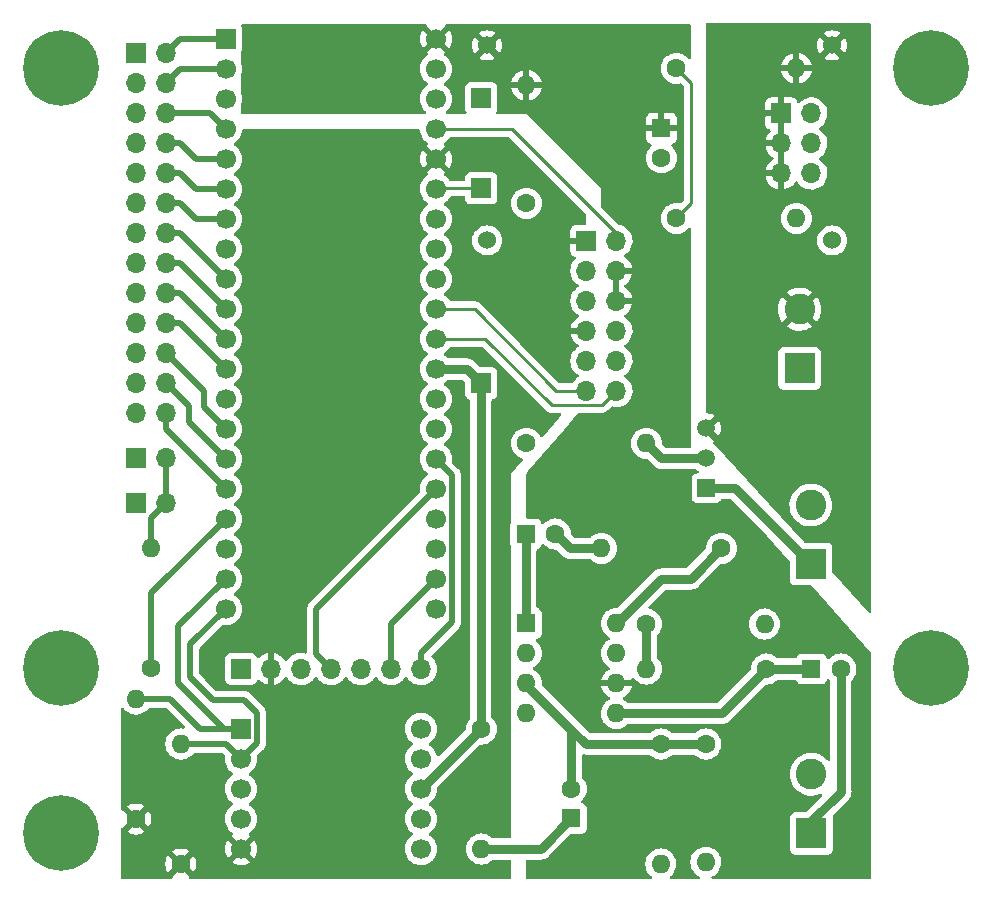
<source format=gbr>
%TF.GenerationSoftware,KiCad,Pcbnew,(6.0.6)*%
%TF.CreationDate,2022-06-29T20:31:09-07:00*%
%TF.ProjectId,project_brave_heart,70726f6a-6563-4745-9f62-726176655f68,rev?*%
%TF.SameCoordinates,Original*%
%TF.FileFunction,Copper,L1,Top*%
%TF.FilePolarity,Positive*%
%FSLAX46Y46*%
G04 Gerber Fmt 4.6, Leading zero omitted, Abs format (unit mm)*
G04 Created by KiCad (PCBNEW (6.0.6)) date 2022-06-29 20:31:09*
%MOMM*%
%LPD*%
G01*
G04 APERTURE LIST*
%TA.AperFunction,ComponentPad*%
%ADD10C,1.600000*%
%TD*%
%TA.AperFunction,ComponentPad*%
%ADD11O,1.600000X1.600000*%
%TD*%
%TA.AperFunction,ComponentPad*%
%ADD12R,1.700000X1.700000*%
%TD*%
%TA.AperFunction,ComponentPad*%
%ADD13O,1.700000X1.700000*%
%TD*%
%TA.AperFunction,ComponentPad*%
%ADD14C,6.400000*%
%TD*%
%TA.AperFunction,ComponentPad*%
%ADD15R,1.600000X1.600000*%
%TD*%
%TA.AperFunction,ComponentPad*%
%ADD16R,2.600000X2.600000*%
%TD*%
%TA.AperFunction,ComponentPad*%
%ADD17C,2.600000*%
%TD*%
%TA.AperFunction,ComponentPad*%
%ADD18C,1.700000*%
%TD*%
%TA.AperFunction,ComponentPad*%
%ADD19R,1.500000X1.500000*%
%TD*%
%TA.AperFunction,ComponentPad*%
%ADD20C,1.500000*%
%TD*%
%TA.AperFunction,ComponentPad*%
%ADD21C,0.800000*%
%TD*%
%TA.AperFunction,ComponentPad*%
%ADD22C,1.524000*%
%TD*%
%TA.AperFunction,Conductor*%
%ADD23C,0.762000*%
%TD*%
%TA.AperFunction,Conductor*%
%ADD24C,0.508000*%
%TD*%
%TA.AperFunction,Conductor*%
%ADD25C,0.254000*%
%TD*%
G04 APERTURE END LIST*
D10*
%TO.P,R9,1*%
%TO.N,/LED_PIN*%
X107995000Y-114240000D03*
D11*
%TO.P,R9,2*%
%TO.N,Net-(D1-Pad2)*%
X107995000Y-104080000D03*
%TD*%
D12*
%TO.P,J4,1,Pin_1*%
%TO.N,+3V3*%
X144825000Y-78045000D03*
D13*
%TO.P,J4,2,Pin_2*%
%TO.N,Net-(U3-Pad37)*%
X147365000Y-78045000D03*
%TO.P,J4,3,Pin_3*%
%TO.N,GND*%
X144825000Y-80585000D03*
%TO.P,J4,4,Pin_4*%
%TO.N,VDD*%
X147365000Y-80585000D03*
%TO.P,J4,5,Pin_5*%
%TO.N,Net-(U3-Pad32)*%
X144825000Y-83125000D03*
%TO.P,J4,6,Pin_6*%
%TO.N,VDD*%
X147365000Y-83125000D03*
%TO.P,J4,7,Pin_7*%
%TO.N,+3V3*%
X144825000Y-85665000D03*
%TO.P,J4,8,Pin_8*%
%TO.N,GND*%
X147365000Y-85665000D03*
%TO.P,J4,9,Pin_9*%
X144825000Y-88205000D03*
%TO.P,J4,10,Pin_10*%
X147365000Y-88205000D03*
%TO.P,J4,11,Pin_11*%
%TO.N,Net-(U3-Pad31)*%
X144825000Y-90745000D03*
%TO.P,J4,12,Pin_12*%
%TO.N,Net-(U3-Pad30)*%
X147365000Y-90745000D03*
%TD*%
D10*
%TO.P,R10,1*%
%TO.N,/VBAT*%
X152445000Y-76140000D03*
D11*
%TO.P,R10,2*%
%TO.N,GND*%
X162605000Y-76140000D03*
%TD*%
D10*
%TO.P,R8,1*%
%TO.N,/VBAT*%
X152445000Y-63440000D03*
D11*
%TO.P,R8,2*%
%TO.N,+3V0*%
X162605000Y-63440000D03*
%TD*%
D12*
%TO.P,J10,1,Pin_1*%
%TO.N,+3V0*%
X161330000Y-67265000D03*
D13*
%TO.P,J10,2,Pin_2*%
%TO.N,GND*%
X163870000Y-67265000D03*
%TO.P,J10,3,Pin_3*%
%TO.N,+3V0*%
X161330000Y-69805000D03*
%TO.P,J10,4,Pin_4*%
%TO.N,GND*%
X163870000Y-69805000D03*
%TO.P,J10,5,Pin_5*%
%TO.N,+3V0*%
X161330000Y-72345000D03*
%TO.P,J10,6,Pin_6*%
%TO.N,GND*%
X163870000Y-72345000D03*
%TD*%
D14*
%TO.P,H4,1*%
%TO.N,N/C*%
X100375000Y-114240000D03*
%TD*%
%TO.P,H3,1*%
%TO.N,N/C*%
X100375000Y-63440000D03*
%TD*%
%TO.P,H2,1*%
%TO.N,N/C*%
X174035000Y-114240000D03*
%TD*%
%TO.P,H1,1*%
%TO.N,N/C*%
X174035000Y-63440000D03*
%TD*%
D15*
%TO.P,C1,1*%
%TO.N,Net-(C1-Pad1)*%
X143555000Y-126940000D03*
D10*
%TO.P,C1,2*%
%TO.N,Net-(C1-Pad2)*%
X143555000Y-124440000D03*
%TD*%
D16*
%TO.P,J7,1,Pin_1*%
%TO.N,GND*%
X162865000Y-88840000D03*
D17*
%TO.P,J7,2,Pin_2*%
%TO.N,+3V0*%
X162865000Y-83840000D03*
%TD*%
D16*
%TO.P,J6,1,Pin_1*%
%TO.N,Net-(J6-Pad1)*%
X163830000Y-105410000D03*
D17*
%TO.P,J6,2,Pin_2*%
%TO.N,GND*%
X163830000Y-100410000D03*
%TD*%
D15*
%TO.P,C3,1*%
%TO.N,Net-(C3-Pad1)*%
X139700000Y-102870000D03*
D10*
%TO.P,C3,2*%
%TO.N,Net-(C3-Pad2)*%
X142200000Y-102870000D03*
%TD*%
%TO.P,R7,1*%
%TO.N,/M1_PWM*%
X139745000Y-95190000D03*
D11*
%TO.P,R7,2*%
%TO.N,Net-(Q1-Pad2)*%
X149905000Y-95190000D03*
%TD*%
D12*
%TO.P,D2,1,K*%
%TO.N,GND*%
X106725000Y-96460000D03*
D13*
%TO.P,D2,2,A*%
%TO.N,Net-(D1-Pad2)*%
X109265000Y-96460000D03*
%TD*%
D16*
%TO.P,J5,1,Pin_1*%
%TO.N,Net-(C5-Pad2)*%
X163875000Y-128210000D03*
D17*
%TO.P,J5,2,Pin_2*%
%TO.N,GND*%
X163875000Y-123210000D03*
%TD*%
D12*
%TO.P,J8,1,Pin_1*%
%TO.N,Net-(J8-Pad1)*%
X135935000Y-73600000D03*
%TD*%
D10*
%TO.P,R3,1*%
%TO.N,+3V3*%
X106680000Y-127000000D03*
D11*
%TO.P,R3,2*%
%TO.N,/I2CTX*%
X106680000Y-116840000D03*
%TD*%
D10*
%TO.P,R1,1*%
%TO.N,/AUDIO*%
X135935000Y-119380000D03*
D11*
%TO.P,R1,2*%
%TO.N,Net-(C1-Pad1)*%
X135935000Y-129540000D03*
%TD*%
D12*
%TO.P,DISP1,1,VSS/GND*%
%TO.N,GND*%
X115570000Y-114300000D03*
D13*
%TO.P,DISP1,2,VDD*%
%TO.N,+3V3*%
X118110000Y-114300000D03*
%TO.P,DISP1,3,SCLK*%
%TO.N,/SPI_SCLK*%
X120650000Y-114300000D03*
%TO.P,DISP1,4,SDA*%
%TO.N,/SPI_SDA*%
X123190000Y-114300000D03*
%TO.P,DISP1,5,RES*%
%TO.N,/SPI_RES*%
X125730000Y-114300000D03*
%TO.P,DISP1,6,DC*%
%TO.N,/SPI_DC*%
X128270000Y-114300000D03*
%TO.P,DISP1,7,CS*%
%TO.N,/SPI_CS*%
X130810000Y-114300000D03*
%TD*%
D10*
%TO.P,R5,1*%
%TO.N,Net-(R5-Pad1)*%
X156255000Y-104080000D03*
D11*
%TO.P,R5,2*%
%TO.N,Net-(C3-Pad2)*%
X146095000Y-104080000D03*
%TD*%
D10*
%TO.P,R2,1*%
%TO.N,+3V3*%
X110490000Y-130810000D03*
D11*
%TO.P,R2,2*%
%TO.N,/I2CCK*%
X110490000Y-120650000D03*
%TD*%
D12*
%TO.P,U1,1,SDIO*%
%TO.N,/I2CTX*%
X115570000Y-119380000D03*
D18*
%TO.P,U1,2,SCLK*%
%TO.N,/I2CCK*%
X115570000Y-121920000D03*
%TO.P,U1,3,N/C*%
%TO.N,unconnected-(U1-Pad3)*%
X115570000Y-124460000D03*
%TO.P,U1,4,N/C*%
%TO.N,unconnected-(U1-Pad4)*%
X115570000Y-127000000D03*
%TO.P,U1,5,VDD*%
%TO.N,+3V3*%
X115570000Y-129540000D03*
%TO.P,U1,6,GND*%
%TO.N,GND*%
X130810000Y-129540000D03*
%TO.P,U1,7,ROUT*%
%TO.N,unconnected-(U1-Pad7)*%
X130810000Y-127000000D03*
%TO.P,U1,8,LOUT*%
%TO.N,/AUDIO*%
X130810000Y-124460000D03*
%TO.P,U1,9,N/C*%
%TO.N,unconnected-(U1-Pad9)*%
X130810000Y-121920000D03*
%TO.P,U1,10,FMIN*%
%TO.N,Net-(J2-Pad1)*%
X130810000Y-119380000D03*
%TD*%
D15*
%TO.P,C5,1*%
%TO.N,Net-(C5-Pad1)*%
X163875000Y-114300000D03*
D10*
%TO.P,C5,2*%
%TO.N,Net-(C5-Pad2)*%
X166375000Y-114300000D03*
%TD*%
%TO.P,C2,1*%
%TO.N,Net-(C1-Pad2)*%
X154940000Y-120650000D03*
D11*
%TO.P,C2,2*%
%TO.N,GND*%
X154940000Y-130650000D03*
%TD*%
D19*
%TO.P,Q1,1,E*%
%TO.N,Net-(J6-Pad1)*%
X154985000Y-99000000D03*
D20*
%TO.P,Q1,2,B*%
%TO.N,Net-(Q1-Pad2)*%
X154985000Y-96460000D03*
%TO.P,Q1,3,C*%
%TO.N,+3V0*%
X154985000Y-93920000D03*
%TD*%
D10*
%TO.P,C7,1*%
%TO.N,GND*%
X139745000Y-74870000D03*
D11*
%TO.P,C7,2*%
%TO.N,VDD*%
X139745000Y-64870000D03*
%TD*%
D21*
%TO.P,J2,1,Pin_1*%
%TO.N,Net-(J2-Pad1)*%
X102072056Y-126512944D03*
D14*
X100375000Y-128210000D03*
D21*
X102072056Y-129907056D03*
X97975000Y-128210000D03*
X100375000Y-130610000D03*
X98677944Y-129907056D03*
X98677944Y-126512944D03*
X102775000Y-128210000D03*
X100375000Y-125810000D03*
%TD*%
D10*
%TO.P,R4,1*%
%TO.N,Net-(C1-Pad2)*%
X151130000Y-120650000D03*
D11*
%TO.P,R4,2*%
%TO.N,GND*%
X151130000Y-130810000D03*
%TD*%
D15*
%TO.P,C6,1*%
%TO.N,VDD*%
X151175000Y-68520000D03*
D10*
%TO.P,C6,2*%
%TO.N,GND*%
X151175000Y-71020000D03*
%TD*%
D12*
%TO.P,J3,1,Pin_1*%
%TO.N,/AUDIO*%
X135935000Y-90110000D03*
%TD*%
%TO.P,J1,1,Pin_1*%
%TO.N,GND*%
X106680000Y-62170000D03*
D13*
%TO.P,J1,2,Pin_2*%
%TO.N,Net-(J1-Pad2)*%
X109220000Y-62170000D03*
%TO.P,J1,3,Pin_3*%
%TO.N,GND*%
X106680000Y-64710000D03*
%TO.P,J1,4,Pin_4*%
%TO.N,Net-(J1-Pad4)*%
X109220000Y-64710000D03*
%TO.P,J1,5,Pin_5*%
%TO.N,GND*%
X106680000Y-67250000D03*
%TO.P,J1,6,Pin_6*%
%TO.N,Net-(J1-Pad6)*%
X109220000Y-67250000D03*
%TO.P,J1,7,Pin_7*%
%TO.N,GND*%
X106680000Y-69790000D03*
%TO.P,J1,8,Pin_8*%
%TO.N,Net-(J1-Pad8)*%
X109220000Y-69790000D03*
%TO.P,J1,9,Pin_9*%
%TO.N,GND*%
X106680000Y-72330000D03*
%TO.P,J1,10,Pin_10*%
%TO.N,Net-(J1-Pad10)*%
X109220000Y-72330000D03*
%TO.P,J1,11,Pin_11*%
%TO.N,GND*%
X106680000Y-74870000D03*
%TO.P,J1,12,Pin_12*%
%TO.N,Net-(J1-Pad12)*%
X109220000Y-74870000D03*
%TO.P,J1,13,Pin_13*%
%TO.N,GND*%
X106680000Y-77410000D03*
%TO.P,J1,14,Pin_14*%
%TO.N,Net-(J1-Pad14)*%
X109220000Y-77410000D03*
%TO.P,J1,15,Pin_15*%
%TO.N,GND*%
X106680000Y-79950000D03*
%TO.P,J1,16,Pin_16*%
%TO.N,Net-(J1-Pad16)*%
X109220000Y-79950000D03*
%TO.P,J1,17,Pin_17*%
%TO.N,GND*%
X106680000Y-82490000D03*
%TO.P,J1,18,Pin_18*%
%TO.N,Net-(J1-Pad18)*%
X109220000Y-82490000D03*
%TO.P,J1,19,Pin_19*%
%TO.N,GND*%
X106680000Y-85030000D03*
%TO.P,J1,20,Pin_20*%
%TO.N,Net-(J1-Pad20)*%
X109220000Y-85030000D03*
%TO.P,J1,21,Pin_21*%
%TO.N,GND*%
X106680000Y-87570000D03*
%TO.P,J1,22,Pin_22*%
%TO.N,Net-(J1-Pad22)*%
X109220000Y-87570000D03*
%TO.P,J1,23,Pin_23*%
%TO.N,GND*%
X106680000Y-90110000D03*
%TO.P,J1,24,Pin_24*%
%TO.N,Net-(J1-Pad24)*%
X109220000Y-90110000D03*
%TO.P,J1,25,Pin_25*%
%TO.N,GND*%
X106680000Y-92650000D03*
%TO.P,J1,26,Pin_26*%
%TO.N,Net-(J1-Pad26)*%
X109220000Y-92650000D03*
%TD*%
D10*
%TO.P,R6,1*%
%TO.N,Net-(C5-Pad1)*%
X160065000Y-114300000D03*
D11*
%TO.P,R6,2*%
%TO.N,Net-(C4-Pad1)*%
X149905000Y-114300000D03*
%TD*%
D12*
%TO.P,D1,1,K*%
%TO.N,GND*%
X106725000Y-100270000D03*
D13*
%TO.P,D1,2,A*%
%TO.N,Net-(D1-Pad2)*%
X109265000Y-100270000D03*
%TD*%
D12*
%TO.P,U3,1,GP0*%
%TO.N,Net-(J1-Pad2)*%
X114300000Y-60960000D03*
D18*
%TO.P,U3,2,GP1*%
%TO.N,Net-(J1-Pad4)*%
X114300000Y-63500000D03*
%TO.P,U3,3,GND*%
%TO.N,GND*%
X114300000Y-66040000D03*
%TO.P,U3,4,GP2*%
%TO.N,Net-(J1-Pad6)*%
X114300000Y-68580000D03*
%TO.P,U3,5,GP3*%
%TO.N,Net-(J1-Pad8)*%
X114300000Y-71120000D03*
%TO.P,U3,6,GP4*%
%TO.N,Net-(J1-Pad10)*%
X114300000Y-73660000D03*
%TO.P,U3,7,GP5*%
%TO.N,Net-(J1-Pad12)*%
X114300000Y-76200000D03*
%TO.P,U3,8,GND*%
%TO.N,GND*%
X114300000Y-78740000D03*
%TO.P,U3,9,GP6*%
%TO.N,Net-(J1-Pad14)*%
X114300000Y-81280000D03*
%TO.P,U3,10,GP7*%
%TO.N,Net-(J1-Pad16)*%
X114300000Y-83820000D03*
%TO.P,U3,11,GP8*%
%TO.N,Net-(J1-Pad18)*%
X114300000Y-86360000D03*
%TO.P,U3,12,GP9*%
%TO.N,Net-(J1-Pad20)*%
X114300000Y-88900000D03*
%TO.P,U3,13,GND*%
%TO.N,GND*%
X114300000Y-91440000D03*
%TO.P,U3,14,GP10*%
%TO.N,Net-(J1-Pad22)*%
X114300000Y-93980000D03*
%TO.P,U3,15,GP11*%
%TO.N,Net-(J1-Pad24)*%
X114300000Y-96520000D03*
%TO.P,U3,16,GP12*%
%TO.N,Net-(J1-Pad26)*%
X114300000Y-99060000D03*
%TO.P,U3,17,GP13*%
%TO.N,/LED_PIN*%
X114300000Y-101600000D03*
%TO.P,U3,18,GND*%
%TO.N,GND*%
X114300000Y-104140000D03*
%TO.P,U3,19,GP14*%
%TO.N,/I2CTX*%
X114300000Y-106680000D03*
%TO.P,U3,20,GP15*%
%TO.N,/I2CCK*%
X114300000Y-109220000D03*
%TO.P,U3,21,GP16*%
%TO.N,/SPI_RES*%
X132080000Y-109220000D03*
%TO.P,U3,22,GP17*%
%TO.N,/SPI_DC*%
X132080000Y-106680000D03*
%TO.P,U3,23,GND*%
%TO.N,GND*%
X132080000Y-104140000D03*
%TO.P,U3,24,GP18*%
%TO.N,/SPI_SCLK*%
X132080000Y-101600000D03*
%TO.P,U3,25,GP19*%
%TO.N,/SPI_SDA*%
X132080000Y-99060000D03*
%TO.P,U3,26,GP20*%
%TO.N,/SPI_CS*%
X132080000Y-96520000D03*
%TO.P,U3,27,GP21*%
%TO.N,/M1_PWM*%
X132080000Y-93980000D03*
%TO.P,U3,28,GND*%
%TO.N,GND*%
X132080000Y-91440000D03*
%TO.P,U3,29,GP22*%
%TO.N,/AUDIO*%
X132080000Y-88900000D03*
%TO.P,U3,30,RUN*%
%TO.N,Net-(U3-Pad30)*%
X132080000Y-86360000D03*
%TO.P,U3,31,GP26/ADC0*%
%TO.N,Net-(U3-Pad31)*%
X132080000Y-83820000D03*
%TO.P,U3,32,GP27/ADC1*%
%TO.N,Net-(U3-Pad32)*%
X132080000Y-81280000D03*
%TO.P,U3,33,GND*%
%TO.N,GND*%
X132080000Y-78740000D03*
%TO.P,U3,34,GP28/ADC2*%
%TO.N,/VBAT*%
X132080000Y-76200000D03*
%TO.P,U3,35,ADC_VREF*%
%TO.N,Net-(J8-Pad1)*%
X132080000Y-73660000D03*
%TO.P,U3,36,3V3*%
%TO.N,+3V3*%
X132080000Y-71120000D03*
%TO.P,U3,37,3V3_EN*%
%TO.N,Net-(U3-Pad37)*%
X132080000Y-68580000D03*
%TO.P,U3,38,GND*%
%TO.N,GND*%
X132080000Y-66040000D03*
%TO.P,U3,39,VSYS*%
%TO.N,VCC*%
X132080000Y-63500000D03*
%TO.P,U3,40,VBUS*%
%TO.N,VDD*%
X132080000Y-60960000D03*
%TD*%
D15*
%TO.P,U2,1,GAIN*%
%TO.N,Net-(C3-Pad1)*%
X139745000Y-110430000D03*
D11*
%TO.P,U2,2,-*%
%TO.N,GND*%
X139745000Y-112970000D03*
%TO.P,U2,3,+*%
%TO.N,Net-(C1-Pad2)*%
X139745000Y-115510000D03*
%TO.P,U2,4,GND*%
%TO.N,GND*%
X139745000Y-118050000D03*
%TO.P,U2,5*%
%TO.N,Net-(C5-Pad1)*%
X147365000Y-118050000D03*
%TO.P,U2,6,V+*%
%TO.N,VDD*%
X147365000Y-115510000D03*
%TO.P,U2,7,BYPASS*%
%TO.N,unconnected-(U2-Pad7)*%
X147365000Y-112970000D03*
%TO.P,U2,8,GAIN*%
%TO.N,Net-(R5-Pad1)*%
X147365000Y-110430000D03*
%TD*%
D12*
%TO.P,J9,1,Pin_1*%
%TO.N,Net-(J9-Pad1)*%
X135935000Y-65980000D03*
%TD*%
D10*
%TO.P,C4,1*%
%TO.N,Net-(C4-Pad1)*%
X149905000Y-110490000D03*
D11*
%TO.P,C4,2*%
%TO.N,GND*%
X159905000Y-110490000D03*
%TD*%
D22*
%TO.P,MT1,4,VOUT-*%
%TO.N,GND*%
X136430000Y-78010000D03*
%TO.P,MT1,3,VOUT+*%
%TO.N,VDD*%
X136430000Y-61500000D03*
%TO.P,MT1,2,VIN-*%
%TO.N,GND*%
X165640000Y-78010000D03*
%TO.P,MT1,1,VIN+*%
%TO.N,+3V0*%
X165640000Y-61500000D03*
%TD*%
D23*
%TO.N,Net-(J6-Pad1)*%
X157420000Y-99000000D02*
X163830000Y-105410000D01*
X154985000Y-99000000D02*
X157420000Y-99000000D01*
D24*
%TO.N,/I2CCK*%
X111297000Y-115002000D02*
X111297000Y-112223000D01*
X115570000Y-121920000D02*
X116927511Y-120562489D01*
X116927511Y-120562489D02*
X116927511Y-118022489D01*
X116927511Y-118022489D02*
X115832533Y-116927511D01*
X115832533Y-116927511D02*
X113222511Y-116927511D01*
X111297000Y-112223000D02*
X114300000Y-109220000D01*
X113222511Y-116927511D02*
X111297000Y-115002000D01*
%TO.N,/I2CTX*%
X114151000Y-119380000D02*
X110281000Y-115510000D01*
X115570000Y-119380000D02*
X114151000Y-119380000D01*
X110281000Y-115510000D02*
X110281000Y-110699000D01*
X110281000Y-110699000D02*
X114300000Y-106680000D01*
X115570000Y-119380000D02*
X112119000Y-119380000D01*
X112119000Y-119380000D02*
X109579000Y-116840000D01*
X109579000Y-116840000D02*
X106680000Y-116840000D01*
%TO.N,Net-(D1-Pad2)*%
X109265000Y-96460000D02*
X109265000Y-100270000D01*
X107995000Y-101540000D02*
X109265000Y-100270000D01*
X107995000Y-104080000D02*
X107995000Y-101540000D01*
%TO.N,/LED_PIN*%
X107995000Y-107905000D02*
X107995000Y-114240000D01*
X114300000Y-101600000D02*
X107995000Y-107905000D01*
%TO.N,Net-(J1-Pad20)*%
X109220000Y-85030000D02*
X110430000Y-85030000D01*
X110430000Y-85030000D02*
X114300000Y-88900000D01*
%TO.N,Net-(J1-Pad18)*%
X109220000Y-82490000D02*
X110430000Y-82490000D01*
X110430000Y-82490000D02*
X114300000Y-86360000D01*
%TO.N,Net-(J1-Pad22)*%
X112440000Y-90745000D02*
X112440000Y-92120000D01*
X112440000Y-92120000D02*
X114300000Y-93980000D01*
X109265000Y-87570000D02*
X112440000Y-90745000D01*
X109220000Y-87570000D02*
X109265000Y-87570000D01*
%TO.N,Net-(J1-Pad24)*%
X111170000Y-92060000D02*
X111170000Y-93390000D01*
X111170000Y-93390000D02*
X114300000Y-96520000D01*
X109220000Y-90110000D02*
X111170000Y-92060000D01*
D25*
%TO.N,Net-(U3-Pad31)*%
X142285000Y-90745000D02*
X144825000Y-90745000D01*
X135360000Y-83820000D02*
X142285000Y-90745000D01*
X132080000Y-83820000D02*
X135360000Y-83820000D01*
%TO.N,Net-(U3-Pad30)*%
X146134000Y-91976000D02*
X147365000Y-90745000D01*
X141877974Y-91976000D02*
X146134000Y-91976000D01*
X136261974Y-86360000D02*
X141877974Y-91976000D01*
%TO.N,Net-(U3-Pad37)*%
X147365000Y-77415000D02*
X147365000Y-78045000D01*
X138530000Y-68580000D02*
X147365000Y-77415000D01*
X132080000Y-68580000D02*
X138530000Y-68580000D01*
%TO.N,/VBAT*%
X153715000Y-74870000D02*
X152445000Y-76140000D01*
X153715000Y-64710000D02*
X153715000Y-74870000D01*
X152445000Y-63440000D02*
X153715000Y-64710000D01*
%TO.N,Net-(U3-Pad30)*%
X132080000Y-86360000D02*
X136261974Y-86360000D01*
D23*
%TO.N,Net-(C3-Pad1)*%
X139700000Y-102870000D02*
X139700000Y-110385000D01*
X139700000Y-110385000D02*
X139745000Y-110430000D01*
D24*
%TO.N,/SPI_SDA*%
X123190000Y-114300000D02*
X121940000Y-113050000D01*
X121940000Y-109200000D02*
X132080000Y-99060000D01*
X121940000Y-113050000D02*
X121940000Y-109200000D01*
%TO.N,/SPI_DC*%
X128270000Y-110490000D02*
X132080000Y-106680000D01*
X128270000Y-114300000D02*
X128270000Y-110490000D01*
%TO.N,/SPI_CS*%
X130810000Y-114300000D02*
X130810000Y-112957081D01*
X133437511Y-97877511D02*
X132080000Y-96520000D01*
X133437511Y-110329570D02*
X133437511Y-97877511D01*
X130810000Y-112957081D02*
X133437511Y-110329570D01*
D23*
%TO.N,Net-(C3-Pad2)*%
X142200000Y-102870000D02*
X142240000Y-102870000D01*
X143450000Y-104080000D02*
X146095000Y-104080000D01*
X142240000Y-102870000D02*
X143450000Y-104080000D01*
%TO.N,Net-(Q1-Pad2)*%
X151175000Y-96460000D02*
X149905000Y-95190000D01*
X154985000Y-96460000D02*
X151175000Y-96460000D01*
D24*
%TO.N,/I2CCK*%
X110490000Y-120650000D02*
X114300000Y-120650000D01*
X114300000Y-120650000D02*
X115570000Y-121920000D01*
D23*
%TO.N,Net-(C5-Pad2)*%
X166375000Y-114300000D02*
X166375000Y-124705000D01*
X163875000Y-127205000D02*
X163875000Y-128210000D01*
X166375000Y-124705000D02*
X163875000Y-127205000D01*
D24*
%TO.N,Net-(J1-Pad2)*%
X110430000Y-60960000D02*
X114300000Y-60960000D01*
X109220000Y-62170000D02*
X110430000Y-60960000D01*
%TO.N,Net-(J1-Pad4)*%
X110430000Y-63500000D02*
X109220000Y-64710000D01*
X114300000Y-63500000D02*
X110430000Y-63500000D01*
%TO.N,Net-(J1-Pad6)*%
X109220000Y-67250000D02*
X112970000Y-67250000D01*
X112970000Y-67250000D02*
X114300000Y-68580000D01*
%TO.N,Net-(J1-Pad8)*%
X110430000Y-69790000D02*
X111760000Y-71120000D01*
X111760000Y-71120000D02*
X114300000Y-71120000D01*
X109220000Y-69790000D02*
X110430000Y-69790000D01*
%TO.N,Net-(J1-Pad10)*%
X114300000Y-73660000D02*
X111760000Y-73660000D01*
X111760000Y-73660000D02*
X110430000Y-72330000D01*
X110430000Y-72330000D02*
X109220000Y-72330000D01*
%TO.N,Net-(J1-Pad12)*%
X111760000Y-76200000D02*
X114300000Y-76200000D01*
X110430000Y-74870000D02*
X111760000Y-76200000D01*
X109220000Y-74870000D02*
X110430000Y-74870000D01*
D23*
%TO.N,Net-(R5-Pad1)*%
X151150000Y-106680000D02*
X153655000Y-106680000D01*
X147400000Y-110430000D02*
X151150000Y-106680000D01*
X153655000Y-106680000D02*
X156255000Y-104080000D01*
X147365000Y-110430000D02*
X147400000Y-110430000D01*
%TO.N,Net-(C1-Pad1)*%
X140955000Y-129540000D02*
X143555000Y-126940000D01*
X135935000Y-129540000D02*
X140955000Y-129540000D01*
%TO.N,Net-(C1-Pad2)*%
X143555000Y-119425000D02*
X139745000Y-115615000D01*
X139745000Y-115615000D02*
X139745000Y-115510000D01*
X143555000Y-124440000D02*
X143555000Y-119425000D01*
X143555000Y-119425000D02*
X144780000Y-120650000D01*
X144780000Y-120650000D02*
X151130000Y-120650000D01*
X154940000Y-120650000D02*
X151130000Y-120650000D01*
%TO.N,Net-(C4-Pad1)*%
X149905000Y-110490000D02*
X149905000Y-114300000D01*
%TO.N,Net-(C5-Pad1)*%
X156315000Y-118050000D02*
X160065000Y-114300000D01*
X147365000Y-118050000D02*
X156315000Y-118050000D01*
X163875000Y-114300000D02*
X160065000Y-114300000D01*
%TO.N,/AUDIO*%
X135935000Y-119380000D02*
X135890000Y-119380000D01*
X135890000Y-90155000D02*
X135890000Y-119335000D01*
X134725000Y-88900000D02*
X135935000Y-90110000D01*
X135890000Y-119380000D02*
X130810000Y-124460000D01*
X135890000Y-119335000D02*
X135935000Y-119380000D01*
X132080000Y-88900000D02*
X134725000Y-88900000D01*
X135935000Y-90110000D02*
X135890000Y-90155000D01*
D24*
%TO.N,Net-(J1-Pad26)*%
X109220000Y-93980000D02*
X114300000Y-99060000D01*
X109220000Y-92650000D02*
X109220000Y-93980000D01*
%TO.N,Net-(J1-Pad16)*%
X110430000Y-79950000D02*
X114300000Y-83820000D01*
X109220000Y-79950000D02*
X110430000Y-79950000D01*
%TO.N,Net-(J1-Pad14)*%
X110430000Y-77410000D02*
X109220000Y-77410000D01*
X114300000Y-81280000D02*
X110430000Y-77410000D01*
D25*
%TO.N,Net-(J8-Pad1)*%
X132140000Y-73600000D02*
X132080000Y-73660000D01*
X135935000Y-73600000D02*
X132140000Y-73600000D01*
%TD*%
%TA.AperFunction,Conductor*%
%TO.N,VDD*%
G36*
X131263516Y-59710002D02*
G01*
X131310009Y-59763658D01*
X131321087Y-59824807D01*
X131320381Y-59834887D01*
X131327968Y-59848758D01*
X132067188Y-60587978D01*
X132081132Y-60595592D01*
X132082965Y-60595461D01*
X132089580Y-60591210D01*
X132833389Y-59847401D01*
X132841004Y-59833457D01*
X132840398Y-59824989D01*
X132855490Y-59755614D01*
X132905692Y-59705412D01*
X132966077Y-59690000D01*
X153544154Y-59690000D01*
X153612275Y-59710002D01*
X153658768Y-59763658D01*
X153670154Y-59815846D01*
X153673457Y-62514991D01*
X153653539Y-62583134D01*
X153599941Y-62629692D01*
X153529679Y-62639882D01*
X153465062Y-62610468D01*
X153452891Y-62598117D01*
X153451198Y-62595700D01*
X153289300Y-62433802D01*
X153284792Y-62430645D01*
X153284789Y-62430643D01*
X153186901Y-62362101D01*
X153101749Y-62302477D01*
X153096767Y-62300154D01*
X153096762Y-62300151D01*
X152899225Y-62208039D01*
X152899224Y-62208039D01*
X152894243Y-62205716D01*
X152888935Y-62204294D01*
X152888933Y-62204293D01*
X152678402Y-62147881D01*
X152678400Y-62147881D01*
X152673087Y-62146457D01*
X152445000Y-62126502D01*
X152216913Y-62146457D01*
X152211600Y-62147881D01*
X152211598Y-62147881D01*
X152001067Y-62204293D01*
X152001065Y-62204294D01*
X151995757Y-62205716D01*
X151990776Y-62208039D01*
X151990775Y-62208039D01*
X151793238Y-62300151D01*
X151793233Y-62300154D01*
X151788251Y-62302477D01*
X151703099Y-62362101D01*
X151605211Y-62430643D01*
X151605208Y-62430645D01*
X151600700Y-62433802D01*
X151438802Y-62595700D01*
X151435645Y-62600208D01*
X151435643Y-62600211D01*
X151428461Y-62610468D01*
X151307477Y-62783251D01*
X151305154Y-62788233D01*
X151305151Y-62788238D01*
X151275656Y-62851492D01*
X151210716Y-62990757D01*
X151209294Y-62996065D01*
X151209293Y-62996067D01*
X151152881Y-63206598D01*
X151151457Y-63211913D01*
X151131502Y-63440000D01*
X151151457Y-63668087D01*
X151210716Y-63889243D01*
X151213039Y-63894224D01*
X151213039Y-63894225D01*
X151305151Y-64091762D01*
X151305154Y-64091767D01*
X151307477Y-64096749D01*
X151377980Y-64197438D01*
X151392721Y-64218489D01*
X151438802Y-64284300D01*
X151600700Y-64446198D01*
X151605208Y-64449355D01*
X151605211Y-64449357D01*
X151645032Y-64477240D01*
X151788251Y-64577523D01*
X151793233Y-64579846D01*
X151793238Y-64579849D01*
X151964001Y-64659476D01*
X151995757Y-64674284D01*
X152001065Y-64675706D01*
X152001067Y-64675707D01*
X152211598Y-64732119D01*
X152211600Y-64732119D01*
X152216913Y-64733543D01*
X152445000Y-64753498D01*
X152673087Y-64733543D01*
X152678400Y-64732119D01*
X152678402Y-64732119D01*
X152734312Y-64717138D01*
X152805289Y-64718828D01*
X152856018Y-64749750D01*
X153042595Y-64936327D01*
X153076621Y-64998639D01*
X153079500Y-65025422D01*
X153079500Y-74554577D01*
X153059498Y-74622698D01*
X153042595Y-74643672D01*
X152856017Y-74830250D01*
X152793705Y-74864276D01*
X152734310Y-74862861D01*
X152678409Y-74847882D01*
X152678398Y-74847880D01*
X152673087Y-74846457D01*
X152445000Y-74826502D01*
X152216913Y-74846457D01*
X152211600Y-74847881D01*
X152211598Y-74847881D01*
X152001067Y-74904293D01*
X152001065Y-74904294D01*
X151995757Y-74905716D01*
X151990776Y-74908039D01*
X151990775Y-74908039D01*
X151793238Y-75000151D01*
X151793233Y-75000154D01*
X151788251Y-75002477D01*
X151699533Y-75064598D01*
X151605211Y-75130643D01*
X151605208Y-75130645D01*
X151600700Y-75133802D01*
X151438802Y-75295700D01*
X151307477Y-75483251D01*
X151305154Y-75488233D01*
X151305151Y-75488238D01*
X151273628Y-75555840D01*
X151210716Y-75690757D01*
X151209294Y-75696065D01*
X151209293Y-75696067D01*
X151200387Y-75729305D01*
X151151457Y-75911913D01*
X151131502Y-76140000D01*
X151151457Y-76368087D01*
X151210716Y-76589243D01*
X151213039Y-76594224D01*
X151213039Y-76594225D01*
X151305151Y-76791762D01*
X151305154Y-76791767D01*
X151307477Y-76796749D01*
X151380902Y-76901611D01*
X151396939Y-76924513D01*
X151438802Y-76984300D01*
X151600700Y-77146198D01*
X151605208Y-77149355D01*
X151605211Y-77149357D01*
X151663568Y-77190219D01*
X151788251Y-77277523D01*
X151793233Y-77279846D01*
X151793238Y-77279849D01*
X151988491Y-77370896D01*
X151995757Y-77374284D01*
X152001065Y-77375706D01*
X152001067Y-77375707D01*
X152211598Y-77432119D01*
X152211600Y-77432119D01*
X152216913Y-77433543D01*
X152445000Y-77453498D01*
X152673087Y-77433543D01*
X152678400Y-77432119D01*
X152678402Y-77432119D01*
X152888933Y-77375707D01*
X152888935Y-77375706D01*
X152894243Y-77374284D01*
X152901509Y-77370896D01*
X153096762Y-77279849D01*
X153096767Y-77279846D01*
X153101749Y-77277523D01*
X153226432Y-77190219D01*
X153284789Y-77149357D01*
X153284792Y-77149355D01*
X153289300Y-77146198D01*
X153451198Y-76984300D01*
X153462022Y-76968842D01*
X153517480Y-76924513D01*
X153588099Y-76917205D01*
X153651460Y-76949236D01*
X153687444Y-77010438D01*
X153691235Y-77040955D01*
X153710290Y-92611004D01*
X153713757Y-95444346D01*
X153693838Y-95512491D01*
X153640240Y-95559049D01*
X153587757Y-95570500D01*
X151595633Y-95570500D01*
X151527512Y-95550498D01*
X151506538Y-95533595D01*
X151254924Y-95281981D01*
X151220898Y-95219669D01*
X151218144Y-95194048D01*
X151218498Y-95190000D01*
X151198543Y-94961913D01*
X151139284Y-94740757D01*
X151051104Y-94551653D01*
X151044849Y-94538238D01*
X151044846Y-94538233D01*
X151042523Y-94533251D01*
X150911198Y-94345700D01*
X150749300Y-94183802D01*
X150744792Y-94180645D01*
X150744789Y-94180643D01*
X150666611Y-94125902D01*
X150561749Y-94052477D01*
X150556767Y-94050154D01*
X150556762Y-94050151D01*
X150359225Y-93958039D01*
X150359224Y-93958039D01*
X150354243Y-93955716D01*
X150348935Y-93954294D01*
X150348933Y-93954293D01*
X150138402Y-93897881D01*
X150138400Y-93897881D01*
X150133087Y-93896457D01*
X149905000Y-93876502D01*
X149676913Y-93896457D01*
X149671600Y-93897881D01*
X149671598Y-93897881D01*
X149461067Y-93954293D01*
X149461065Y-93954294D01*
X149455757Y-93955716D01*
X149450776Y-93958039D01*
X149450775Y-93958039D01*
X149253238Y-94050151D01*
X149253233Y-94050154D01*
X149248251Y-94052477D01*
X149143389Y-94125902D01*
X149065211Y-94180643D01*
X149065208Y-94180645D01*
X149060700Y-94183802D01*
X148898802Y-94345700D01*
X148767477Y-94533251D01*
X148765154Y-94538233D01*
X148765151Y-94538238D01*
X148758896Y-94551653D01*
X148670716Y-94740757D01*
X148611457Y-94961913D01*
X148591502Y-95190000D01*
X148611457Y-95418087D01*
X148612881Y-95423400D01*
X148612881Y-95423402D01*
X148636753Y-95512491D01*
X148670716Y-95639243D01*
X148673039Y-95644224D01*
X148673039Y-95644225D01*
X148765151Y-95841762D01*
X148765154Y-95841767D01*
X148767477Y-95846749D01*
X148898802Y-96034300D01*
X149060700Y-96196198D01*
X149065208Y-96199355D01*
X149065211Y-96199357D01*
X149124154Y-96240629D01*
X149248251Y-96327523D01*
X149253233Y-96329846D01*
X149253238Y-96329849D01*
X149450775Y-96421961D01*
X149455757Y-96424284D01*
X149461065Y-96425706D01*
X149461067Y-96425707D01*
X149671598Y-96482119D01*
X149671600Y-96482119D01*
X149676913Y-96483543D01*
X149899525Y-96503019D01*
X149905000Y-96503498D01*
X149908480Y-96503194D01*
X149976007Y-96523021D01*
X149996981Y-96539924D01*
X150489511Y-97032454D01*
X150502348Y-97047482D01*
X150510331Y-97058470D01*
X150515233Y-97062883D01*
X150515234Y-97062885D01*
X150560063Y-97103249D01*
X150564847Y-97107790D01*
X150578994Y-97121937D01*
X150581552Y-97124009D01*
X150581556Y-97124012D01*
X150594561Y-97134543D01*
X150599576Y-97138827D01*
X150649285Y-97183585D01*
X150661044Y-97190374D01*
X150677329Y-97201567D01*
X150682740Y-97205948D01*
X150687875Y-97210106D01*
X150693759Y-97213104D01*
X150693762Y-97213106D01*
X150747481Y-97240478D01*
X150753276Y-97243624D01*
X150811215Y-97277075D01*
X150817499Y-97279117D01*
X150817504Y-97279119D01*
X150824121Y-97281269D01*
X150842385Y-97288834D01*
X150848587Y-97291994D01*
X150854475Y-97294994D01*
X150919101Y-97312310D01*
X150925408Y-97314178D01*
X150989044Y-97334855D01*
X150995610Y-97335545D01*
X150995614Y-97335546D01*
X151002544Y-97336275D01*
X151021977Y-97339876D01*
X151026965Y-97341212D01*
X151035085Y-97343388D01*
X151041678Y-97343734D01*
X151041681Y-97343734D01*
X151101880Y-97346889D01*
X151108455Y-97347406D01*
X151128380Y-97349500D01*
X151148414Y-97349500D01*
X151155008Y-97349673D01*
X151215218Y-97352829D01*
X151215223Y-97352829D01*
X151221810Y-97353174D01*
X151228325Y-97352142D01*
X151228327Y-97352142D01*
X151235214Y-97351051D01*
X151254925Y-97349500D01*
X154042523Y-97349500D01*
X154110644Y-97369502D01*
X154131618Y-97386405D01*
X154172962Y-97427749D01*
X154177471Y-97430906D01*
X154177473Y-97430908D01*
X154293694Y-97512287D01*
X154338022Y-97567744D01*
X154345331Y-97638364D01*
X154313300Y-97701724D01*
X154252099Y-97737709D01*
X154221423Y-97741500D01*
X154186866Y-97741500D01*
X154124684Y-97748255D01*
X153988295Y-97799385D01*
X153871739Y-97886739D01*
X153784385Y-98003295D01*
X153733255Y-98139684D01*
X153726500Y-98201866D01*
X153726500Y-99798134D01*
X153733255Y-99860316D01*
X153784385Y-99996705D01*
X153871739Y-100113261D01*
X153988295Y-100200615D01*
X154124684Y-100251745D01*
X154186866Y-100258500D01*
X155783134Y-100258500D01*
X155845316Y-100251745D01*
X155981705Y-100200615D01*
X156098261Y-100113261D01*
X156116019Y-100089567D01*
X156180233Y-100003887D01*
X156180235Y-100003884D01*
X156185615Y-99996705D01*
X156195150Y-99971270D01*
X156237792Y-99914505D01*
X156304354Y-99889806D01*
X156313132Y-99889500D01*
X156999367Y-99889500D01*
X157067488Y-99909502D01*
X157088462Y-99926405D01*
X159549356Y-102387299D01*
X159554353Y-102392592D01*
X161989592Y-105126848D01*
X162019962Y-105191021D01*
X162021500Y-105210650D01*
X162021500Y-106758134D01*
X162028255Y-106820316D01*
X162079385Y-106956705D01*
X162166739Y-107073261D01*
X162283295Y-107160615D01*
X162419684Y-107211745D01*
X162481866Y-107218500D01*
X163795993Y-107218500D01*
X163864114Y-107238502D01*
X163890085Y-107260698D01*
X168922980Y-112911569D01*
X168953350Y-112975742D01*
X168954887Y-112995926D01*
X168910143Y-123157872D01*
X168910100Y-123167633D01*
X168924815Y-126088469D01*
X168954362Y-131953365D01*
X168934704Y-132021586D01*
X168881283Y-132068348D01*
X168828364Y-132080000D01*
X155537879Y-132080000D01*
X155469758Y-132059998D01*
X155423265Y-132006342D01*
X155413161Y-131936068D01*
X155442655Y-131871488D01*
X155484629Y-131839805D01*
X155528480Y-131819357D01*
X155596749Y-131787523D01*
X155701611Y-131714098D01*
X155779789Y-131659357D01*
X155779792Y-131659355D01*
X155784300Y-131656198D01*
X155946198Y-131494300D01*
X155965490Y-131466749D01*
X156074366Y-131311257D01*
X156077523Y-131306749D01*
X156079846Y-131301767D01*
X156079849Y-131301762D01*
X156171961Y-131104225D01*
X156171961Y-131104224D01*
X156174284Y-131099243D01*
X156233543Y-130878087D01*
X156253498Y-130650000D01*
X156233543Y-130421913D01*
X156232119Y-130416598D01*
X156175707Y-130206067D01*
X156175706Y-130206065D01*
X156174284Y-130200757D01*
X156171961Y-130195775D01*
X156079849Y-129998238D01*
X156079846Y-129998233D01*
X156077523Y-129993251D01*
X155946198Y-129805700D01*
X155784300Y-129643802D01*
X155779792Y-129640645D01*
X155779789Y-129640643D01*
X155657074Y-129554717D01*
X155596749Y-129512477D01*
X155591767Y-129510154D01*
X155591762Y-129510151D01*
X155394225Y-129418039D01*
X155394224Y-129418039D01*
X155389243Y-129415716D01*
X155383935Y-129414294D01*
X155383933Y-129414293D01*
X155173402Y-129357881D01*
X155173400Y-129357881D01*
X155168087Y-129356457D01*
X154940000Y-129336502D01*
X154711913Y-129356457D01*
X154706600Y-129357881D01*
X154706598Y-129357881D01*
X154496067Y-129414293D01*
X154496065Y-129414294D01*
X154490757Y-129415716D01*
X154485776Y-129418039D01*
X154485775Y-129418039D01*
X154288238Y-129510151D01*
X154288233Y-129510154D01*
X154283251Y-129512477D01*
X154222926Y-129554717D01*
X154100211Y-129640643D01*
X154100208Y-129640645D01*
X154095700Y-129643802D01*
X153933802Y-129805700D01*
X153802477Y-129993251D01*
X153800154Y-129998233D01*
X153800151Y-129998238D01*
X153708039Y-130195775D01*
X153705716Y-130200757D01*
X153704294Y-130206065D01*
X153704293Y-130206067D01*
X153647881Y-130416598D01*
X153646457Y-130421913D01*
X153626502Y-130650000D01*
X153646457Y-130878087D01*
X153705716Y-131099243D01*
X153708039Y-131104224D01*
X153708039Y-131104225D01*
X153800151Y-131301762D01*
X153800154Y-131301767D01*
X153802477Y-131306749D01*
X153805634Y-131311257D01*
X153914511Y-131466749D01*
X153933802Y-131494300D01*
X154095700Y-131656198D01*
X154100208Y-131659355D01*
X154100211Y-131659357D01*
X154178389Y-131714098D01*
X154283251Y-131787523D01*
X154351520Y-131819357D01*
X154395371Y-131839805D01*
X154448656Y-131886722D01*
X154468117Y-131954999D01*
X154447575Y-132022959D01*
X154393553Y-132069025D01*
X154342121Y-132080000D01*
X151997173Y-132080000D01*
X151929052Y-132059998D01*
X151882559Y-132006342D01*
X151872455Y-131936068D01*
X151901949Y-131871488D01*
X151924902Y-131850787D01*
X151969789Y-131819357D01*
X151969792Y-131819355D01*
X151974300Y-131816198D01*
X152136198Y-131654300D01*
X152267523Y-131466749D01*
X152269846Y-131461767D01*
X152269849Y-131461762D01*
X152361961Y-131264225D01*
X152361961Y-131264224D01*
X152364284Y-131259243D01*
X152423543Y-131038087D01*
X152443498Y-130810000D01*
X152423543Y-130581913D01*
X152398175Y-130487240D01*
X152365707Y-130366067D01*
X152365706Y-130366065D01*
X152364284Y-130360757D01*
X152361027Y-130353773D01*
X152269849Y-130158238D01*
X152269846Y-130158233D01*
X152267523Y-130153251D01*
X152172911Y-130018131D01*
X152139357Y-129970211D01*
X152139355Y-129970208D01*
X152136198Y-129965700D01*
X151974300Y-129803802D01*
X151969792Y-129800645D01*
X151969789Y-129800643D01*
X151868493Y-129729715D01*
X151786749Y-129672477D01*
X151781767Y-129670154D01*
X151781762Y-129670151D01*
X151584225Y-129578039D01*
X151584224Y-129578039D01*
X151579243Y-129575716D01*
X151573935Y-129574294D01*
X151573933Y-129574293D01*
X151363402Y-129517881D01*
X151363400Y-129517881D01*
X151358087Y-129516457D01*
X151130000Y-129496502D01*
X150901913Y-129516457D01*
X150896600Y-129517881D01*
X150896598Y-129517881D01*
X150686067Y-129574293D01*
X150686065Y-129574294D01*
X150680757Y-129575716D01*
X150675776Y-129578039D01*
X150675775Y-129578039D01*
X150478238Y-129670151D01*
X150478233Y-129670154D01*
X150473251Y-129672477D01*
X150391507Y-129729715D01*
X150290211Y-129800643D01*
X150290208Y-129800645D01*
X150285700Y-129803802D01*
X150123802Y-129965700D01*
X150120645Y-129970208D01*
X150120643Y-129970211D01*
X150087089Y-130018131D01*
X149992477Y-130153251D01*
X149990154Y-130158233D01*
X149990151Y-130158238D01*
X149898973Y-130353773D01*
X149895716Y-130360757D01*
X149894294Y-130366065D01*
X149894293Y-130366067D01*
X149861825Y-130487240D01*
X149836457Y-130581913D01*
X149816502Y-130810000D01*
X149836457Y-131038087D01*
X149895716Y-131259243D01*
X149898039Y-131264224D01*
X149898039Y-131264225D01*
X149990151Y-131461762D01*
X149990154Y-131461767D01*
X149992477Y-131466749D01*
X150123802Y-131654300D01*
X150285700Y-131816198D01*
X150290208Y-131819355D01*
X150290211Y-131819357D01*
X150335098Y-131850787D01*
X150379426Y-131906244D01*
X150386735Y-131976864D01*
X150354704Y-132040224D01*
X150293503Y-132076209D01*
X150262827Y-132080000D01*
X139826165Y-132080000D01*
X139758044Y-132059998D01*
X139711551Y-132006342D01*
X139700165Y-131953835D01*
X139700166Y-131953365D01*
X139701997Y-130555334D01*
X139722088Y-130487240D01*
X139775805Y-130440818D01*
X139827997Y-130429500D01*
X140875075Y-130429500D01*
X140894786Y-130431051D01*
X140901673Y-130432142D01*
X140901675Y-130432142D01*
X140908190Y-130433174D01*
X140914778Y-130432829D01*
X140914782Y-130432829D01*
X140974999Y-130429673D01*
X140981593Y-130429500D01*
X141001620Y-130429500D01*
X141004891Y-130429156D01*
X141004895Y-130429156D01*
X141021539Y-130427407D01*
X141028113Y-130426890D01*
X141088316Y-130423735D01*
X141088318Y-130423735D01*
X141094915Y-130423389D01*
X141108028Y-130419875D01*
X141127470Y-130416272D01*
X141128712Y-130416142D01*
X141134385Y-130415546D01*
X141134389Y-130415545D01*
X141140956Y-130414855D01*
X141204581Y-130394182D01*
X141210906Y-130392309D01*
X141218359Y-130390312D01*
X141275524Y-130374994D01*
X141287616Y-130368833D01*
X141305875Y-130361270D01*
X141318785Y-130357075D01*
X141376724Y-130323624D01*
X141382520Y-130320477D01*
X141442125Y-130290107D01*
X141452670Y-130281568D01*
X141468955Y-130270375D01*
X141475002Y-130266884D01*
X141475005Y-130266881D01*
X141480715Y-130263585D01*
X141485615Y-130259173D01*
X141485619Y-130259170D01*
X141530425Y-130218825D01*
X141535446Y-130214537D01*
X141548441Y-130204014D01*
X141551006Y-130201937D01*
X141565153Y-130187790D01*
X141569937Y-130183249D01*
X141614766Y-130142885D01*
X141614767Y-130142883D01*
X141619669Y-130138470D01*
X141627652Y-130127482D01*
X141640489Y-130112454D01*
X143467538Y-128285405D01*
X143529850Y-128251379D01*
X143556633Y-128248500D01*
X144403134Y-128248500D01*
X144465316Y-128241745D01*
X144601705Y-128190615D01*
X144718261Y-128103261D01*
X144805615Y-127986705D01*
X144856745Y-127850316D01*
X144863500Y-127788134D01*
X144863500Y-126091866D01*
X144856745Y-126029684D01*
X144805615Y-125893295D01*
X144718261Y-125776739D01*
X144601705Y-125689385D01*
X144465316Y-125638255D01*
X144466046Y-125636309D01*
X144413795Y-125606455D01*
X144380979Y-125543497D01*
X144387409Y-125472793D01*
X144415498Y-125430000D01*
X144561198Y-125284300D01*
X144574651Y-125265088D01*
X144646780Y-125162077D01*
X144692523Y-125096749D01*
X144694846Y-125091767D01*
X144694849Y-125091762D01*
X144786961Y-124894225D01*
X144786961Y-124894224D01*
X144789284Y-124889243D01*
X144797650Y-124858023D01*
X144847119Y-124673402D01*
X144847119Y-124673400D01*
X144848543Y-124668087D01*
X144868498Y-124440000D01*
X144848543Y-124211913D01*
X144847119Y-124206598D01*
X144790707Y-123996067D01*
X144790706Y-123996065D01*
X144789284Y-123990757D01*
X144767128Y-123943242D01*
X144694849Y-123788238D01*
X144694846Y-123788233D01*
X144692523Y-123783251D01*
X144561198Y-123595700D01*
X144481405Y-123515907D01*
X144447379Y-123453595D01*
X144444500Y-123426812D01*
X144444500Y-121647960D01*
X144464502Y-121579839D01*
X144518158Y-121533346D01*
X144588432Y-121523242D01*
X144589864Y-121523497D01*
X144594044Y-121524855D01*
X144607530Y-121526272D01*
X144626972Y-121529875D01*
X144640085Y-121533389D01*
X144646682Y-121533735D01*
X144646684Y-121533735D01*
X144706887Y-121536890D01*
X144713461Y-121537407D01*
X144730105Y-121539156D01*
X144730109Y-121539156D01*
X144733380Y-121539500D01*
X144753407Y-121539500D01*
X144760001Y-121539673D01*
X144820218Y-121542829D01*
X144820222Y-121542829D01*
X144826810Y-121543174D01*
X144833325Y-121542142D01*
X144833327Y-121542142D01*
X144840214Y-121541051D01*
X144859925Y-121539500D01*
X150116812Y-121539500D01*
X150184933Y-121559502D01*
X150205907Y-121576405D01*
X150285700Y-121656198D01*
X150290208Y-121659355D01*
X150290211Y-121659357D01*
X150297656Y-121664570D01*
X150473251Y-121787523D01*
X150478233Y-121789846D01*
X150478238Y-121789849D01*
X150675775Y-121881961D01*
X150680757Y-121884284D01*
X150686065Y-121885706D01*
X150686067Y-121885707D01*
X150896598Y-121942119D01*
X150896600Y-121942119D01*
X150901913Y-121943543D01*
X151130000Y-121963498D01*
X151358087Y-121943543D01*
X151363400Y-121942119D01*
X151363402Y-121942119D01*
X151573933Y-121885707D01*
X151573935Y-121885706D01*
X151579243Y-121884284D01*
X151584225Y-121881961D01*
X151781762Y-121789849D01*
X151781767Y-121789846D01*
X151786749Y-121787523D01*
X151962344Y-121664570D01*
X151969789Y-121659357D01*
X151969792Y-121659355D01*
X151974300Y-121656198D01*
X152054093Y-121576405D01*
X152116405Y-121542379D01*
X152143188Y-121539500D01*
X153926812Y-121539500D01*
X153994933Y-121559502D01*
X154015907Y-121576405D01*
X154095700Y-121656198D01*
X154100208Y-121659355D01*
X154100211Y-121659357D01*
X154107656Y-121664570D01*
X154283251Y-121787523D01*
X154288233Y-121789846D01*
X154288238Y-121789849D01*
X154485775Y-121881961D01*
X154490757Y-121884284D01*
X154496065Y-121885706D01*
X154496067Y-121885707D01*
X154706598Y-121942119D01*
X154706600Y-121942119D01*
X154711913Y-121943543D01*
X154940000Y-121963498D01*
X155168087Y-121943543D01*
X155173400Y-121942119D01*
X155173402Y-121942119D01*
X155383933Y-121885707D01*
X155383935Y-121885706D01*
X155389243Y-121884284D01*
X155394225Y-121881961D01*
X155591762Y-121789849D01*
X155591767Y-121789846D01*
X155596749Y-121787523D01*
X155772344Y-121664570D01*
X155779789Y-121659357D01*
X155779792Y-121659355D01*
X155784300Y-121656198D01*
X155946198Y-121494300D01*
X155955720Y-121480702D01*
X156074366Y-121311257D01*
X156077523Y-121306749D01*
X156079846Y-121301767D01*
X156079849Y-121301762D01*
X156171961Y-121104225D01*
X156171961Y-121104224D01*
X156174284Y-121099243D01*
X156177223Y-121088277D01*
X156232119Y-120883402D01*
X156232119Y-120883400D01*
X156233543Y-120878087D01*
X156253498Y-120650000D01*
X156233543Y-120421913D01*
X156215329Y-120353938D01*
X156175707Y-120206067D01*
X156175706Y-120206065D01*
X156174284Y-120200757D01*
X156171961Y-120195775D01*
X156079849Y-119998238D01*
X156079846Y-119998233D01*
X156077523Y-119993251D01*
X155999492Y-119881811D01*
X155949357Y-119810211D01*
X155949355Y-119810208D01*
X155946198Y-119805700D01*
X155784300Y-119643802D01*
X155779792Y-119640645D01*
X155779789Y-119640643D01*
X155678493Y-119569715D01*
X155596749Y-119512477D01*
X155591767Y-119510154D01*
X155591762Y-119510151D01*
X155394225Y-119418039D01*
X155394224Y-119418039D01*
X155389243Y-119415716D01*
X155383935Y-119414294D01*
X155383933Y-119414293D01*
X155173402Y-119357881D01*
X155173400Y-119357881D01*
X155168087Y-119356457D01*
X154940000Y-119336502D01*
X154711913Y-119356457D01*
X154706600Y-119357881D01*
X154706598Y-119357881D01*
X154496067Y-119414293D01*
X154496065Y-119414294D01*
X154490757Y-119415716D01*
X154485776Y-119418039D01*
X154485775Y-119418039D01*
X154288238Y-119510151D01*
X154288233Y-119510154D01*
X154283251Y-119512477D01*
X154201507Y-119569715D01*
X154100211Y-119640643D01*
X154100208Y-119640645D01*
X154095700Y-119643802D01*
X154015907Y-119723595D01*
X153953595Y-119757621D01*
X153926812Y-119760500D01*
X152143188Y-119760500D01*
X152075067Y-119740498D01*
X152054093Y-119723595D01*
X151974300Y-119643802D01*
X151969792Y-119640645D01*
X151969789Y-119640643D01*
X151868493Y-119569715D01*
X151786749Y-119512477D01*
X151781767Y-119510154D01*
X151781762Y-119510151D01*
X151584225Y-119418039D01*
X151584224Y-119418039D01*
X151579243Y-119415716D01*
X151573935Y-119414294D01*
X151573933Y-119414293D01*
X151363402Y-119357881D01*
X151363400Y-119357881D01*
X151358087Y-119356457D01*
X151130000Y-119336502D01*
X150901913Y-119356457D01*
X150896600Y-119357881D01*
X150896598Y-119357881D01*
X150686067Y-119414293D01*
X150686065Y-119414294D01*
X150680757Y-119415716D01*
X150675776Y-119418039D01*
X150675775Y-119418039D01*
X150478238Y-119510151D01*
X150478233Y-119510154D01*
X150473251Y-119512477D01*
X150391507Y-119569715D01*
X150290211Y-119640643D01*
X150290208Y-119640645D01*
X150285700Y-119643802D01*
X150205907Y-119723595D01*
X150143595Y-119757621D01*
X150116812Y-119760500D01*
X145200633Y-119760500D01*
X145132512Y-119740498D01*
X145111538Y-119723595D01*
X144202790Y-118814847D01*
X144198249Y-118810063D01*
X144157885Y-118765234D01*
X144157883Y-118765233D01*
X144153470Y-118760331D01*
X144142482Y-118752348D01*
X144127454Y-118739511D01*
X143437943Y-118050000D01*
X146051502Y-118050000D01*
X146071457Y-118278087D01*
X146072881Y-118283400D01*
X146072881Y-118283402D01*
X146097158Y-118374002D01*
X146130716Y-118499243D01*
X146133039Y-118504224D01*
X146133039Y-118504225D01*
X146225151Y-118701762D01*
X146225154Y-118701767D01*
X146227477Y-118706749D01*
X146264996Y-118760331D01*
X146350187Y-118881996D01*
X146358802Y-118894300D01*
X146520700Y-119056198D01*
X146525208Y-119059355D01*
X146525211Y-119059357D01*
X146545958Y-119073884D01*
X146708251Y-119187523D01*
X146713233Y-119189846D01*
X146713238Y-119189849D01*
X146910775Y-119281961D01*
X146915757Y-119284284D01*
X146921065Y-119285706D01*
X146921067Y-119285707D01*
X147131598Y-119342119D01*
X147131600Y-119342119D01*
X147136913Y-119343543D01*
X147365000Y-119363498D01*
X147593087Y-119343543D01*
X147598400Y-119342119D01*
X147598402Y-119342119D01*
X147808933Y-119285707D01*
X147808935Y-119285706D01*
X147814243Y-119284284D01*
X147819225Y-119281961D01*
X148016762Y-119189849D01*
X148016767Y-119189846D01*
X148021749Y-119187523D01*
X148184042Y-119073884D01*
X148204789Y-119059357D01*
X148204792Y-119059355D01*
X148209300Y-119056198D01*
X148289093Y-118976405D01*
X148351405Y-118942379D01*
X148378188Y-118939500D01*
X156235075Y-118939500D01*
X156254786Y-118941051D01*
X156261673Y-118942142D01*
X156261675Y-118942142D01*
X156268190Y-118943174D01*
X156274778Y-118942829D01*
X156274782Y-118942829D01*
X156334999Y-118939673D01*
X156341593Y-118939500D01*
X156361620Y-118939500D01*
X156364891Y-118939156D01*
X156364895Y-118939156D01*
X156381539Y-118937407D01*
X156388113Y-118936890D01*
X156448316Y-118933735D01*
X156448318Y-118933735D01*
X156454915Y-118933389D01*
X156468028Y-118929875D01*
X156487470Y-118926272D01*
X156488712Y-118926142D01*
X156494385Y-118925546D01*
X156494389Y-118925545D01*
X156500956Y-118924855D01*
X156564581Y-118904182D01*
X156570906Y-118902309D01*
X156586251Y-118898197D01*
X156635524Y-118884994D01*
X156647616Y-118878833D01*
X156665875Y-118871270D01*
X156678785Y-118867075D01*
X156736724Y-118833624D01*
X156742520Y-118830477D01*
X156802125Y-118800107D01*
X156812670Y-118791568D01*
X156828955Y-118780375D01*
X156835002Y-118776884D01*
X156835005Y-118776881D01*
X156840715Y-118773585D01*
X156845615Y-118769173D01*
X156845619Y-118769170D01*
X156875425Y-118742331D01*
X156890432Y-118728819D01*
X156895446Y-118724537D01*
X156908441Y-118714014D01*
X156911006Y-118711937D01*
X156925153Y-118697790D01*
X156929937Y-118693249D01*
X156974766Y-118652885D01*
X156974767Y-118652883D01*
X156979669Y-118648470D01*
X156987652Y-118637482D01*
X157000489Y-118622454D01*
X159973019Y-115649924D01*
X160035331Y-115615898D01*
X160060952Y-115613144D01*
X160065000Y-115613498D01*
X160293087Y-115593543D01*
X160298400Y-115592119D01*
X160298402Y-115592119D01*
X160508933Y-115535707D01*
X160508935Y-115535706D01*
X160514243Y-115534284D01*
X160524850Y-115529338D01*
X160716762Y-115439849D01*
X160716767Y-115439846D01*
X160721749Y-115437523D01*
X160863461Y-115338295D01*
X160904789Y-115309357D01*
X160904792Y-115309355D01*
X160909300Y-115306198D01*
X160989093Y-115226405D01*
X161051405Y-115192379D01*
X161078188Y-115189500D01*
X162478124Y-115189500D01*
X162546245Y-115209502D01*
X162592738Y-115263158D01*
X162596106Y-115271271D01*
X162609200Y-115306198D01*
X162624385Y-115346705D01*
X162711739Y-115463261D01*
X162828295Y-115550615D01*
X162964684Y-115601745D01*
X163026866Y-115608500D01*
X164723134Y-115608500D01*
X164785316Y-115601745D01*
X164921705Y-115550615D01*
X165038261Y-115463261D01*
X165125615Y-115346705D01*
X165176745Y-115210316D01*
X165178691Y-115211046D01*
X165208545Y-115158795D01*
X165271503Y-115125979D01*
X165342207Y-115132409D01*
X165385000Y-115160498D01*
X165448595Y-115224093D01*
X165482621Y-115286405D01*
X165485500Y-115313188D01*
X165485500Y-121968216D01*
X165465498Y-122036337D01*
X165411842Y-122082830D01*
X165341568Y-122092934D01*
X165276988Y-122063440D01*
X165260550Y-122046221D01*
X165215002Y-121988443D01*
X165214997Y-121988438D01*
X165212105Y-121984769D01*
X165016317Y-121800591D01*
X164816964Y-121662294D01*
X164799299Y-121650039D01*
X164799296Y-121650037D01*
X164795457Y-121647374D01*
X164791264Y-121645306D01*
X164558564Y-121530551D01*
X164558561Y-121530550D01*
X164554376Y-121528486D01*
X164547460Y-121526272D01*
X164418507Y-121484994D01*
X164298370Y-121446538D01*
X164293763Y-121445788D01*
X164293760Y-121445787D01*
X164037674Y-121404081D01*
X164037675Y-121404081D01*
X164033063Y-121403330D01*
X163902719Y-121401624D01*
X163768961Y-121399873D01*
X163768958Y-121399873D01*
X163764284Y-121399812D01*
X163497937Y-121436060D01*
X163239874Y-121511278D01*
X163235621Y-121513238D01*
X163235620Y-121513239D01*
X163205634Y-121527063D01*
X162995763Y-121623815D01*
X162991854Y-121626378D01*
X162774881Y-121768631D01*
X162774876Y-121768635D01*
X162770968Y-121771197D01*
X162670697Y-121860692D01*
X162579467Y-121942119D01*
X162570426Y-121950188D01*
X162398544Y-122156854D01*
X162259096Y-122386656D01*
X162257287Y-122390970D01*
X162257285Y-122390974D01*
X162160376Y-122622077D01*
X162155148Y-122634545D01*
X162088981Y-122895077D01*
X162062050Y-123162526D01*
X162062274Y-123167192D01*
X162062274Y-123167197D01*
X162063330Y-123189174D01*
X162074947Y-123431019D01*
X162127388Y-123694656D01*
X162218220Y-123947646D01*
X162220432Y-123951762D01*
X162220433Y-123951765D01*
X162244238Y-123996067D01*
X162345450Y-124184431D01*
X162348241Y-124188168D01*
X162348245Y-124188175D01*
X162432820Y-124301434D01*
X162506281Y-124399810D01*
X162509590Y-124403090D01*
X162509595Y-124403096D01*
X162610910Y-124503530D01*
X162697180Y-124589050D01*
X162700942Y-124591808D01*
X162700945Y-124591811D01*
X162804973Y-124668087D01*
X162913954Y-124747995D01*
X162918089Y-124750171D01*
X162918093Y-124750173D01*
X163147698Y-124870975D01*
X163151840Y-124873154D01*
X163405613Y-124961775D01*
X163410206Y-124962647D01*
X163665109Y-125011042D01*
X163665112Y-125011042D01*
X163669698Y-125011913D01*
X163797370Y-125016929D01*
X163933625Y-125022283D01*
X163933630Y-125022283D01*
X163938293Y-125022466D01*
X164042607Y-125011042D01*
X164200844Y-124993713D01*
X164200850Y-124993712D01*
X164205497Y-124993203D01*
X164210021Y-124992012D01*
X164460918Y-124925956D01*
X164460920Y-124925955D01*
X164465441Y-124924765D01*
X164620001Y-124858361D01*
X164690485Y-124849849D01*
X164754382Y-124880794D01*
X164791406Y-124941373D01*
X164789801Y-125012351D01*
X164758833Y-125063224D01*
X163457462Y-126364595D01*
X163395150Y-126398621D01*
X163368367Y-126401500D01*
X162526866Y-126401500D01*
X162464684Y-126408255D01*
X162328295Y-126459385D01*
X162211739Y-126546739D01*
X162124385Y-126663295D01*
X162073255Y-126799684D01*
X162066500Y-126861866D01*
X162066500Y-129558134D01*
X162073255Y-129620316D01*
X162124385Y-129756705D01*
X162211739Y-129873261D01*
X162328295Y-129960615D01*
X162464684Y-130011745D01*
X162526866Y-130018500D01*
X165223134Y-130018500D01*
X165285316Y-130011745D01*
X165421705Y-129960615D01*
X165538261Y-129873261D01*
X165625615Y-129756705D01*
X165676745Y-129620316D01*
X165683500Y-129558134D01*
X165683500Y-126861866D01*
X165683131Y-126858469D01*
X165677598Y-126807534D01*
X165677598Y-126807532D01*
X165676745Y-126799684D01*
X165667461Y-126774918D01*
X165662278Y-126704112D01*
X165696348Y-126641595D01*
X166947454Y-125390489D01*
X166962482Y-125377652D01*
X166973470Y-125369669D01*
X167018249Y-125319937D01*
X167022790Y-125315153D01*
X167036937Y-125301006D01*
X167049537Y-125285446D01*
X167053825Y-125280425D01*
X167094170Y-125235619D01*
X167094173Y-125235615D01*
X167098585Y-125230715D01*
X167101881Y-125225005D01*
X167101884Y-125225002D01*
X167105375Y-125218955D01*
X167116568Y-125202670D01*
X167120950Y-125197258D01*
X167125107Y-125192125D01*
X167155477Y-125132520D01*
X167158624Y-125126724D01*
X167188708Y-125074616D01*
X167192075Y-125068785D01*
X167196270Y-125055875D01*
X167203833Y-125037616D01*
X167209994Y-125025524D01*
X167227309Y-124960906D01*
X167229182Y-124954582D01*
X167247813Y-124897240D01*
X167249855Y-124890956D01*
X167251272Y-124877470D01*
X167254876Y-124858023D01*
X167256680Y-124851293D01*
X167256680Y-124851292D01*
X167258389Y-124844915D01*
X167261890Y-124778113D01*
X167262407Y-124771539D01*
X167264156Y-124754895D01*
X167264156Y-124754891D01*
X167264500Y-124751620D01*
X167264500Y-124731593D01*
X167264673Y-124724999D01*
X167267829Y-124664782D01*
X167267829Y-124664778D01*
X167268174Y-124658190D01*
X167266051Y-124644785D01*
X167264500Y-124625075D01*
X167264500Y-115313188D01*
X167284502Y-115245067D01*
X167301405Y-115224093D01*
X167381198Y-115144300D01*
X167389525Y-115132409D01*
X167509366Y-114961257D01*
X167512523Y-114956749D01*
X167514846Y-114951767D01*
X167514849Y-114951762D01*
X167606961Y-114754225D01*
X167606961Y-114754224D01*
X167609284Y-114749243D01*
X167630375Y-114670533D01*
X167667119Y-114533402D01*
X167667120Y-114533399D01*
X167668543Y-114528087D01*
X167688498Y-114300000D01*
X167668543Y-114071913D01*
X167609284Y-113850757D01*
X167592284Y-113814300D01*
X167514849Y-113648238D01*
X167514846Y-113648233D01*
X167512523Y-113643251D01*
X167414783Y-113503664D01*
X167384357Y-113460211D01*
X167384355Y-113460208D01*
X167381198Y-113455700D01*
X167219300Y-113293802D01*
X167214792Y-113290645D01*
X167214789Y-113290643D01*
X167108172Y-113215989D01*
X167031749Y-113162477D01*
X167026767Y-113160154D01*
X167026762Y-113160151D01*
X166829225Y-113068039D01*
X166829224Y-113068039D01*
X166824243Y-113065716D01*
X166818935Y-113064294D01*
X166818933Y-113064293D01*
X166608402Y-113007881D01*
X166608400Y-113007881D01*
X166603087Y-113006457D01*
X166375000Y-112986502D01*
X166146913Y-113006457D01*
X166141600Y-113007881D01*
X166141598Y-113007881D01*
X165931067Y-113064293D01*
X165931065Y-113064294D01*
X165925757Y-113065716D01*
X165920776Y-113068039D01*
X165920775Y-113068039D01*
X165723238Y-113160151D01*
X165723233Y-113160154D01*
X165718251Y-113162477D01*
X165641828Y-113215989D01*
X165535211Y-113290643D01*
X165535208Y-113290645D01*
X165530700Y-113293802D01*
X165385000Y-113439502D01*
X165322688Y-113473528D01*
X165251873Y-113468463D01*
X165195037Y-113425916D01*
X165177868Y-113389263D01*
X165176745Y-113389684D01*
X165128767Y-113261703D01*
X165125615Y-113253295D01*
X165038261Y-113136739D01*
X164921705Y-113049385D01*
X164785316Y-112998255D01*
X164723134Y-112991500D01*
X163026866Y-112991500D01*
X162964684Y-112998255D01*
X162828295Y-113049385D01*
X162711739Y-113136739D01*
X162624385Y-113253295D01*
X162621233Y-113261703D01*
X162621232Y-113261705D01*
X162596106Y-113328729D01*
X162553465Y-113385494D01*
X162486903Y-113410194D01*
X162478124Y-113410500D01*
X161078188Y-113410500D01*
X161010067Y-113390498D01*
X160989093Y-113373595D01*
X160909300Y-113293802D01*
X160904792Y-113290645D01*
X160904789Y-113290643D01*
X160798172Y-113215989D01*
X160721749Y-113162477D01*
X160716767Y-113160154D01*
X160716762Y-113160151D01*
X160519225Y-113068039D01*
X160519224Y-113068039D01*
X160514243Y-113065716D01*
X160508935Y-113064294D01*
X160508933Y-113064293D01*
X160298402Y-113007881D01*
X160298400Y-113007881D01*
X160293087Y-113006457D01*
X160065000Y-112986502D01*
X159836913Y-113006457D01*
X159831600Y-113007881D01*
X159831598Y-113007881D01*
X159621067Y-113064293D01*
X159621065Y-113064294D01*
X159615757Y-113065716D01*
X159610776Y-113068039D01*
X159610775Y-113068039D01*
X159413238Y-113160151D01*
X159413233Y-113160154D01*
X159408251Y-113162477D01*
X159331828Y-113215989D01*
X159225211Y-113290643D01*
X159225208Y-113290645D01*
X159220700Y-113293802D01*
X159058802Y-113455700D01*
X159055645Y-113460208D01*
X159055643Y-113460211D01*
X159025217Y-113503664D01*
X158927477Y-113643251D01*
X158925154Y-113648233D01*
X158925151Y-113648238D01*
X158847716Y-113814300D01*
X158830716Y-113850757D01*
X158771457Y-114071913D01*
X158751502Y-114300000D01*
X158751806Y-114303480D01*
X158731979Y-114371007D01*
X158715076Y-114391981D01*
X155983462Y-117123595D01*
X155921150Y-117157621D01*
X155894367Y-117160500D01*
X148378188Y-117160500D01*
X148310067Y-117140498D01*
X148289093Y-117123595D01*
X148209300Y-117043802D01*
X148204792Y-117040645D01*
X148204789Y-117040643D01*
X148126611Y-116985902D01*
X148021749Y-116912477D01*
X148016767Y-116910154D01*
X148016762Y-116910151D01*
X147981951Y-116893919D01*
X147928666Y-116847002D01*
X147909205Y-116778725D01*
X147929747Y-116710765D01*
X147981951Y-116665529D01*
X148016511Y-116649414D01*
X148026007Y-116643931D01*
X148204467Y-116518972D01*
X148212875Y-116511916D01*
X148366916Y-116357875D01*
X148373972Y-116349467D01*
X148498931Y-116171007D01*
X148504414Y-116161511D01*
X148596490Y-115964053D01*
X148600236Y-115953761D01*
X148646394Y-115781497D01*
X148646058Y-115767401D01*
X148638116Y-115764000D01*
X146097033Y-115764000D01*
X146083502Y-115767973D01*
X146082273Y-115776522D01*
X146129764Y-115953761D01*
X146133510Y-115964053D01*
X146225586Y-116161511D01*
X146231069Y-116171007D01*
X146356028Y-116349467D01*
X146363084Y-116357875D01*
X146517125Y-116511916D01*
X146525533Y-116518972D01*
X146703993Y-116643931D01*
X146713489Y-116649414D01*
X146748049Y-116665529D01*
X146801334Y-116712446D01*
X146820795Y-116780723D01*
X146800253Y-116848683D01*
X146748049Y-116893919D01*
X146713238Y-116910151D01*
X146713233Y-116910154D01*
X146708251Y-116912477D01*
X146603389Y-116985902D01*
X146525211Y-117040643D01*
X146525208Y-117040645D01*
X146520700Y-117043802D01*
X146358802Y-117205700D01*
X146227477Y-117393251D01*
X146225154Y-117398233D01*
X146225151Y-117398238D01*
X146163685Y-117530054D01*
X146130716Y-117600757D01*
X146129294Y-117606065D01*
X146129293Y-117606067D01*
X146103343Y-117702914D01*
X146071457Y-117821913D01*
X146051502Y-118050000D01*
X143437943Y-118050000D01*
X141087128Y-115699185D01*
X141053102Y-115636873D01*
X141050702Y-115599108D01*
X141058019Y-115515475D01*
X141058498Y-115510000D01*
X141038543Y-115281913D01*
X141036406Y-115273938D01*
X140980707Y-115066067D01*
X140980706Y-115066065D01*
X140979284Y-115060757D01*
X140976961Y-115055775D01*
X140884849Y-114858238D01*
X140884846Y-114858233D01*
X140882523Y-114853251D01*
X140808670Y-114747778D01*
X140754357Y-114670211D01*
X140754355Y-114670208D01*
X140751198Y-114665700D01*
X140589300Y-114503802D01*
X140584792Y-114500645D01*
X140584789Y-114500643D01*
X140506611Y-114445902D01*
X140401749Y-114372477D01*
X140396767Y-114370154D01*
X140396762Y-114370151D01*
X140362543Y-114354195D01*
X140309258Y-114307278D01*
X140289797Y-114239001D01*
X140310339Y-114171041D01*
X140362543Y-114125805D01*
X140396762Y-114109849D01*
X140396767Y-114109846D01*
X140401749Y-114107523D01*
X140506611Y-114034098D01*
X140584789Y-113979357D01*
X140584792Y-113979355D01*
X140589300Y-113976198D01*
X140751198Y-113814300D01*
X140789916Y-113759006D01*
X140809098Y-113731611D01*
X140882523Y-113626749D01*
X140884846Y-113621767D01*
X140884849Y-113621762D01*
X140976961Y-113424225D01*
X140976961Y-113424224D01*
X140979284Y-113419243D01*
X140987205Y-113389684D01*
X141037119Y-113203402D01*
X141037119Y-113203400D01*
X141038543Y-113198087D01*
X141058498Y-112970000D01*
X146051502Y-112970000D01*
X146071457Y-113198087D01*
X146072881Y-113203400D01*
X146072881Y-113203402D01*
X146122796Y-113389684D01*
X146130716Y-113419243D01*
X146133039Y-113424224D01*
X146133039Y-113424225D01*
X146225151Y-113621762D01*
X146225154Y-113621767D01*
X146227477Y-113626749D01*
X146300902Y-113731611D01*
X146320085Y-113759006D01*
X146358802Y-113814300D01*
X146520700Y-113976198D01*
X146525208Y-113979355D01*
X146525211Y-113979357D01*
X146603389Y-114034098D01*
X146708251Y-114107523D01*
X146713233Y-114109846D01*
X146713238Y-114109849D01*
X146748049Y-114126081D01*
X146801334Y-114172998D01*
X146820795Y-114241275D01*
X146800253Y-114309235D01*
X146748049Y-114354471D01*
X146713489Y-114370586D01*
X146703993Y-114376069D01*
X146525533Y-114501028D01*
X146517125Y-114508084D01*
X146363084Y-114662125D01*
X146356028Y-114670533D01*
X146231069Y-114848993D01*
X146225586Y-114858489D01*
X146133510Y-115055947D01*
X146129764Y-115066239D01*
X146083606Y-115238503D01*
X146083942Y-115252599D01*
X146091884Y-115256000D01*
X148632967Y-115256000D01*
X148646498Y-115252027D01*
X148647727Y-115243477D01*
X148633990Y-115192211D01*
X148635679Y-115121235D01*
X148675472Y-115062439D01*
X148740736Y-115034490D01*
X148810750Y-115046263D01*
X148858908Y-115087327D01*
X148895641Y-115139786D01*
X148898802Y-115144300D01*
X149060700Y-115306198D01*
X149065208Y-115309355D01*
X149065211Y-115309357D01*
X149106539Y-115338295D01*
X149248251Y-115437523D01*
X149253233Y-115439846D01*
X149253238Y-115439849D01*
X149445150Y-115529338D01*
X149455757Y-115534284D01*
X149461065Y-115535706D01*
X149461067Y-115535707D01*
X149671598Y-115592119D01*
X149671600Y-115592119D01*
X149676913Y-115593543D01*
X149905000Y-115613498D01*
X150133087Y-115593543D01*
X150138400Y-115592119D01*
X150138402Y-115592119D01*
X150348933Y-115535707D01*
X150348935Y-115535706D01*
X150354243Y-115534284D01*
X150364850Y-115529338D01*
X150556762Y-115439849D01*
X150556767Y-115439846D01*
X150561749Y-115437523D01*
X150703461Y-115338295D01*
X150744789Y-115309357D01*
X150744792Y-115309355D01*
X150749300Y-115306198D01*
X150911198Y-115144300D01*
X150919525Y-115132409D01*
X151039366Y-114961257D01*
X151042523Y-114956749D01*
X151044846Y-114951767D01*
X151044849Y-114951762D01*
X151136961Y-114754225D01*
X151136961Y-114754224D01*
X151139284Y-114749243D01*
X151160375Y-114670533D01*
X151197119Y-114533402D01*
X151197120Y-114533399D01*
X151198543Y-114528087D01*
X151218498Y-114300000D01*
X151198543Y-114071913D01*
X151139284Y-113850757D01*
X151122284Y-113814300D01*
X151044849Y-113648238D01*
X151044846Y-113648233D01*
X151042523Y-113643251D01*
X150944783Y-113503664D01*
X150914357Y-113460211D01*
X150914355Y-113460208D01*
X150911198Y-113455700D01*
X150831405Y-113375907D01*
X150797379Y-113313595D01*
X150794500Y-113286812D01*
X150794500Y-111503188D01*
X150814502Y-111435067D01*
X150831405Y-111414093D01*
X150911198Y-111334300D01*
X151042523Y-111146749D01*
X151044846Y-111141767D01*
X151044849Y-111141762D01*
X151136961Y-110944225D01*
X151136961Y-110944224D01*
X151139284Y-110939243D01*
X151147217Y-110909639D01*
X151197119Y-110723402D01*
X151197119Y-110723400D01*
X151198543Y-110718087D01*
X151218498Y-110490000D01*
X158591502Y-110490000D01*
X158611457Y-110718087D01*
X158612881Y-110723400D01*
X158612881Y-110723402D01*
X158662784Y-110909639D01*
X158670716Y-110939243D01*
X158673039Y-110944224D01*
X158673039Y-110944225D01*
X158765151Y-111141762D01*
X158765154Y-111141767D01*
X158767477Y-111146749D01*
X158898802Y-111334300D01*
X159060700Y-111496198D01*
X159065208Y-111499355D01*
X159065211Y-111499357D01*
X159143389Y-111554098D01*
X159248251Y-111627523D01*
X159253233Y-111629846D01*
X159253238Y-111629849D01*
X159450775Y-111721961D01*
X159455757Y-111724284D01*
X159461065Y-111725706D01*
X159461067Y-111725707D01*
X159671598Y-111782119D01*
X159671600Y-111782119D01*
X159676913Y-111783543D01*
X159905000Y-111803498D01*
X160133087Y-111783543D01*
X160138400Y-111782119D01*
X160138402Y-111782119D01*
X160348933Y-111725707D01*
X160348935Y-111725706D01*
X160354243Y-111724284D01*
X160359225Y-111721961D01*
X160556762Y-111629849D01*
X160556767Y-111629846D01*
X160561749Y-111627523D01*
X160666611Y-111554098D01*
X160744789Y-111499357D01*
X160744792Y-111499355D01*
X160749300Y-111496198D01*
X160911198Y-111334300D01*
X161042523Y-111146749D01*
X161044846Y-111141767D01*
X161044849Y-111141762D01*
X161136961Y-110944225D01*
X161136961Y-110944224D01*
X161139284Y-110939243D01*
X161147217Y-110909639D01*
X161197119Y-110723402D01*
X161197119Y-110723400D01*
X161198543Y-110718087D01*
X161218498Y-110490000D01*
X161198543Y-110261913D01*
X161139284Y-110040757D01*
X161136961Y-110035775D01*
X161044849Y-109838238D01*
X161044846Y-109838233D01*
X161042523Y-109833251D01*
X160911198Y-109645700D01*
X160749300Y-109483802D01*
X160744792Y-109480645D01*
X160744789Y-109480643D01*
X160617769Y-109391703D01*
X160561749Y-109352477D01*
X160556767Y-109350154D01*
X160556762Y-109350151D01*
X160359225Y-109258039D01*
X160359224Y-109258039D01*
X160354243Y-109255716D01*
X160348935Y-109254294D01*
X160348933Y-109254293D01*
X160138402Y-109197881D01*
X160138400Y-109197881D01*
X160133087Y-109196457D01*
X159905000Y-109176502D01*
X159676913Y-109196457D01*
X159671600Y-109197881D01*
X159671598Y-109197881D01*
X159461067Y-109254293D01*
X159461065Y-109254294D01*
X159455757Y-109255716D01*
X159450776Y-109258039D01*
X159450775Y-109258039D01*
X159253238Y-109350151D01*
X159253233Y-109350154D01*
X159248251Y-109352477D01*
X159192231Y-109391703D01*
X159065211Y-109480643D01*
X159065208Y-109480645D01*
X159060700Y-109483802D01*
X158898802Y-109645700D01*
X158767477Y-109833251D01*
X158765154Y-109838233D01*
X158765151Y-109838238D01*
X158673039Y-110035775D01*
X158670716Y-110040757D01*
X158611457Y-110261913D01*
X158591502Y-110490000D01*
X151218498Y-110490000D01*
X151198543Y-110261913D01*
X151139284Y-110040757D01*
X151136961Y-110035775D01*
X151044849Y-109838238D01*
X151044846Y-109838233D01*
X151042523Y-109833251D01*
X150911198Y-109645700D01*
X150749300Y-109483802D01*
X150744792Y-109480645D01*
X150744789Y-109480643D01*
X150617769Y-109391703D01*
X150561749Y-109352477D01*
X150556767Y-109350154D01*
X150556762Y-109350151D01*
X150359225Y-109258039D01*
X150359224Y-109258039D01*
X150354243Y-109255716D01*
X150348935Y-109254294D01*
X150348933Y-109254293D01*
X150220950Y-109220000D01*
X150153344Y-109201885D01*
X150092721Y-109164933D01*
X150061700Y-109101072D01*
X150070128Y-109030578D01*
X150096860Y-108991083D01*
X151481538Y-107606405D01*
X151543850Y-107572379D01*
X151570633Y-107569500D01*
X153575075Y-107569500D01*
X153594786Y-107571051D01*
X153601673Y-107572142D01*
X153601675Y-107572142D01*
X153608190Y-107573174D01*
X153614778Y-107572829D01*
X153614782Y-107572829D01*
X153674999Y-107569673D01*
X153681593Y-107569500D01*
X153701620Y-107569500D01*
X153704891Y-107569156D01*
X153704895Y-107569156D01*
X153721539Y-107567407D01*
X153728113Y-107566890D01*
X153788316Y-107563735D01*
X153788318Y-107563735D01*
X153794915Y-107563389D01*
X153808028Y-107559875D01*
X153827470Y-107556272D01*
X153828712Y-107556142D01*
X153834385Y-107555546D01*
X153834389Y-107555545D01*
X153840956Y-107554855D01*
X153904581Y-107534182D01*
X153910906Y-107532309D01*
X153918359Y-107530312D01*
X153975524Y-107514994D01*
X153987616Y-107508833D01*
X154005875Y-107501270D01*
X154018785Y-107497075D01*
X154076724Y-107463624D01*
X154082520Y-107460477D01*
X154142125Y-107430107D01*
X154152670Y-107421568D01*
X154168955Y-107410375D01*
X154175002Y-107406884D01*
X154175005Y-107406881D01*
X154180715Y-107403585D01*
X154185615Y-107399173D01*
X154185619Y-107399170D01*
X154230425Y-107358825D01*
X154235446Y-107354537D01*
X154248441Y-107344014D01*
X154251006Y-107341937D01*
X154265153Y-107327790D01*
X154269937Y-107323249D01*
X154314766Y-107282885D01*
X154314767Y-107282883D01*
X154319669Y-107278470D01*
X154327652Y-107267482D01*
X154340489Y-107252454D01*
X156163019Y-105429924D01*
X156225331Y-105395898D01*
X156250952Y-105393144D01*
X156255000Y-105393498D01*
X156483087Y-105373543D01*
X156488400Y-105372119D01*
X156488402Y-105372119D01*
X156698933Y-105315707D01*
X156698935Y-105315706D01*
X156704243Y-105314284D01*
X156711509Y-105310896D01*
X156906762Y-105219849D01*
X156906767Y-105219846D01*
X156911749Y-105217523D01*
X157041246Y-105126848D01*
X157094789Y-105089357D01*
X157094792Y-105089355D01*
X157099300Y-105086198D01*
X157261198Y-104924300D01*
X157266519Y-104916702D01*
X157325053Y-104833106D01*
X157392523Y-104736749D01*
X157394846Y-104731767D01*
X157394849Y-104731762D01*
X157486961Y-104534225D01*
X157486961Y-104534224D01*
X157489284Y-104529243D01*
X157548543Y-104308087D01*
X157568498Y-104080000D01*
X157548543Y-103851913D01*
X157516010Y-103730498D01*
X157490707Y-103636067D01*
X157490706Y-103636065D01*
X157489284Y-103630757D01*
X157478791Y-103608255D01*
X157394849Y-103428238D01*
X157394846Y-103428233D01*
X157392523Y-103423251D01*
X157261198Y-103235700D01*
X157099300Y-103073802D01*
X157094792Y-103070645D01*
X157094789Y-103070643D01*
X156974630Y-102986507D01*
X156911749Y-102942477D01*
X156906767Y-102940154D01*
X156906762Y-102940151D01*
X156709225Y-102848039D01*
X156709224Y-102848039D01*
X156704243Y-102845716D01*
X156698935Y-102844294D01*
X156698933Y-102844293D01*
X156488402Y-102787881D01*
X156488400Y-102787881D01*
X156483087Y-102786457D01*
X156255000Y-102766502D01*
X156026913Y-102786457D01*
X156021600Y-102787881D01*
X156021598Y-102787881D01*
X155811067Y-102844293D01*
X155811065Y-102844294D01*
X155805757Y-102845716D01*
X155800776Y-102848039D01*
X155800775Y-102848039D01*
X155603238Y-102940151D01*
X155603233Y-102940154D01*
X155598251Y-102942477D01*
X155535370Y-102986507D01*
X155415211Y-103070643D01*
X155415208Y-103070645D01*
X155410700Y-103073802D01*
X155248802Y-103235700D01*
X155117477Y-103423251D01*
X155115154Y-103428233D01*
X155115151Y-103428238D01*
X155031209Y-103608255D01*
X155020716Y-103630757D01*
X155019294Y-103636065D01*
X155019293Y-103636067D01*
X154993990Y-103730498D01*
X154961457Y-103851913D01*
X154941502Y-104080000D01*
X154941806Y-104083480D01*
X154921979Y-104151007D01*
X154905076Y-104171981D01*
X153323462Y-105753595D01*
X153261150Y-105787621D01*
X153234367Y-105790500D01*
X151229925Y-105790500D01*
X151210214Y-105788949D01*
X151203327Y-105787858D01*
X151203325Y-105787858D01*
X151196810Y-105786826D01*
X151190222Y-105787171D01*
X151190218Y-105787171D01*
X151130001Y-105790327D01*
X151123407Y-105790500D01*
X151103380Y-105790500D01*
X151100109Y-105790844D01*
X151100105Y-105790844D01*
X151083461Y-105792593D01*
X151076887Y-105793110D01*
X151016684Y-105796265D01*
X151016682Y-105796265D01*
X151010085Y-105796611D01*
X150996972Y-105800125D01*
X150977530Y-105803728D01*
X150976288Y-105803858D01*
X150970615Y-105804454D01*
X150970611Y-105804455D01*
X150964044Y-105805145D01*
X150911744Y-105822138D01*
X150900418Y-105825818D01*
X150894094Y-105827691D01*
X150829476Y-105845006D01*
X150817384Y-105851167D01*
X150799125Y-105858730D01*
X150786215Y-105862925D01*
X150734025Y-105893057D01*
X150728276Y-105896376D01*
X150722480Y-105899523D01*
X150662875Y-105929893D01*
X150652330Y-105938432D01*
X150636045Y-105949625D01*
X150629998Y-105953116D01*
X150629995Y-105953119D01*
X150624285Y-105956415D01*
X150619385Y-105960827D01*
X150619381Y-105960830D01*
X150574575Y-106001175D01*
X150569554Y-106005463D01*
X150553994Y-106018063D01*
X150539847Y-106032210D01*
X150535063Y-106036751D01*
X150485331Y-106081530D01*
X150477348Y-106092518D01*
X150464511Y-106107546D01*
X147489817Y-109082240D01*
X147427505Y-109116266D01*
X147389743Y-109118666D01*
X147370478Y-109116981D01*
X147370475Y-109116981D01*
X147365000Y-109116502D01*
X147136913Y-109136457D01*
X147131600Y-109137881D01*
X147131598Y-109137881D01*
X146921067Y-109194293D01*
X146921065Y-109194294D01*
X146915757Y-109195716D01*
X146910776Y-109198039D01*
X146910775Y-109198039D01*
X146713238Y-109290151D01*
X146713233Y-109290154D01*
X146708251Y-109292477D01*
X146625884Y-109350151D01*
X146525211Y-109420643D01*
X146525208Y-109420645D01*
X146520700Y-109423802D01*
X146358802Y-109585700D01*
X146227477Y-109773251D01*
X146225154Y-109778233D01*
X146225151Y-109778238D01*
X146198862Y-109834616D01*
X146130716Y-109980757D01*
X146129294Y-109986065D01*
X146129293Y-109986067D01*
X146118837Y-110025088D01*
X146071457Y-110201913D01*
X146051502Y-110430000D01*
X146071457Y-110658087D01*
X146072881Y-110663400D01*
X146072881Y-110663402D01*
X146121975Y-110846620D01*
X146130716Y-110879243D01*
X146133039Y-110884224D01*
X146133039Y-110884225D01*
X146225151Y-111081762D01*
X146225154Y-111081767D01*
X146227477Y-111086749D01*
X146358802Y-111274300D01*
X146520700Y-111436198D01*
X146525208Y-111439355D01*
X146525211Y-111439357D01*
X146566542Y-111468297D01*
X146708251Y-111567523D01*
X146713233Y-111569846D01*
X146713238Y-111569849D01*
X146747457Y-111585805D01*
X146800742Y-111632722D01*
X146820203Y-111700999D01*
X146799661Y-111768959D01*
X146747457Y-111814195D01*
X146713238Y-111830151D01*
X146713233Y-111830154D01*
X146708251Y-111832477D01*
X146603389Y-111905902D01*
X146525211Y-111960643D01*
X146525208Y-111960645D01*
X146520700Y-111963802D01*
X146358802Y-112125700D01*
X146227477Y-112313251D01*
X146225154Y-112318233D01*
X146225151Y-112318238D01*
X146168359Y-112440031D01*
X146130716Y-112520757D01*
X146071457Y-112741913D01*
X146051502Y-112970000D01*
X141058498Y-112970000D01*
X141038543Y-112741913D01*
X140979284Y-112520757D01*
X140941641Y-112440031D01*
X140884849Y-112318238D01*
X140884846Y-112318233D01*
X140882523Y-112313251D01*
X140751198Y-112125700D01*
X140589300Y-111963802D01*
X140584789Y-111960643D01*
X140580576Y-111957108D01*
X140581527Y-111955974D01*
X140541529Y-111905929D01*
X140534224Y-111835310D01*
X140566258Y-111771951D01*
X140627462Y-111735970D01*
X140644517Y-111732918D01*
X140655316Y-111731745D01*
X140791705Y-111680615D01*
X140908261Y-111593261D01*
X140995615Y-111476705D01*
X141046745Y-111340316D01*
X141053500Y-111278134D01*
X141053500Y-109581866D01*
X141046745Y-109519684D01*
X140995615Y-109383295D01*
X140908261Y-109266739D01*
X140791705Y-109179385D01*
X140783296Y-109176233D01*
X140783295Y-109176232D01*
X140671271Y-109134236D01*
X140614506Y-109091595D01*
X140589806Y-109025033D01*
X140589500Y-109016254D01*
X140589500Y-104266876D01*
X140609502Y-104198755D01*
X140663158Y-104152262D01*
X140671271Y-104148894D01*
X140738295Y-104123768D01*
X140738296Y-104123767D01*
X140746705Y-104120615D01*
X140863261Y-104033261D01*
X140950615Y-103916705D01*
X141001745Y-103780316D01*
X141003691Y-103781046D01*
X141033545Y-103728795D01*
X141096503Y-103695979D01*
X141167207Y-103702409D01*
X141210000Y-103730498D01*
X141355700Y-103876198D01*
X141360208Y-103879355D01*
X141360211Y-103879357D01*
X141367656Y-103884570D01*
X141543251Y-104007523D01*
X141548233Y-104009846D01*
X141548238Y-104009849D01*
X141745775Y-104101961D01*
X141750757Y-104104284D01*
X141756065Y-104105706D01*
X141756067Y-104105707D01*
X141966598Y-104162119D01*
X141966600Y-104162119D01*
X141971913Y-104163543D01*
X142200000Y-104183498D01*
X142205475Y-104183019D01*
X142205484Y-104183019D01*
X142229336Y-104180932D01*
X142298941Y-104194920D01*
X142329414Y-104217357D01*
X142764511Y-104652454D01*
X142777348Y-104667482D01*
X142785331Y-104678470D01*
X142790233Y-104682883D01*
X142790234Y-104682885D01*
X142835063Y-104723249D01*
X142839847Y-104727790D01*
X142853994Y-104741937D01*
X142856552Y-104744009D01*
X142856556Y-104744012D01*
X142869561Y-104754543D01*
X142874576Y-104758827D01*
X142924285Y-104803585D01*
X142936044Y-104810374D01*
X142952329Y-104821567D01*
X142957740Y-104825948D01*
X142962875Y-104830106D01*
X142968759Y-104833104D01*
X142968762Y-104833106D01*
X143022481Y-104860478D01*
X143028276Y-104863624D01*
X143086215Y-104897075D01*
X143092499Y-104899117D01*
X143092504Y-104899119D01*
X143099121Y-104901269D01*
X143117385Y-104908834D01*
X143123590Y-104911996D01*
X143123595Y-104911998D01*
X143129475Y-104914994D01*
X143194111Y-104932313D01*
X143200412Y-104934180D01*
X143264044Y-104954855D01*
X143270609Y-104955545D01*
X143270618Y-104955547D01*
X143277543Y-104956275D01*
X143296976Y-104959876D01*
X143301964Y-104961212D01*
X143310084Y-104963388D01*
X143316677Y-104963734D01*
X143316680Y-104963734D01*
X143376881Y-104966889D01*
X143383456Y-104967406D01*
X143403380Y-104969500D01*
X143423413Y-104969500D01*
X143430007Y-104969673D01*
X143490217Y-104972829D01*
X143490222Y-104972829D01*
X143496809Y-104973174D01*
X143503324Y-104972142D01*
X143503326Y-104972142D01*
X143510213Y-104971051D01*
X143529924Y-104969500D01*
X145081812Y-104969500D01*
X145149933Y-104989502D01*
X145170907Y-105006405D01*
X145250700Y-105086198D01*
X145255208Y-105089355D01*
X145255211Y-105089357D01*
X145308754Y-105126848D01*
X145438251Y-105217523D01*
X145443233Y-105219846D01*
X145443238Y-105219849D01*
X145638491Y-105310896D01*
X145645757Y-105314284D01*
X145651065Y-105315706D01*
X145651067Y-105315707D01*
X145861598Y-105372119D01*
X145861600Y-105372119D01*
X145866913Y-105373543D01*
X146095000Y-105393498D01*
X146323087Y-105373543D01*
X146328400Y-105372119D01*
X146328402Y-105372119D01*
X146538933Y-105315707D01*
X146538935Y-105315706D01*
X146544243Y-105314284D01*
X146551509Y-105310896D01*
X146746762Y-105219849D01*
X146746767Y-105219846D01*
X146751749Y-105217523D01*
X146881246Y-105126848D01*
X146934789Y-105089357D01*
X146934792Y-105089355D01*
X146939300Y-105086198D01*
X147101198Y-104924300D01*
X147106519Y-104916702D01*
X147165053Y-104833106D01*
X147232523Y-104736749D01*
X147234846Y-104731767D01*
X147234849Y-104731762D01*
X147326961Y-104534225D01*
X147326961Y-104534224D01*
X147329284Y-104529243D01*
X147388543Y-104308087D01*
X147408498Y-104080000D01*
X147388543Y-103851913D01*
X147356010Y-103730498D01*
X147330707Y-103636067D01*
X147330706Y-103636065D01*
X147329284Y-103630757D01*
X147318791Y-103608255D01*
X147234849Y-103428238D01*
X147234846Y-103428233D01*
X147232523Y-103423251D01*
X147101198Y-103235700D01*
X146939300Y-103073802D01*
X146934792Y-103070645D01*
X146934789Y-103070643D01*
X146814630Y-102986507D01*
X146751749Y-102942477D01*
X146746767Y-102940154D01*
X146746762Y-102940151D01*
X146549225Y-102848039D01*
X146549224Y-102848039D01*
X146544243Y-102845716D01*
X146538935Y-102844294D01*
X146538933Y-102844293D01*
X146328402Y-102787881D01*
X146328400Y-102787881D01*
X146323087Y-102786457D01*
X146095000Y-102766502D01*
X145866913Y-102786457D01*
X145861600Y-102787881D01*
X145861598Y-102787881D01*
X145651067Y-102844293D01*
X145651065Y-102844294D01*
X145645757Y-102845716D01*
X145640776Y-102848039D01*
X145640775Y-102848039D01*
X145443238Y-102940151D01*
X145443233Y-102940154D01*
X145438251Y-102942477D01*
X145375370Y-102986507D01*
X145255211Y-103070643D01*
X145255208Y-103070645D01*
X145250700Y-103073802D01*
X145170907Y-103153595D01*
X145108595Y-103187621D01*
X145081812Y-103190500D01*
X143870633Y-103190500D01*
X143802512Y-103170498D01*
X143781538Y-103153595D01*
X143547419Y-102919476D01*
X143513393Y-102857164D01*
X143510993Y-102841363D01*
X143494022Y-102647393D01*
X143493543Y-102641913D01*
X143434284Y-102420757D01*
X143431961Y-102415775D01*
X143339849Y-102218238D01*
X143339846Y-102218233D01*
X143337523Y-102213251D01*
X143239426Y-102073154D01*
X143209357Y-102030211D01*
X143209355Y-102030208D01*
X143206198Y-102025700D01*
X143044300Y-101863802D01*
X143039792Y-101860645D01*
X143039789Y-101860643D01*
X142937543Y-101789050D01*
X142856749Y-101732477D01*
X142851767Y-101730154D01*
X142851762Y-101730151D01*
X142654225Y-101638039D01*
X142654224Y-101638039D01*
X142649243Y-101635716D01*
X142643935Y-101634294D01*
X142643933Y-101634293D01*
X142433402Y-101577881D01*
X142433400Y-101577881D01*
X142428087Y-101576457D01*
X142200000Y-101556502D01*
X141971913Y-101576457D01*
X141966600Y-101577881D01*
X141966598Y-101577881D01*
X141756067Y-101634293D01*
X141756065Y-101634294D01*
X141750757Y-101635716D01*
X141745776Y-101638039D01*
X141745775Y-101638039D01*
X141548238Y-101730151D01*
X141548233Y-101730154D01*
X141543251Y-101732477D01*
X141462457Y-101789050D01*
X141360211Y-101860643D01*
X141360208Y-101860645D01*
X141355700Y-101863802D01*
X141210000Y-102009502D01*
X141147688Y-102043528D01*
X141076873Y-102038463D01*
X141020037Y-101995916D01*
X141002868Y-101959263D01*
X141001745Y-101959684D01*
X140953767Y-101831703D01*
X140950615Y-101823295D01*
X140863261Y-101706739D01*
X140746705Y-101619385D01*
X140610316Y-101568255D01*
X140548134Y-101561500D01*
X139866146Y-101561500D01*
X139798025Y-101541498D01*
X139751532Y-101487842D01*
X139740146Y-101435335D01*
X139744939Y-97776516D01*
X139765030Y-97708421D01*
X139775273Y-97694681D01*
X139884077Y-97567744D01*
X142894457Y-94055634D01*
X144094572Y-92655500D01*
X144154091Y-92616796D01*
X144190238Y-92611500D01*
X146054980Y-92611500D01*
X146066214Y-92612030D01*
X146073719Y-92613708D01*
X146142012Y-92611562D01*
X146145969Y-92611500D01*
X146173983Y-92611500D01*
X146177908Y-92611004D01*
X146177909Y-92611004D01*
X146178004Y-92610992D01*
X146189849Y-92610059D01*
X146219670Y-92609122D01*
X146226282Y-92608914D01*
X146226283Y-92608914D01*
X146234205Y-92608665D01*
X146253749Y-92602987D01*
X146273112Y-92598977D01*
X146285440Y-92597420D01*
X146285442Y-92597420D01*
X146293299Y-92596427D01*
X146300663Y-92593511D01*
X146300668Y-92593510D01*
X146334556Y-92580093D01*
X146345785Y-92576248D01*
X146362465Y-92571402D01*
X146388393Y-92563869D01*
X146395220Y-92559831D01*
X146395223Y-92559830D01*
X146405906Y-92553512D01*
X146423664Y-92544812D01*
X146435215Y-92540239D01*
X146435221Y-92540235D01*
X146442588Y-92537319D01*
X146478491Y-92511234D01*
X146488410Y-92504719D01*
X146519768Y-92486174D01*
X146519772Y-92486171D01*
X146526598Y-92482134D01*
X146540982Y-92467750D01*
X146556016Y-92454909D01*
X146566073Y-92447602D01*
X146572487Y-92442942D01*
X146600773Y-92408750D01*
X146608763Y-92399969D01*
X146911901Y-92096832D01*
X146974213Y-92062807D01*
X147026117Y-92062458D01*
X147203597Y-92098567D01*
X147208772Y-92098757D01*
X147208774Y-92098757D01*
X147421673Y-92106564D01*
X147421677Y-92106564D01*
X147426837Y-92106753D01*
X147431957Y-92106097D01*
X147431959Y-92106097D01*
X147643288Y-92079025D01*
X147643289Y-92079025D01*
X147648416Y-92078368D01*
X147653366Y-92076883D01*
X147857429Y-92015661D01*
X147857434Y-92015659D01*
X147862384Y-92014174D01*
X148062994Y-91915896D01*
X148244860Y-91786173D01*
X148403096Y-91628489D01*
X148533453Y-91447077D01*
X148594647Y-91323261D01*
X148630136Y-91251453D01*
X148630137Y-91251451D01*
X148632430Y-91246811D01*
X148664900Y-91139940D01*
X148695865Y-91038023D01*
X148695865Y-91038021D01*
X148697370Y-91033069D01*
X148726529Y-90811590D01*
X148728156Y-90745000D01*
X148709852Y-90522361D01*
X148655431Y-90305702D01*
X148566354Y-90100840D01*
X148445014Y-89913277D01*
X148294670Y-89748051D01*
X148290619Y-89744852D01*
X148290615Y-89744848D01*
X148123414Y-89612800D01*
X148123410Y-89612798D01*
X148119359Y-89609598D01*
X148078053Y-89586796D01*
X148028084Y-89536364D01*
X148013312Y-89466921D01*
X148038428Y-89400516D01*
X148065780Y-89373909D01*
X148158687Y-89307639D01*
X148244860Y-89246173D01*
X148403096Y-89088489D01*
X148533453Y-88907077D01*
X148538563Y-88896739D01*
X148630136Y-88711453D01*
X148630137Y-88711451D01*
X148632430Y-88706811D01*
X148697370Y-88493069D01*
X148726529Y-88271590D01*
X148728156Y-88205000D01*
X148709852Y-87982361D01*
X148655431Y-87765702D01*
X148566354Y-87560840D01*
X148511877Y-87476632D01*
X148447822Y-87377617D01*
X148447820Y-87377614D01*
X148445014Y-87373277D01*
X148294670Y-87208051D01*
X148290619Y-87204852D01*
X148290615Y-87204848D01*
X148123414Y-87072800D01*
X148123410Y-87072798D01*
X148119359Y-87069598D01*
X148078053Y-87046796D01*
X148028084Y-86996364D01*
X148013312Y-86926921D01*
X148038428Y-86860516D01*
X148065780Y-86833909D01*
X148158687Y-86767639D01*
X148244860Y-86706173D01*
X148403096Y-86548489D01*
X148533453Y-86367077D01*
X148632430Y-86166811D01*
X148697370Y-85953069D01*
X148726529Y-85731590D01*
X148728156Y-85665000D01*
X148709852Y-85442361D01*
X148655431Y-85225702D01*
X148566354Y-85020840D01*
X148445014Y-84833277D01*
X148294670Y-84668051D01*
X148290619Y-84664852D01*
X148290615Y-84664848D01*
X148123414Y-84532800D01*
X148123410Y-84532798D01*
X148119359Y-84529598D01*
X148077569Y-84506529D01*
X148027598Y-84456097D01*
X148012826Y-84386654D01*
X148037942Y-84320248D01*
X148065294Y-84293641D01*
X148240328Y-84168792D01*
X148248200Y-84162139D01*
X148399052Y-84011812D01*
X148405730Y-84003965D01*
X148530003Y-83831020D01*
X148535313Y-83822183D01*
X148629670Y-83631267D01*
X148633469Y-83621672D01*
X148695377Y-83417910D01*
X148697555Y-83407837D01*
X148698986Y-83396962D01*
X148696775Y-83382778D01*
X148683617Y-83379000D01*
X147237000Y-83379000D01*
X147168879Y-83358998D01*
X147122386Y-83305342D01*
X147111000Y-83253000D01*
X147111000Y-82852885D01*
X147619000Y-82852885D01*
X147623475Y-82868124D01*
X147624865Y-82869329D01*
X147632548Y-82871000D01*
X148683344Y-82871000D01*
X148696875Y-82867027D01*
X148698180Y-82857947D01*
X148656214Y-82690875D01*
X148652894Y-82681124D01*
X148567972Y-82485814D01*
X148563105Y-82476739D01*
X148447426Y-82297926D01*
X148441136Y-82289757D01*
X148297806Y-82132240D01*
X148290273Y-82125215D01*
X148123139Y-81993222D01*
X148114552Y-81987517D01*
X148077116Y-81966851D01*
X148027146Y-81916419D01*
X148012374Y-81846976D01*
X148037490Y-81780571D01*
X148064842Y-81753964D01*
X148240327Y-81628792D01*
X148248200Y-81622139D01*
X148399052Y-81471812D01*
X148405730Y-81463965D01*
X148530003Y-81291020D01*
X148535313Y-81282183D01*
X148629670Y-81091267D01*
X148633469Y-81081672D01*
X148695377Y-80877910D01*
X148697555Y-80867837D01*
X148698986Y-80856962D01*
X148696775Y-80842778D01*
X148683617Y-80839000D01*
X147637115Y-80839000D01*
X147621876Y-80843475D01*
X147620671Y-80844865D01*
X147619000Y-80852548D01*
X147619000Y-82852885D01*
X147111000Y-82852885D01*
X147111000Y-80457000D01*
X147131002Y-80388879D01*
X147184658Y-80342386D01*
X147237000Y-80331000D01*
X148683344Y-80331000D01*
X148696875Y-80327027D01*
X148698180Y-80317947D01*
X148656214Y-80150875D01*
X148652894Y-80141124D01*
X148567972Y-79945814D01*
X148563105Y-79936739D01*
X148447426Y-79757926D01*
X148441136Y-79749757D01*
X148297806Y-79592240D01*
X148290273Y-79585215D01*
X148123139Y-79453222D01*
X148114556Y-79447520D01*
X148077602Y-79427120D01*
X148027631Y-79376687D01*
X148012859Y-79307245D01*
X148037975Y-79240839D01*
X148065327Y-79214232D01*
X148088797Y-79197491D01*
X148244860Y-79086173D01*
X148403096Y-78928489D01*
X148474025Y-78829781D01*
X148530435Y-78751277D01*
X148533453Y-78747077D01*
X148632430Y-78546811D01*
X148697370Y-78333069D01*
X148726529Y-78111590D01*
X148728156Y-78045000D01*
X148709852Y-77822361D01*
X148655431Y-77605702D01*
X148566354Y-77400840D01*
X148511877Y-77316632D01*
X148447822Y-77217617D01*
X148447820Y-77217614D01*
X148445014Y-77213277D01*
X148294670Y-77048051D01*
X148290619Y-77044852D01*
X148290615Y-77044848D01*
X148123414Y-76912800D01*
X148123410Y-76912798D01*
X148119359Y-76909598D01*
X148111958Y-76905512D01*
X148067136Y-76880769D01*
X147923789Y-76801638D01*
X147918920Y-76799914D01*
X147918916Y-76799912D01*
X147718087Y-76728795D01*
X147718083Y-76728794D01*
X147713212Y-76727069D01*
X147585009Y-76704233D01*
X147518014Y-76669282D01*
X146131906Y-75283174D01*
X146097880Y-75220862D01*
X146095001Y-75194079D01*
X146095001Y-73600000D01*
X143490390Y-71020000D01*
X149861502Y-71020000D01*
X149881457Y-71248087D01*
X149940716Y-71469243D01*
X149943039Y-71474224D01*
X149943039Y-71474225D01*
X150035151Y-71671762D01*
X150035154Y-71671767D01*
X150037477Y-71676749D01*
X150040634Y-71681257D01*
X150163275Y-71856406D01*
X150168802Y-71864300D01*
X150330700Y-72026198D01*
X150335208Y-72029355D01*
X150335211Y-72029357D01*
X150413389Y-72084098D01*
X150518251Y-72157523D01*
X150523233Y-72159846D01*
X150523238Y-72159849D01*
X150720775Y-72251961D01*
X150725757Y-72254284D01*
X150731065Y-72255706D01*
X150731067Y-72255707D01*
X150941598Y-72312119D01*
X150941600Y-72312119D01*
X150946913Y-72313543D01*
X151175000Y-72333498D01*
X151403087Y-72313543D01*
X151408400Y-72312119D01*
X151408402Y-72312119D01*
X151618933Y-72255707D01*
X151618935Y-72255706D01*
X151624243Y-72254284D01*
X151629225Y-72251961D01*
X151826762Y-72159849D01*
X151826767Y-72159846D01*
X151831749Y-72157523D01*
X151936611Y-72084098D01*
X152014789Y-72029357D01*
X152014792Y-72029355D01*
X152019300Y-72026198D01*
X152181198Y-71864300D01*
X152186726Y-71856406D01*
X152309366Y-71681257D01*
X152312523Y-71676749D01*
X152314846Y-71671767D01*
X152314849Y-71671762D01*
X152406961Y-71474225D01*
X152406961Y-71474224D01*
X152409284Y-71469243D01*
X152468543Y-71248087D01*
X152488498Y-71020000D01*
X152468543Y-70791913D01*
X152465066Y-70778938D01*
X152410707Y-70576067D01*
X152410706Y-70576065D01*
X152409284Y-70570757D01*
X152365024Y-70475840D01*
X152314849Y-70368238D01*
X152314846Y-70368233D01*
X152312523Y-70363251D01*
X152181198Y-70175700D01*
X152035078Y-70029580D01*
X152001052Y-69967268D01*
X152006117Y-69896453D01*
X152048664Y-69839617D01*
X152085606Y-69822317D01*
X152085207Y-69821252D01*
X152213054Y-69773324D01*
X152228649Y-69764786D01*
X152330724Y-69688285D01*
X152343285Y-69675724D01*
X152419786Y-69573649D01*
X152428324Y-69558054D01*
X152473478Y-69437606D01*
X152477105Y-69422351D01*
X152482631Y-69371486D01*
X152483000Y-69364672D01*
X152483000Y-68792115D01*
X152478525Y-68776876D01*
X152477135Y-68775671D01*
X152469452Y-68774000D01*
X149885116Y-68774000D01*
X149869877Y-68778475D01*
X149868672Y-68779865D01*
X149867001Y-68787548D01*
X149867001Y-69364669D01*
X149867371Y-69371490D01*
X149872895Y-69422352D01*
X149876521Y-69437604D01*
X149921676Y-69558054D01*
X149930214Y-69573649D01*
X150006715Y-69675724D01*
X150019276Y-69688285D01*
X150121351Y-69764786D01*
X150136946Y-69773324D01*
X150264793Y-69821252D01*
X150264096Y-69823112D01*
X150316628Y-69853131D01*
X150349442Y-69916090D01*
X150343008Y-69986794D01*
X150314922Y-70029580D01*
X150168802Y-70175700D01*
X150037477Y-70363251D01*
X150035154Y-70368233D01*
X150035151Y-70368238D01*
X149984976Y-70475840D01*
X149940716Y-70570757D01*
X149939294Y-70576065D01*
X149939293Y-70576067D01*
X149884934Y-70778938D01*
X149881457Y-70791913D01*
X149861502Y-71020000D01*
X143490390Y-71020000D01*
X140691832Y-68247885D01*
X149867000Y-68247885D01*
X149871475Y-68263124D01*
X149872865Y-68264329D01*
X149880548Y-68266000D01*
X150902885Y-68266000D01*
X150918124Y-68261525D01*
X150919329Y-68260135D01*
X150921000Y-68252452D01*
X150921000Y-68247885D01*
X151429000Y-68247885D01*
X151433475Y-68263124D01*
X151434865Y-68264329D01*
X151442548Y-68266000D01*
X152464884Y-68266000D01*
X152480123Y-68261525D01*
X152481328Y-68260135D01*
X152482999Y-68252452D01*
X152482999Y-67675331D01*
X152482629Y-67668510D01*
X152477105Y-67617648D01*
X152473479Y-67602396D01*
X152428324Y-67481946D01*
X152419786Y-67466351D01*
X152343285Y-67364276D01*
X152330724Y-67351715D01*
X152228649Y-67275214D01*
X152213054Y-67266676D01*
X152092606Y-67221522D01*
X152077351Y-67217895D01*
X152026486Y-67212369D01*
X152019672Y-67212000D01*
X151447115Y-67212000D01*
X151431876Y-67216475D01*
X151430671Y-67217865D01*
X151429000Y-67225548D01*
X151429000Y-68247885D01*
X150921000Y-68247885D01*
X150921000Y-67230116D01*
X150916525Y-67214877D01*
X150915135Y-67213672D01*
X150907452Y-67212001D01*
X150330331Y-67212001D01*
X150323510Y-67212371D01*
X150272648Y-67217895D01*
X150257396Y-67221521D01*
X150136946Y-67266676D01*
X150121351Y-67275214D01*
X150019276Y-67351715D01*
X150006715Y-67364276D01*
X149930214Y-67466351D01*
X149921676Y-67481946D01*
X149876522Y-67602394D01*
X149872895Y-67617649D01*
X149867369Y-67668514D01*
X149867000Y-67675328D01*
X149867000Y-68247885D01*
X140691832Y-68247885D01*
X139745000Y-67310000D01*
X137312661Y-67310000D01*
X137244540Y-67289998D01*
X137198047Y-67236342D01*
X137187943Y-67166068D01*
X137211834Y-67108436D01*
X137230230Y-67083891D01*
X137230232Y-67083888D01*
X137235615Y-67076705D01*
X137286745Y-66940316D01*
X137293500Y-66878134D01*
X137293500Y-65136522D01*
X138462273Y-65136522D01*
X138509764Y-65313761D01*
X138513510Y-65324053D01*
X138605586Y-65521511D01*
X138611069Y-65531007D01*
X138736028Y-65709467D01*
X138743084Y-65717875D01*
X138897125Y-65871916D01*
X138905533Y-65878972D01*
X139083993Y-66003931D01*
X139093489Y-66009414D01*
X139290947Y-66101490D01*
X139301239Y-66105236D01*
X139473503Y-66151394D01*
X139487599Y-66151058D01*
X139491000Y-66143116D01*
X139491000Y-66137967D01*
X139999000Y-66137967D01*
X140002973Y-66151498D01*
X140011522Y-66152727D01*
X140188761Y-66105236D01*
X140199053Y-66101490D01*
X140396511Y-66009414D01*
X140406007Y-66003931D01*
X140584467Y-65878972D01*
X140592875Y-65871916D01*
X140746916Y-65717875D01*
X140753972Y-65709467D01*
X140878931Y-65531007D01*
X140884414Y-65521511D01*
X140976490Y-65324053D01*
X140980236Y-65313761D01*
X141026394Y-65141497D01*
X141026058Y-65127401D01*
X141018116Y-65124000D01*
X140017115Y-65124000D01*
X140001876Y-65128475D01*
X140000671Y-65129865D01*
X139999000Y-65137548D01*
X139999000Y-66137967D01*
X139491000Y-66137967D01*
X139491000Y-65142115D01*
X139486525Y-65126876D01*
X139485135Y-65125671D01*
X139477452Y-65124000D01*
X138477033Y-65124000D01*
X138463502Y-65127973D01*
X138462273Y-65136522D01*
X137293500Y-65136522D01*
X137293500Y-65081866D01*
X137286745Y-65019684D01*
X137235615Y-64883295D01*
X137148261Y-64766739D01*
X137031705Y-64679385D01*
X136895316Y-64628255D01*
X136833134Y-64621500D01*
X135036866Y-64621500D01*
X134974684Y-64628255D01*
X134838295Y-64679385D01*
X134721739Y-64766739D01*
X134634385Y-64883295D01*
X134583255Y-65019684D01*
X134576500Y-65081866D01*
X134576500Y-66878134D01*
X134583255Y-66940316D01*
X134634385Y-67076705D01*
X134639768Y-67083888D01*
X134639770Y-67083891D01*
X134658166Y-67108436D01*
X134683013Y-67174942D01*
X134667960Y-67244325D01*
X134617785Y-67294554D01*
X134557339Y-67310000D01*
X133032680Y-67310000D01*
X132964559Y-67289998D01*
X132918066Y-67236342D01*
X132907962Y-67166068D01*
X132937456Y-67101488D01*
X132952189Y-67088089D01*
X132951702Y-67087513D01*
X132955657Y-67084171D01*
X132959860Y-67081173D01*
X133118096Y-66923489D01*
X133177594Y-66840689D01*
X133245435Y-66746277D01*
X133248453Y-66742077D01*
X133347430Y-66541811D01*
X133412370Y-66328069D01*
X133441529Y-66106590D01*
X133443156Y-66040000D01*
X133424852Y-65817361D01*
X133370431Y-65600702D01*
X133281354Y-65395840D01*
X133160014Y-65208277D01*
X133009670Y-65043051D01*
X133005619Y-65039852D01*
X133005615Y-65039848D01*
X132838414Y-64907800D01*
X132838410Y-64907798D01*
X132834359Y-64904598D01*
X132793053Y-64881796D01*
X132743084Y-64831364D01*
X132728312Y-64761921D01*
X132753428Y-64695516D01*
X132780780Y-64668909D01*
X132847245Y-64621500D01*
X132879486Y-64598503D01*
X138463606Y-64598503D01*
X138463942Y-64612599D01*
X138471884Y-64616000D01*
X139472885Y-64616000D01*
X139488124Y-64611525D01*
X139489329Y-64610135D01*
X139491000Y-64602452D01*
X139491000Y-64597885D01*
X139999000Y-64597885D01*
X140003475Y-64613124D01*
X140004865Y-64614329D01*
X140012548Y-64616000D01*
X141012967Y-64616000D01*
X141026498Y-64612027D01*
X141027727Y-64603478D01*
X140980236Y-64426239D01*
X140976490Y-64415947D01*
X140884414Y-64218489D01*
X140878931Y-64208993D01*
X140753972Y-64030533D01*
X140746916Y-64022125D01*
X140592875Y-63868084D01*
X140584467Y-63861028D01*
X140406007Y-63736069D01*
X140396511Y-63730586D01*
X140199053Y-63638510D01*
X140188761Y-63634764D01*
X140016497Y-63588606D01*
X140002401Y-63588942D01*
X139999000Y-63596884D01*
X139999000Y-64597885D01*
X139491000Y-64597885D01*
X139491000Y-63602033D01*
X139487027Y-63588502D01*
X139478478Y-63587273D01*
X139301239Y-63634764D01*
X139290947Y-63638510D01*
X139093489Y-63730586D01*
X139083993Y-63736069D01*
X138905533Y-63861028D01*
X138897125Y-63868084D01*
X138743084Y-64022125D01*
X138736028Y-64030533D01*
X138611069Y-64208993D01*
X138605586Y-64218489D01*
X138513510Y-64415947D01*
X138509764Y-64426239D01*
X138463606Y-64598503D01*
X132879486Y-64598503D01*
X132959860Y-64541173D01*
X132997241Y-64503923D01*
X133114435Y-64387137D01*
X133118096Y-64383489D01*
X133134467Y-64360707D01*
X133245435Y-64206277D01*
X133248453Y-64202077D01*
X133347430Y-64001811D01*
X133412370Y-63788069D01*
X133441529Y-63566590D01*
X133443156Y-63500000D01*
X133424852Y-63277361D01*
X133370431Y-63060702D01*
X133281354Y-62855840D01*
X133180143Y-62699391D01*
X133162822Y-62672617D01*
X133162820Y-62672614D01*
X133160014Y-62668277D01*
X133060377Y-62558777D01*
X135735777Y-62558777D01*
X135745074Y-62570793D01*
X135788069Y-62600898D01*
X135797555Y-62606376D01*
X135988993Y-62695645D01*
X135999285Y-62699391D01*
X136203309Y-62754059D01*
X136214104Y-62755962D01*
X136424525Y-62774372D01*
X136435475Y-62774372D01*
X136645896Y-62755962D01*
X136656691Y-62754059D01*
X136860715Y-62699391D01*
X136871007Y-62695645D01*
X137062445Y-62606376D01*
X137071931Y-62600898D01*
X137115764Y-62570207D01*
X137124139Y-62559729D01*
X137117071Y-62546281D01*
X136442812Y-61872022D01*
X136428868Y-61864408D01*
X136427035Y-61864539D01*
X136420420Y-61868790D01*
X135742207Y-62547003D01*
X135735777Y-62558777D01*
X133060377Y-62558777D01*
X133009670Y-62503051D01*
X133005619Y-62499852D01*
X133005615Y-62499848D01*
X132838414Y-62367800D01*
X132838410Y-62367798D01*
X132834359Y-62364598D01*
X132792569Y-62341529D01*
X132742598Y-62291097D01*
X132727826Y-62221654D01*
X132752942Y-62155248D01*
X132780293Y-62128642D01*
X132829247Y-62093723D01*
X132837648Y-62083023D01*
X132830660Y-62069870D01*
X132092812Y-61332022D01*
X132078868Y-61324408D01*
X132077035Y-61324539D01*
X132070420Y-61328790D01*
X131326737Y-62072473D01*
X131319977Y-62084853D01*
X131325258Y-62091907D01*
X131371969Y-62119203D01*
X131420693Y-62170841D01*
X131433764Y-62240624D01*
X131407033Y-62306396D01*
X131366584Y-62339752D01*
X131353607Y-62346507D01*
X131349474Y-62349610D01*
X131349471Y-62349612D01*
X131232150Y-62437699D01*
X131174965Y-62480635D01*
X131171393Y-62484373D01*
X131050894Y-62610468D01*
X131020629Y-62642138D01*
X130894743Y-62826680D01*
X130879003Y-62860590D01*
X130816117Y-62996067D01*
X130800688Y-63029305D01*
X130740989Y-63244570D01*
X130717251Y-63466695D01*
X130717548Y-63471848D01*
X130717548Y-63471851D01*
X130725054Y-63602033D01*
X130730110Y-63689715D01*
X130731247Y-63694761D01*
X130731248Y-63694767D01*
X130740556Y-63736069D01*
X130779222Y-63907639D01*
X130817461Y-64001811D01*
X130857842Y-64101257D01*
X130863266Y-64114616D01*
X130979987Y-64305088D01*
X131126250Y-64473938D01*
X131202846Y-64537529D01*
X131293901Y-64613124D01*
X131298126Y-64616632D01*
X131322764Y-64631029D01*
X131371445Y-64659476D01*
X131420169Y-64711114D01*
X131433240Y-64780897D01*
X131406509Y-64846669D01*
X131366055Y-64880027D01*
X131353607Y-64886507D01*
X131349474Y-64889610D01*
X131349471Y-64889612D01*
X131186086Y-65012285D01*
X131174965Y-65020635D01*
X131020629Y-65182138D01*
X130894743Y-65366680D01*
X130800688Y-65569305D01*
X130740989Y-65784570D01*
X130717251Y-66006695D01*
X130717548Y-66011848D01*
X130717548Y-66011851D01*
X130722933Y-66105236D01*
X130730110Y-66229715D01*
X130731247Y-66234761D01*
X130731248Y-66234767D01*
X130747005Y-66304684D01*
X130779222Y-66447639D01*
X130863266Y-66654616D01*
X130979987Y-66845088D01*
X131126250Y-67013938D01*
X131160486Y-67042361D01*
X131214321Y-67087056D01*
X131253956Y-67145959D01*
X131255454Y-67216939D01*
X131218339Y-67277462D01*
X131154395Y-67308311D01*
X131133836Y-67310000D01*
X115696000Y-67310000D01*
X115627879Y-67289998D01*
X115581386Y-67236342D01*
X115570000Y-67184000D01*
X115570000Y-66552069D01*
X115575442Y-66515440D01*
X115630865Y-66333023D01*
X115630865Y-66333021D01*
X115632370Y-66328069D01*
X115661529Y-66106590D01*
X115663156Y-66040000D01*
X115644852Y-65817361D01*
X115601390Y-65644330D01*
X115591690Y-65605714D01*
X115591690Y-65605713D01*
X115590431Y-65600702D01*
X115580450Y-65577747D01*
X115570000Y-65527505D01*
X115570000Y-64012069D01*
X115575442Y-63975440D01*
X115630865Y-63793023D01*
X115630865Y-63793021D01*
X115632370Y-63788069D01*
X115661529Y-63566590D01*
X115663156Y-63500000D01*
X115644852Y-63277361D01*
X115601390Y-63104330D01*
X115591690Y-63065714D01*
X115591690Y-63065713D01*
X115590431Y-63060702D01*
X115580450Y-63037747D01*
X115570000Y-62987505D01*
X115570000Y-62139531D01*
X115590002Y-62071410D01*
X115595173Y-62063967D01*
X115595233Y-62063887D01*
X115595235Y-62063884D01*
X115600615Y-62056705D01*
X115651745Y-61920316D01*
X115658500Y-61858134D01*
X115658500Y-60931863D01*
X130718050Y-60931863D01*
X130730309Y-61144477D01*
X130731745Y-61154697D01*
X130778565Y-61362446D01*
X130781645Y-61372275D01*
X130861770Y-61569603D01*
X130866413Y-61578794D01*
X130946460Y-61709420D01*
X130956916Y-61718880D01*
X130965694Y-61715096D01*
X131707978Y-60972812D01*
X131714356Y-60961132D01*
X132444408Y-60961132D01*
X132444539Y-60962965D01*
X132448790Y-60969580D01*
X133190474Y-61711264D01*
X133202484Y-61717823D01*
X133214223Y-61708855D01*
X133245004Y-61666019D01*
X133250315Y-61657180D01*
X133325292Y-61505475D01*
X135155628Y-61505475D01*
X135174038Y-61715896D01*
X135175941Y-61726691D01*
X135230609Y-61930715D01*
X135234355Y-61941007D01*
X135323623Y-62132441D01*
X135329103Y-62141932D01*
X135359794Y-62185765D01*
X135370271Y-62194140D01*
X135383718Y-62187072D01*
X136057978Y-61512812D01*
X136064356Y-61501132D01*
X136794408Y-61501132D01*
X136794539Y-61502965D01*
X136798790Y-61509580D01*
X137477003Y-62187793D01*
X137488777Y-62194223D01*
X137500793Y-62184926D01*
X137530897Y-62141932D01*
X137536377Y-62132441D01*
X137625645Y-61941007D01*
X137629391Y-61930715D01*
X137684059Y-61726691D01*
X137685962Y-61715896D01*
X137704372Y-61505475D01*
X137704372Y-61494525D01*
X137685962Y-61284104D01*
X137684059Y-61273309D01*
X137629391Y-61069285D01*
X137625645Y-61058993D01*
X137536377Y-60867559D01*
X137530897Y-60858068D01*
X137500206Y-60814235D01*
X137489729Y-60805860D01*
X137476282Y-60812928D01*
X136802022Y-61487188D01*
X136794408Y-61501132D01*
X136064356Y-61501132D01*
X136065592Y-61498868D01*
X136065461Y-61497035D01*
X136061210Y-61490420D01*
X135382997Y-60812207D01*
X135371223Y-60805777D01*
X135359207Y-60815074D01*
X135329103Y-60858068D01*
X135323623Y-60867559D01*
X135234355Y-61058993D01*
X135230609Y-61069285D01*
X135175941Y-61273309D01*
X135174038Y-61284104D01*
X135155628Y-61494525D01*
X135155628Y-61505475D01*
X133325292Y-61505475D01*
X133344670Y-61466267D01*
X133348469Y-61456672D01*
X133410376Y-61252915D01*
X133412555Y-61242834D01*
X133440590Y-61029887D01*
X133441109Y-61023212D01*
X133442572Y-60963364D01*
X133442378Y-60956646D01*
X133424781Y-60742604D01*
X133423096Y-60732424D01*
X133371214Y-60525875D01*
X133367894Y-60516124D01*
X133334913Y-60440271D01*
X135735860Y-60440271D01*
X135742928Y-60453718D01*
X136417188Y-61127978D01*
X136431132Y-61135592D01*
X136432965Y-61135461D01*
X136439580Y-61131210D01*
X137117793Y-60452997D01*
X137124223Y-60441223D01*
X137114926Y-60429207D01*
X137071931Y-60399102D01*
X137062445Y-60393624D01*
X136871007Y-60304355D01*
X136860715Y-60300609D01*
X136656691Y-60245941D01*
X136645896Y-60244038D01*
X136435475Y-60225628D01*
X136424525Y-60225628D01*
X136214104Y-60244038D01*
X136203309Y-60245941D01*
X135999285Y-60300609D01*
X135988993Y-60304355D01*
X135797559Y-60393623D01*
X135788068Y-60399103D01*
X135744235Y-60429794D01*
X135735860Y-60440271D01*
X133334913Y-60440271D01*
X133282972Y-60320814D01*
X133278105Y-60311739D01*
X133213063Y-60211197D01*
X133202377Y-60201995D01*
X133192812Y-60206398D01*
X132452022Y-60947188D01*
X132444408Y-60961132D01*
X131714356Y-60961132D01*
X131715592Y-60958868D01*
X131715461Y-60957035D01*
X131711210Y-60950420D01*
X130969849Y-60209059D01*
X130958313Y-60202759D01*
X130946031Y-60212382D01*
X130898089Y-60282662D01*
X130893004Y-60291613D01*
X130803338Y-60484783D01*
X130799775Y-60494470D01*
X130742864Y-60699681D01*
X130740933Y-60709800D01*
X130718302Y-60921574D01*
X130718050Y-60931863D01*
X115658500Y-60931863D01*
X115658500Y-60061866D01*
X115651745Y-59999684D01*
X115600615Y-59863295D01*
X115603289Y-59862292D01*
X115591230Y-59807150D01*
X115615968Y-59740602D01*
X115672757Y-59697993D01*
X115716919Y-59690000D01*
X131195395Y-59690000D01*
X131263516Y-59710002D01*
G37*
%TD.AperFunction*%
%TD*%
%TA.AperFunction,Conductor*%
%TO.N,+3V0*%
G36*
X166549648Y-59618934D02*
G01*
X168829580Y-59629423D01*
X168897608Y-59649739D01*
X168943853Y-59703608D01*
X168955000Y-59755422D01*
X168955000Y-109471080D01*
X168934998Y-109539201D01*
X168881342Y-109585694D01*
X168811068Y-109595798D01*
X168746488Y-109566304D01*
X168736119Y-109556221D01*
X168720518Y-109539201D01*
X165671619Y-106213130D01*
X165640332Y-106149399D01*
X165638500Y-106127989D01*
X165638500Y-104061866D01*
X165631745Y-103999684D01*
X165580615Y-103863295D01*
X165493261Y-103746739D01*
X165376705Y-103659385D01*
X165240316Y-103608255D01*
X165178134Y-103601500D01*
X163333052Y-103601500D01*
X163264931Y-103581498D01*
X163240171Y-103560641D01*
X160308566Y-100362526D01*
X162017050Y-100362526D01*
X162029947Y-100631019D01*
X162082388Y-100894656D01*
X162173220Y-101147646D01*
X162300450Y-101384431D01*
X162303241Y-101388168D01*
X162303245Y-101388175D01*
X162384887Y-101497506D01*
X162461281Y-101599810D01*
X162464590Y-101603090D01*
X162464595Y-101603096D01*
X162648863Y-101785762D01*
X162652180Y-101789050D01*
X162655942Y-101791808D01*
X162655945Y-101791811D01*
X162768299Y-101874192D01*
X162868954Y-101947995D01*
X162873089Y-101950171D01*
X162873093Y-101950173D01*
X163102698Y-102070975D01*
X163106840Y-102073154D01*
X163360613Y-102161775D01*
X163365206Y-102162647D01*
X163620109Y-102211042D01*
X163620112Y-102211042D01*
X163624698Y-102211913D01*
X163752370Y-102216929D01*
X163888625Y-102222283D01*
X163888630Y-102222283D01*
X163893293Y-102222466D01*
X163997607Y-102211042D01*
X164155844Y-102193713D01*
X164155850Y-102193712D01*
X164160497Y-102193203D01*
X164165021Y-102192012D01*
X164415918Y-102125956D01*
X164415920Y-102125955D01*
X164420441Y-102124765D01*
X164424738Y-102122919D01*
X164663120Y-102020502D01*
X164663122Y-102020501D01*
X164667414Y-102018657D01*
X164786071Y-101945230D01*
X164892017Y-101879669D01*
X164892021Y-101879666D01*
X164895990Y-101877210D01*
X165101149Y-101703530D01*
X165278382Y-101501434D01*
X165423797Y-101275361D01*
X165534199Y-101030278D01*
X165571209Y-100899051D01*
X165605893Y-100776072D01*
X165605894Y-100776069D01*
X165607163Y-100771568D01*
X165625043Y-100631019D01*
X165640688Y-100508045D01*
X165640688Y-100508041D01*
X165641086Y-100504915D01*
X165643571Y-100410000D01*
X165623650Y-100141937D01*
X165622619Y-100137379D01*
X165565361Y-99884331D01*
X165565360Y-99884326D01*
X165564327Y-99879763D01*
X165466902Y-99629238D01*
X165333518Y-99395864D01*
X165167105Y-99184769D01*
X164971317Y-99000591D01*
X164750457Y-98847374D01*
X164746264Y-98845306D01*
X164513564Y-98730551D01*
X164513561Y-98730550D01*
X164509376Y-98728486D01*
X164461745Y-98713239D01*
X164407621Y-98695914D01*
X164253370Y-98646538D01*
X164248763Y-98645788D01*
X164248760Y-98645787D01*
X163992674Y-98604081D01*
X163992675Y-98604081D01*
X163988063Y-98603330D01*
X163857719Y-98601624D01*
X163723961Y-98599873D01*
X163723958Y-98599873D01*
X163719284Y-98599812D01*
X163452937Y-98636060D01*
X163194874Y-98711278D01*
X162950763Y-98823815D01*
X162946854Y-98826378D01*
X162729881Y-98968631D01*
X162729876Y-98968635D01*
X162725968Y-98971197D01*
X162525426Y-99150188D01*
X162353544Y-99356854D01*
X162214096Y-99586656D01*
X162110148Y-99834545D01*
X162043981Y-100095077D01*
X162017050Y-100362526D01*
X160308566Y-100362526D01*
X155584198Y-95208670D01*
X155552911Y-95144939D01*
X155561047Y-95074410D01*
X155606023Y-95019476D01*
X155614075Y-95014412D01*
X155620908Y-95010467D01*
X155662148Y-94981590D01*
X155670523Y-94971113D01*
X155663455Y-94957667D01*
X154984645Y-94278856D01*
X154984185Y-93921132D01*
X155349408Y-93921132D01*
X155349539Y-93922966D01*
X155353790Y-93929580D01*
X156023391Y-94599180D01*
X156035161Y-94605607D01*
X156047176Y-94596311D01*
X156075466Y-94555907D01*
X156080946Y-94546417D01*
X156169326Y-94356887D01*
X156173072Y-94346595D01*
X156227196Y-94144599D01*
X156229099Y-94133804D01*
X156247326Y-93925475D01*
X156247326Y-93914525D01*
X156229099Y-93706196D01*
X156227196Y-93695401D01*
X156173072Y-93493405D01*
X156169326Y-93483113D01*
X156080946Y-93293583D01*
X156075466Y-93284093D01*
X156046589Y-93242851D01*
X156036113Y-93234477D01*
X156022666Y-93241545D01*
X155357021Y-93907189D01*
X155349408Y-93921132D01*
X154984185Y-93921132D01*
X154983723Y-93562067D01*
X154985000Y-93560790D01*
X155664176Y-92881613D01*
X155670606Y-92869838D01*
X155661310Y-92857824D01*
X155620912Y-92829536D01*
X155611416Y-92824053D01*
X155421887Y-92735674D01*
X155411595Y-92731928D01*
X155209599Y-92677804D01*
X155198792Y-92675899D01*
X155097429Y-92667030D01*
X155031311Y-92641167D01*
X154989671Y-92583663D01*
X154982411Y-92541672D01*
X154979384Y-90188134D01*
X161056500Y-90188134D01*
X161063255Y-90250316D01*
X161114385Y-90386705D01*
X161201739Y-90503261D01*
X161318295Y-90590615D01*
X161454684Y-90641745D01*
X161516866Y-90648500D01*
X164213134Y-90648500D01*
X164275316Y-90641745D01*
X164411705Y-90590615D01*
X164528261Y-90503261D01*
X164615615Y-90386705D01*
X164666745Y-90250316D01*
X164673500Y-90188134D01*
X164673500Y-87491866D01*
X164666745Y-87429684D01*
X164615615Y-87293295D01*
X164528261Y-87176739D01*
X164411705Y-87089385D01*
X164275316Y-87038255D01*
X164213134Y-87031500D01*
X161516866Y-87031500D01*
X161454684Y-87038255D01*
X161318295Y-87089385D01*
X161201739Y-87176739D01*
X161114385Y-87293295D01*
X161063255Y-87429684D01*
X161056500Y-87491866D01*
X161056500Y-90188134D01*
X154979384Y-90188134D01*
X154973078Y-85284906D01*
X161784839Y-85284906D01*
X161793553Y-85296427D01*
X161900452Y-85374809D01*
X161908351Y-85379745D01*
X162137905Y-85500519D01*
X162146454Y-85504236D01*
X162391327Y-85589749D01*
X162400336Y-85592163D01*
X162655166Y-85640544D01*
X162664423Y-85641598D01*
X162923607Y-85651783D01*
X162932921Y-85651457D01*
X163190753Y-85623220D01*
X163199930Y-85621519D01*
X163450758Y-85555481D01*
X163459574Y-85552445D01*
X163697880Y-85450062D01*
X163706167Y-85445748D01*
X163926718Y-85309266D01*
X163934268Y-85303780D01*
X163939559Y-85299301D01*
X163947997Y-85286497D01*
X163941935Y-85276145D01*
X162877812Y-84212022D01*
X162863868Y-84204408D01*
X162862035Y-84204539D01*
X162855420Y-84208790D01*
X161791497Y-85272713D01*
X161784839Y-85284906D01*
X154973078Y-85284906D01*
X154971165Y-83797211D01*
X161052775Y-83797211D01*
X161065220Y-84056288D01*
X161066356Y-84065543D01*
X161116961Y-84319945D01*
X161119449Y-84328917D01*
X161207095Y-84573033D01*
X161210895Y-84581568D01*
X161333658Y-84810042D01*
X161338666Y-84817904D01*
X161408720Y-84911716D01*
X161419979Y-84920165D01*
X161432397Y-84913393D01*
X162492978Y-83852812D01*
X162499356Y-83841132D01*
X163229408Y-83841132D01*
X163229539Y-83842965D01*
X163233790Y-83849580D01*
X164301094Y-84916884D01*
X164313474Y-84923644D01*
X164321815Y-84917400D01*
X164455832Y-84709048D01*
X164460275Y-84700864D01*
X164566807Y-84464370D01*
X164569997Y-84455605D01*
X164640402Y-84205972D01*
X164642262Y-84196830D01*
X164675187Y-83938019D01*
X164675668Y-83931733D01*
X164677987Y-83843160D01*
X164677836Y-83836851D01*
X164658501Y-83576663D01*
X164657125Y-83567457D01*
X164599878Y-83314467D01*
X164597154Y-83305556D01*
X164503143Y-83063806D01*
X164499132Y-83055397D01*
X164370422Y-82830202D01*
X164365211Y-82822476D01*
X164321996Y-82767658D01*
X164310071Y-82759187D01*
X164298537Y-82765673D01*
X163237022Y-83827188D01*
X163229408Y-83841132D01*
X162499356Y-83841132D01*
X162500592Y-83838868D01*
X162500461Y-83837035D01*
X162496210Y-83830420D01*
X161430816Y-82765026D01*
X161417507Y-82757758D01*
X161407472Y-82764878D01*
X161391937Y-82783556D01*
X161386531Y-82791135D01*
X161251965Y-83012891D01*
X161247736Y-83021192D01*
X161147432Y-83260389D01*
X161144471Y-83269239D01*
X161080628Y-83520625D01*
X161079006Y-83529822D01*
X161053020Y-83787885D01*
X161052775Y-83797211D01*
X154971165Y-83797211D01*
X154969359Y-82392689D01*
X161782102Y-82392689D01*
X161786675Y-82402465D01*
X162852188Y-83467978D01*
X162866132Y-83475592D01*
X162867965Y-83475461D01*
X162874580Y-83471210D01*
X163939349Y-82406441D01*
X163945733Y-82394751D01*
X163936321Y-82382641D01*
X163789045Y-82280471D01*
X163781010Y-82275738D01*
X163548376Y-82161016D01*
X163539743Y-82157528D01*
X163292703Y-82078450D01*
X163283643Y-82076274D01*
X163027630Y-82034580D01*
X163018343Y-82033768D01*
X162758992Y-82030373D01*
X162749681Y-82030943D01*
X162492682Y-82065919D01*
X162483546Y-82067860D01*
X162234543Y-82140439D01*
X162225800Y-82143707D01*
X161990252Y-82252296D01*
X161982097Y-82256816D01*
X161791240Y-82381947D01*
X161782102Y-82392689D01*
X154969359Y-82392689D01*
X154963722Y-78010000D01*
X164364647Y-78010000D01*
X164384022Y-78231463D01*
X164441560Y-78446196D01*
X164443882Y-78451177D01*
X164443883Y-78451178D01*
X164533186Y-78642689D01*
X164533189Y-78642694D01*
X164535512Y-78647676D01*
X164663023Y-78829781D01*
X164820219Y-78986977D01*
X164824727Y-78990134D01*
X164824730Y-78990136D01*
X164900495Y-79043187D01*
X165002323Y-79114488D01*
X165007305Y-79116811D01*
X165007310Y-79116814D01*
X165198822Y-79206117D01*
X165203804Y-79208440D01*
X165209112Y-79209862D01*
X165209114Y-79209863D01*
X165274949Y-79227503D01*
X165418537Y-79265978D01*
X165640000Y-79285353D01*
X165861463Y-79265978D01*
X166005051Y-79227503D01*
X166070886Y-79209863D01*
X166070888Y-79209862D01*
X166076196Y-79208440D01*
X166081178Y-79206117D01*
X166272690Y-79116814D01*
X166272695Y-79116811D01*
X166277677Y-79114488D01*
X166379505Y-79043187D01*
X166455270Y-78990136D01*
X166455273Y-78990134D01*
X166459781Y-78986977D01*
X166616977Y-78829781D01*
X166744488Y-78647676D01*
X166746811Y-78642694D01*
X166746814Y-78642689D01*
X166836117Y-78451178D01*
X166836118Y-78451177D01*
X166838440Y-78446196D01*
X166895978Y-78231463D01*
X166915353Y-78010000D01*
X166895978Y-77788537D01*
X166838440Y-77573804D01*
X166836117Y-77568822D01*
X166746814Y-77377311D01*
X166746811Y-77377306D01*
X166744488Y-77372324D01*
X166741331Y-77367815D01*
X166620136Y-77194730D01*
X166620134Y-77194727D01*
X166616977Y-77190219D01*
X166459781Y-77033023D01*
X166455273Y-77029866D01*
X166455270Y-77029864D01*
X166379505Y-76976813D01*
X166277677Y-76905512D01*
X166272695Y-76903189D01*
X166272690Y-76903186D01*
X166081178Y-76813883D01*
X166081177Y-76813882D01*
X166076196Y-76811560D01*
X166070888Y-76810138D01*
X166070886Y-76810137D01*
X166002309Y-76791762D01*
X165861463Y-76754022D01*
X165640000Y-76734647D01*
X165418537Y-76754022D01*
X165277691Y-76791762D01*
X165209114Y-76810137D01*
X165209112Y-76810138D01*
X165203804Y-76811560D01*
X165198823Y-76813882D01*
X165198822Y-76813883D01*
X165007311Y-76903186D01*
X165007306Y-76903189D01*
X165002324Y-76905512D01*
X164997817Y-76908668D01*
X164997815Y-76908669D01*
X164824730Y-77029864D01*
X164824727Y-77029866D01*
X164820219Y-77033023D01*
X164663023Y-77190219D01*
X164659866Y-77194727D01*
X164659864Y-77194730D01*
X164538669Y-77367815D01*
X164535512Y-77372324D01*
X164533189Y-77377306D01*
X164533186Y-77377311D01*
X164443883Y-77568822D01*
X164441560Y-77573804D01*
X164384022Y-77788537D01*
X164364647Y-78010000D01*
X154963722Y-78010000D01*
X154961317Y-76140000D01*
X161291502Y-76140000D01*
X161311457Y-76368087D01*
X161370716Y-76589243D01*
X161373039Y-76594224D01*
X161373039Y-76594225D01*
X161465151Y-76791762D01*
X161465154Y-76791767D01*
X161467477Y-76796749D01*
X161598802Y-76984300D01*
X161760700Y-77146198D01*
X161765208Y-77149355D01*
X161765211Y-77149357D01*
X161818003Y-77186322D01*
X161948251Y-77277523D01*
X161953233Y-77279846D01*
X161953238Y-77279849D01*
X162141884Y-77367815D01*
X162155757Y-77374284D01*
X162161065Y-77375706D01*
X162161067Y-77375707D01*
X162371598Y-77432119D01*
X162371600Y-77432119D01*
X162376913Y-77433543D01*
X162605000Y-77453498D01*
X162833087Y-77433543D01*
X162838400Y-77432119D01*
X162838402Y-77432119D01*
X163048933Y-77375707D01*
X163048935Y-77375706D01*
X163054243Y-77374284D01*
X163068116Y-77367815D01*
X163256762Y-77279849D01*
X163256767Y-77279846D01*
X163261749Y-77277523D01*
X163391997Y-77186322D01*
X163444789Y-77149357D01*
X163444792Y-77149355D01*
X163449300Y-77146198D01*
X163611198Y-76984300D01*
X163742523Y-76796749D01*
X163744846Y-76791767D01*
X163744849Y-76791762D01*
X163836961Y-76594225D01*
X163836961Y-76594224D01*
X163839284Y-76589243D01*
X163898543Y-76368087D01*
X163918498Y-76140000D01*
X163898543Y-75911913D01*
X163839284Y-75690757D01*
X163836961Y-75685775D01*
X163744849Y-75488238D01*
X163744846Y-75488233D01*
X163742523Y-75483251D01*
X163611198Y-75295700D01*
X163449300Y-75133802D01*
X163444792Y-75130645D01*
X163444789Y-75130643D01*
X163366611Y-75075902D01*
X163261749Y-75002477D01*
X163256767Y-75000154D01*
X163256762Y-75000151D01*
X163059225Y-74908039D01*
X163059224Y-74908039D01*
X163054243Y-74905716D01*
X163048935Y-74904294D01*
X163048933Y-74904293D01*
X162838402Y-74847881D01*
X162838400Y-74847881D01*
X162833087Y-74846457D01*
X162605000Y-74826502D01*
X162376913Y-74846457D01*
X162371600Y-74847881D01*
X162371598Y-74847881D01*
X162161067Y-74904293D01*
X162161065Y-74904294D01*
X162155757Y-74905716D01*
X162150776Y-74908039D01*
X162150775Y-74908039D01*
X161953238Y-75000151D01*
X161953233Y-75000154D01*
X161948251Y-75002477D01*
X161843389Y-75075902D01*
X161765211Y-75130643D01*
X161765208Y-75130645D01*
X161760700Y-75133802D01*
X161598802Y-75295700D01*
X161467477Y-75483251D01*
X161465154Y-75488233D01*
X161465151Y-75488238D01*
X161373039Y-75685775D01*
X161370716Y-75690757D01*
X161311457Y-75911913D01*
X161291502Y-76140000D01*
X154961317Y-76140000D01*
X154956781Y-72612966D01*
X159998257Y-72612966D01*
X160028565Y-72747446D01*
X160031645Y-72757275D01*
X160111770Y-72954603D01*
X160116413Y-72963794D01*
X160227694Y-73145388D01*
X160233777Y-73153699D01*
X160373213Y-73314667D01*
X160380580Y-73321883D01*
X160544434Y-73457916D01*
X160552881Y-73463831D01*
X160736756Y-73571279D01*
X160746042Y-73575729D01*
X160945001Y-73651703D01*
X160954899Y-73654579D01*
X161058250Y-73675606D01*
X161072299Y-73674410D01*
X161076000Y-73664065D01*
X161076000Y-73663517D01*
X161584000Y-73663517D01*
X161588064Y-73677359D01*
X161601478Y-73679393D01*
X161608184Y-73678534D01*
X161618262Y-73676392D01*
X161822255Y-73615191D01*
X161831842Y-73611433D01*
X162023095Y-73517739D01*
X162031945Y-73512464D01*
X162205328Y-73388792D01*
X162213200Y-73382139D01*
X162364052Y-73231812D01*
X162370730Y-73223965D01*
X162498022Y-73046819D01*
X162499279Y-73047722D01*
X162546373Y-73004362D01*
X162616311Y-72992145D01*
X162681751Y-73019678D01*
X162709579Y-73051511D01*
X162769987Y-73150088D01*
X162916250Y-73318938D01*
X163088126Y-73461632D01*
X163281000Y-73574338D01*
X163489692Y-73654030D01*
X163494760Y-73655061D01*
X163494763Y-73655062D01*
X163589862Y-73674410D01*
X163708597Y-73698567D01*
X163713772Y-73698757D01*
X163713774Y-73698757D01*
X163926673Y-73706564D01*
X163926677Y-73706564D01*
X163931837Y-73706753D01*
X163936957Y-73706097D01*
X163936959Y-73706097D01*
X164148288Y-73679025D01*
X164148289Y-73679025D01*
X164153416Y-73678368D01*
X164158366Y-73676883D01*
X164362429Y-73615661D01*
X164362434Y-73615659D01*
X164367384Y-73614174D01*
X164567994Y-73515896D01*
X164749860Y-73386173D01*
X164908096Y-73228489D01*
X165038453Y-73047077D01*
X165051995Y-73019678D01*
X165135136Y-72851453D01*
X165135137Y-72851451D01*
X165137430Y-72846811D01*
X165202370Y-72633069D01*
X165231529Y-72411590D01*
X165233156Y-72345000D01*
X165214852Y-72122361D01*
X165160431Y-71905702D01*
X165071354Y-71700840D01*
X164950014Y-71513277D01*
X164799670Y-71348051D01*
X164795619Y-71344852D01*
X164795615Y-71344848D01*
X164628414Y-71212800D01*
X164628410Y-71212798D01*
X164624359Y-71209598D01*
X164583053Y-71186796D01*
X164533084Y-71136364D01*
X164518312Y-71066921D01*
X164543428Y-71000516D01*
X164570780Y-70973909D01*
X164614603Y-70942650D01*
X164749860Y-70846173D01*
X164908096Y-70688489D01*
X165038453Y-70507077D01*
X165051995Y-70479678D01*
X165135136Y-70311453D01*
X165135137Y-70311451D01*
X165137430Y-70306811D01*
X165202370Y-70093069D01*
X165231529Y-69871590D01*
X165233156Y-69805000D01*
X165214852Y-69582361D01*
X165160431Y-69365702D01*
X165071354Y-69160840D01*
X164950014Y-68973277D01*
X164799670Y-68808051D01*
X164795619Y-68804852D01*
X164795615Y-68804848D01*
X164628414Y-68672800D01*
X164628410Y-68672798D01*
X164624359Y-68669598D01*
X164583053Y-68646796D01*
X164533084Y-68596364D01*
X164518312Y-68526921D01*
X164543428Y-68460516D01*
X164570780Y-68433909D01*
X164614603Y-68402650D01*
X164749860Y-68306173D01*
X164908096Y-68148489D01*
X165038453Y-67967077D01*
X165137430Y-67766811D01*
X165202370Y-67553069D01*
X165231529Y-67331590D01*
X165233156Y-67265000D01*
X165214852Y-67042361D01*
X165160431Y-66825702D01*
X165071354Y-66620840D01*
X164950014Y-66433277D01*
X164799670Y-66268051D01*
X164795619Y-66264852D01*
X164795615Y-66264848D01*
X164628414Y-66132800D01*
X164628410Y-66132798D01*
X164624359Y-66129598D01*
X164428789Y-66021638D01*
X164423920Y-66019914D01*
X164423916Y-66019912D01*
X164223087Y-65948795D01*
X164223083Y-65948794D01*
X164218212Y-65947069D01*
X164213119Y-65946162D01*
X164213116Y-65946161D01*
X164003373Y-65908800D01*
X164003367Y-65908799D01*
X163998284Y-65907894D01*
X163924452Y-65906992D01*
X163780081Y-65905228D01*
X163780079Y-65905228D01*
X163774911Y-65905165D01*
X163554091Y-65938955D01*
X163341756Y-66008357D01*
X163143607Y-66111507D01*
X163139474Y-66114610D01*
X163139471Y-66114612D01*
X163056450Y-66176946D01*
X162964965Y-66245635D01*
X162961393Y-66249373D01*
X162883898Y-66330466D01*
X162822374Y-66365895D01*
X162751462Y-66362438D01*
X162693676Y-66321192D01*
X162674823Y-66287644D01*
X162633324Y-66176946D01*
X162624786Y-66161351D01*
X162548285Y-66059276D01*
X162535724Y-66046715D01*
X162433649Y-65970214D01*
X162418054Y-65961676D01*
X162297606Y-65916522D01*
X162282351Y-65912895D01*
X162231486Y-65907369D01*
X162224672Y-65907000D01*
X161602115Y-65907000D01*
X161586876Y-65911475D01*
X161585671Y-65912865D01*
X161584000Y-65920548D01*
X161584000Y-73663517D01*
X161076000Y-73663517D01*
X161076000Y-72617115D01*
X161071525Y-72601876D01*
X161070135Y-72600671D01*
X161062452Y-72599000D01*
X160013225Y-72599000D01*
X159999694Y-72602973D01*
X159998257Y-72612966D01*
X154956781Y-72612966D01*
X154956094Y-72079183D01*
X159994389Y-72079183D01*
X159995912Y-72087607D01*
X160008292Y-72091000D01*
X161057885Y-72091000D01*
X161073124Y-72086525D01*
X161074329Y-72085135D01*
X161076000Y-72077452D01*
X161076000Y-70077115D01*
X161071525Y-70061876D01*
X161070135Y-70060671D01*
X161062452Y-70059000D01*
X160013225Y-70059000D01*
X159999694Y-70062973D01*
X159998257Y-70072966D01*
X160028565Y-70207446D01*
X160031645Y-70217275D01*
X160111770Y-70414603D01*
X160116413Y-70423794D01*
X160227694Y-70605388D01*
X160233777Y-70613699D01*
X160373213Y-70774667D01*
X160380580Y-70781883D01*
X160544434Y-70917916D01*
X160552881Y-70923831D01*
X160622479Y-70964501D01*
X160671203Y-71016140D01*
X160684274Y-71085923D01*
X160657543Y-71151694D01*
X160617087Y-71185053D01*
X160608462Y-71189542D01*
X160599738Y-71195036D01*
X160429433Y-71322905D01*
X160421726Y-71329748D01*
X160274590Y-71483717D01*
X160268104Y-71491727D01*
X160148098Y-71667649D01*
X160143000Y-71676623D01*
X160053338Y-71869783D01*
X160049775Y-71879470D01*
X159994389Y-72079183D01*
X154956094Y-72079183D01*
X154951053Y-68159669D01*
X159972001Y-68159669D01*
X159972371Y-68166490D01*
X159977895Y-68217352D01*
X159981521Y-68232604D01*
X160026676Y-68353054D01*
X160035214Y-68368649D01*
X160111715Y-68470724D01*
X160124276Y-68483285D01*
X160226351Y-68559786D01*
X160241946Y-68568324D01*
X160351337Y-68609333D01*
X160408101Y-68651975D01*
X160432801Y-68718536D01*
X160417594Y-68787885D01*
X160398201Y-68814366D01*
X160274590Y-68943717D01*
X160268104Y-68951727D01*
X160148098Y-69127649D01*
X160143000Y-69136623D01*
X160053338Y-69329783D01*
X160049775Y-69339470D01*
X159994389Y-69539183D01*
X159995912Y-69547607D01*
X160008292Y-69551000D01*
X161057885Y-69551000D01*
X161073124Y-69546525D01*
X161074329Y-69545135D01*
X161076000Y-69537452D01*
X161076000Y-67537115D01*
X161071525Y-67521876D01*
X161070135Y-67520671D01*
X161062452Y-67519000D01*
X159990116Y-67519000D01*
X159974877Y-67523475D01*
X159973672Y-67524865D01*
X159972001Y-67532548D01*
X159972001Y-68159669D01*
X154951053Y-68159669D01*
X154949552Y-66992885D01*
X159972000Y-66992885D01*
X159976475Y-67008124D01*
X159977865Y-67009329D01*
X159985548Y-67011000D01*
X161057885Y-67011000D01*
X161073124Y-67006525D01*
X161074329Y-67005135D01*
X161076000Y-66997452D01*
X161076000Y-65925116D01*
X161071525Y-65909877D01*
X161070135Y-65908672D01*
X161062452Y-65907001D01*
X160435331Y-65907001D01*
X160428510Y-65907371D01*
X160377648Y-65912895D01*
X160362396Y-65916521D01*
X160241946Y-65961676D01*
X160226351Y-65970214D01*
X160124276Y-66046715D01*
X160111715Y-66059276D01*
X160035214Y-66161351D01*
X160026676Y-66176946D01*
X159981522Y-66297394D01*
X159977895Y-66312649D01*
X159972369Y-66363514D01*
X159972000Y-66370328D01*
X159972000Y-66992885D01*
X154949552Y-66992885D01*
X154945326Y-63706522D01*
X161322273Y-63706522D01*
X161369764Y-63883761D01*
X161373510Y-63894053D01*
X161465586Y-64091511D01*
X161471069Y-64101007D01*
X161596028Y-64279467D01*
X161603084Y-64287875D01*
X161757125Y-64441916D01*
X161765533Y-64448972D01*
X161943993Y-64573931D01*
X161953489Y-64579414D01*
X162150947Y-64671490D01*
X162161239Y-64675236D01*
X162333503Y-64721394D01*
X162347599Y-64721058D01*
X162351000Y-64713116D01*
X162351000Y-64707967D01*
X162859000Y-64707967D01*
X162862973Y-64721498D01*
X162871522Y-64722727D01*
X163048761Y-64675236D01*
X163059053Y-64671490D01*
X163256511Y-64579414D01*
X163266007Y-64573931D01*
X163444467Y-64448972D01*
X163452875Y-64441916D01*
X163606916Y-64287875D01*
X163613972Y-64279467D01*
X163738931Y-64101007D01*
X163744414Y-64091511D01*
X163836490Y-63894053D01*
X163840236Y-63883761D01*
X163886394Y-63711497D01*
X163886058Y-63697401D01*
X163878116Y-63694000D01*
X162877115Y-63694000D01*
X162861876Y-63698475D01*
X162860671Y-63699865D01*
X162859000Y-63707548D01*
X162859000Y-64707967D01*
X162351000Y-64707967D01*
X162351000Y-63712115D01*
X162346525Y-63696876D01*
X162345135Y-63695671D01*
X162337452Y-63694000D01*
X161337033Y-63694000D01*
X161323502Y-63697973D01*
X161322273Y-63706522D01*
X154945326Y-63706522D01*
X154944634Y-63168503D01*
X161323606Y-63168503D01*
X161323942Y-63182599D01*
X161331884Y-63186000D01*
X162332885Y-63186000D01*
X162348124Y-63181525D01*
X162349329Y-63180135D01*
X162351000Y-63172452D01*
X162351000Y-63167885D01*
X162859000Y-63167885D01*
X162863475Y-63183124D01*
X162864865Y-63184329D01*
X162872548Y-63186000D01*
X163872967Y-63186000D01*
X163886498Y-63182027D01*
X163887727Y-63173478D01*
X163840236Y-62996239D01*
X163836490Y-62985947D01*
X163744414Y-62788489D01*
X163738931Y-62778993D01*
X163613972Y-62600533D01*
X163606916Y-62592125D01*
X163573568Y-62558777D01*
X164945777Y-62558777D01*
X164955074Y-62570793D01*
X164998069Y-62600898D01*
X165007555Y-62606376D01*
X165198993Y-62695645D01*
X165209285Y-62699391D01*
X165413309Y-62754059D01*
X165424104Y-62755962D01*
X165634525Y-62774372D01*
X165645475Y-62774372D01*
X165855896Y-62755962D01*
X165866691Y-62754059D01*
X166070715Y-62699391D01*
X166081007Y-62695645D01*
X166272445Y-62606376D01*
X166281931Y-62600898D01*
X166325764Y-62570207D01*
X166334139Y-62559729D01*
X166327071Y-62546281D01*
X165652812Y-61872022D01*
X165638868Y-61864408D01*
X165637035Y-61864539D01*
X165630420Y-61868790D01*
X164952207Y-62547003D01*
X164945777Y-62558777D01*
X163573568Y-62558777D01*
X163452875Y-62438084D01*
X163444467Y-62431028D01*
X163266007Y-62306069D01*
X163256511Y-62300586D01*
X163059053Y-62208510D01*
X163048761Y-62204764D01*
X162876497Y-62158606D01*
X162862401Y-62158942D01*
X162859000Y-62166884D01*
X162859000Y-63167885D01*
X162351000Y-63167885D01*
X162351000Y-62172033D01*
X162347027Y-62158502D01*
X162338478Y-62157273D01*
X162161239Y-62204764D01*
X162150947Y-62208510D01*
X161953489Y-62300586D01*
X161943993Y-62306069D01*
X161765533Y-62431028D01*
X161757125Y-62438084D01*
X161603084Y-62592125D01*
X161596028Y-62600533D01*
X161471069Y-62778993D01*
X161465586Y-62788489D01*
X161373510Y-62985947D01*
X161369764Y-62996239D01*
X161323606Y-63168503D01*
X154944634Y-63168503D01*
X154942495Y-61505475D01*
X164365628Y-61505475D01*
X164384038Y-61715896D01*
X164385941Y-61726691D01*
X164440609Y-61930715D01*
X164444355Y-61941007D01*
X164533623Y-62132441D01*
X164539103Y-62141932D01*
X164569794Y-62185765D01*
X164580271Y-62194140D01*
X164593718Y-62187072D01*
X165267978Y-61512812D01*
X165274356Y-61501132D01*
X166004408Y-61501132D01*
X166004539Y-61502965D01*
X166008790Y-61509580D01*
X166687003Y-62187793D01*
X166698777Y-62194223D01*
X166710793Y-62184926D01*
X166740897Y-62141932D01*
X166746377Y-62132441D01*
X166835645Y-61941007D01*
X166839391Y-61930715D01*
X166894059Y-61726691D01*
X166895962Y-61715896D01*
X166914372Y-61505475D01*
X166914372Y-61494525D01*
X166895962Y-61284104D01*
X166894059Y-61273309D01*
X166839391Y-61069285D01*
X166835645Y-61058993D01*
X166746377Y-60867559D01*
X166740897Y-60858068D01*
X166710206Y-60814235D01*
X166699729Y-60805860D01*
X166686282Y-60812928D01*
X166012022Y-61487188D01*
X166004408Y-61501132D01*
X165274356Y-61501132D01*
X165275592Y-61498868D01*
X165275461Y-61497035D01*
X165271210Y-61490420D01*
X164592997Y-60812207D01*
X164581223Y-60805777D01*
X164569207Y-60815074D01*
X164539103Y-60858068D01*
X164533623Y-60867559D01*
X164444355Y-61058993D01*
X164440609Y-61069285D01*
X164385941Y-61273309D01*
X164384038Y-61284104D01*
X164365628Y-61494525D01*
X164365628Y-61505475D01*
X154942495Y-61505475D01*
X154941125Y-60440271D01*
X164945860Y-60440271D01*
X164952928Y-60453718D01*
X165627188Y-61127978D01*
X165641132Y-61135592D01*
X165642965Y-61135461D01*
X165649580Y-61131210D01*
X166327793Y-60452997D01*
X166334223Y-60441223D01*
X166324926Y-60429207D01*
X166281931Y-60399102D01*
X166272445Y-60393624D01*
X166081007Y-60304355D01*
X166070715Y-60300609D01*
X165866691Y-60245941D01*
X165855896Y-60244038D01*
X165645475Y-60225628D01*
X165634525Y-60225628D01*
X165424104Y-60244038D01*
X165413309Y-60245941D01*
X165209285Y-60300609D01*
X165198993Y-60304355D01*
X165007559Y-60393623D01*
X164998068Y-60399103D01*
X164954235Y-60429794D01*
X164945860Y-60440271D01*
X154941125Y-60440271D01*
X154940163Y-59692265D01*
X154960078Y-59624119D01*
X155013673Y-59577557D01*
X155066743Y-59566104D01*
X166549648Y-59618934D01*
G37*
%TD.AperFunction*%
%TD*%
%TA.AperFunction,Conductor*%
%TO.N,+3V3*%
G36*
X130668348Y-68600002D02*
G01*
X130714841Y-68653658D01*
X130726018Y-68698747D01*
X130728720Y-68745615D01*
X130730110Y-68769715D01*
X130731247Y-68774761D01*
X130731248Y-68774767D01*
X130735125Y-68791970D01*
X130779222Y-68987639D01*
X130863266Y-69194616D01*
X130979987Y-69385088D01*
X131126250Y-69553938D01*
X131298126Y-69696632D01*
X131371445Y-69739476D01*
X131371955Y-69739774D01*
X131420679Y-69791412D01*
X131433750Y-69861195D01*
X131407019Y-69926967D01*
X131366562Y-69960327D01*
X131358460Y-69964544D01*
X131349734Y-69970039D01*
X131329677Y-69985099D01*
X131321223Y-69996427D01*
X131327968Y-70008758D01*
X132067188Y-70747978D01*
X132081132Y-70755592D01*
X132082965Y-70755461D01*
X132089580Y-70751210D01*
X132833389Y-70007401D01*
X132840410Y-69994544D01*
X132833611Y-69985213D01*
X132829559Y-69982521D01*
X132792602Y-69962120D01*
X132742631Y-69911687D01*
X132727859Y-69842245D01*
X132752975Y-69775839D01*
X132780327Y-69749232D01*
X132803797Y-69732491D01*
X132959860Y-69621173D01*
X133118096Y-69463489D01*
X133177594Y-69380689D01*
X133245438Y-69286273D01*
X133245439Y-69286272D01*
X133248453Y-69282077D01*
X133250746Y-69277438D01*
X133251247Y-69276605D01*
X133303477Y-69228516D01*
X133359250Y-69215500D01*
X138214578Y-69215500D01*
X138282699Y-69235502D01*
X138303673Y-69252405D01*
X144788095Y-75736828D01*
X144822121Y-75799140D01*
X144825000Y-75825923D01*
X144825000Y-76561001D01*
X144804998Y-76629122D01*
X144751342Y-76675615D01*
X144699000Y-76687001D01*
X143930331Y-76687001D01*
X143923510Y-76687371D01*
X143872648Y-76692895D01*
X143857396Y-76696521D01*
X143736946Y-76741676D01*
X143721351Y-76750214D01*
X143619276Y-76826715D01*
X143606715Y-76839276D01*
X143530214Y-76941351D01*
X143521676Y-76956946D01*
X143476522Y-77077394D01*
X143472895Y-77092649D01*
X143467369Y-77143514D01*
X143467000Y-77150328D01*
X143467000Y-77772885D01*
X143471475Y-77788124D01*
X143472865Y-77789329D01*
X143480548Y-77791000D01*
X144825000Y-77791000D01*
X144825000Y-78299000D01*
X143485116Y-78299000D01*
X143469877Y-78303475D01*
X143468672Y-78304865D01*
X143467001Y-78312548D01*
X143467001Y-78939669D01*
X143467371Y-78946490D01*
X143472895Y-78997352D01*
X143476521Y-79012604D01*
X143521676Y-79133054D01*
X143530214Y-79148649D01*
X143606715Y-79250724D01*
X143619276Y-79263285D01*
X143721351Y-79339786D01*
X143736946Y-79348324D01*
X143845827Y-79389142D01*
X143902591Y-79431784D01*
X143927291Y-79498345D01*
X143912083Y-79567694D01*
X143892691Y-79594175D01*
X143781977Y-79710031D01*
X143765629Y-79727138D01*
X143762715Y-79731410D01*
X143762714Y-79731411D01*
X143728769Y-79781173D01*
X143639743Y-79911680D01*
X143545688Y-80114305D01*
X143485989Y-80329570D01*
X143462251Y-80551695D01*
X143462548Y-80556848D01*
X143462548Y-80556851D01*
X143468011Y-80651590D01*
X143475110Y-80774715D01*
X143476247Y-80779761D01*
X143476248Y-80779767D01*
X143489981Y-80840702D01*
X143524222Y-80992639D01*
X143608266Y-81199616D01*
X143637081Y-81246638D01*
X143696279Y-81343240D01*
X143724987Y-81390088D01*
X143871250Y-81558938D01*
X144043126Y-81701632D01*
X144088585Y-81728196D01*
X144116445Y-81744476D01*
X144165169Y-81796114D01*
X144178240Y-81865897D01*
X144151509Y-81931669D01*
X144111055Y-81965027D01*
X144098607Y-81971507D01*
X144094474Y-81974610D01*
X144094471Y-81974612D01*
X143953190Y-82080689D01*
X143919965Y-82105635D01*
X143765629Y-82267138D01*
X143762715Y-82271410D01*
X143762714Y-82271411D01*
X143728769Y-82321173D01*
X143639743Y-82451680D01*
X143545688Y-82654305D01*
X143485989Y-82869570D01*
X143462251Y-83091695D01*
X143462548Y-83096848D01*
X143462548Y-83096851D01*
X143471137Y-83245807D01*
X143475110Y-83314715D01*
X143476247Y-83319761D01*
X143476248Y-83319767D01*
X143489981Y-83380702D01*
X143524222Y-83532639D01*
X143608266Y-83739616D01*
X143637081Y-83786638D01*
X143696279Y-83883240D01*
X143724987Y-83930088D01*
X143871250Y-84098938D01*
X144043126Y-84241632D01*
X144088585Y-84268196D01*
X144116955Y-84284774D01*
X144165679Y-84336412D01*
X144178750Y-84406195D01*
X144152019Y-84471967D01*
X144111562Y-84505327D01*
X144103457Y-84509546D01*
X144094738Y-84515036D01*
X143924433Y-84642905D01*
X143916726Y-84649748D01*
X143769590Y-84803717D01*
X143763104Y-84811727D01*
X143643098Y-84987649D01*
X143638000Y-84996623D01*
X143548338Y-85189783D01*
X143544775Y-85199470D01*
X143489389Y-85399183D01*
X143490912Y-85407607D01*
X143503292Y-85411000D01*
X144953000Y-85411000D01*
X145021121Y-85431002D01*
X145067614Y-85484658D01*
X145079000Y-85537000D01*
X145079000Y-85793000D01*
X145058998Y-85861121D01*
X145005342Y-85907614D01*
X144953000Y-85919000D01*
X143508225Y-85919000D01*
X143494694Y-85922973D01*
X143493257Y-85932966D01*
X143523565Y-86067446D01*
X143526645Y-86077275D01*
X143606770Y-86274603D01*
X143611413Y-86283794D01*
X143722694Y-86465388D01*
X143728777Y-86473699D01*
X143868213Y-86634667D01*
X143875580Y-86641883D01*
X144039434Y-86777916D01*
X144047881Y-86783831D01*
X144116969Y-86824203D01*
X144165693Y-86875842D01*
X144178764Y-86945625D01*
X144152033Y-87011396D01*
X144111584Y-87044752D01*
X144098607Y-87051507D01*
X144094474Y-87054610D01*
X144094471Y-87054612D01*
X143953190Y-87160689D01*
X143919965Y-87185635D01*
X143765629Y-87347138D01*
X143762715Y-87351410D01*
X143762714Y-87351411D01*
X143728769Y-87401173D01*
X143639743Y-87531680D01*
X143545688Y-87734305D01*
X143485989Y-87949570D01*
X143462251Y-88171695D01*
X143462548Y-88176848D01*
X143462548Y-88176851D01*
X143469737Y-88301530D01*
X143475110Y-88394715D01*
X143476247Y-88399761D01*
X143476248Y-88399767D01*
X143489981Y-88460702D01*
X143524222Y-88612639D01*
X143555327Y-88689242D01*
X143606299Y-88814771D01*
X143608266Y-88819616D01*
X143637081Y-88866638D01*
X143696279Y-88963240D01*
X143724987Y-89010088D01*
X143871250Y-89178938D01*
X144043126Y-89321632D01*
X144113595Y-89362811D01*
X144116445Y-89364476D01*
X144165169Y-89416114D01*
X144178240Y-89485897D01*
X144151509Y-89551669D01*
X144111055Y-89585027D01*
X144098607Y-89591507D01*
X144094474Y-89594610D01*
X144094471Y-89594612D01*
X143953190Y-89700689D01*
X143919965Y-89725635D01*
X143765629Y-89887138D01*
X143762715Y-89891410D01*
X143762714Y-89891411D01*
X143651460Y-90054504D01*
X143596549Y-90099507D01*
X143547372Y-90109500D01*
X142600422Y-90109500D01*
X142532301Y-90089498D01*
X142511327Y-90072595D01*
X139201329Y-86762596D01*
X135865250Y-83426517D01*
X135857674Y-83418191D01*
X135853553Y-83411697D01*
X135803734Y-83364914D01*
X135800893Y-83362160D01*
X135781094Y-83342361D01*
X135777969Y-83339937D01*
X135777960Y-83339929D01*
X135777874Y-83339863D01*
X135768849Y-83332155D01*
X135742285Y-83307210D01*
X135736506Y-83301783D01*
X135718669Y-83291977D01*
X135702153Y-83281127D01*
X135686067Y-83268650D01*
X135645334Y-83251024D01*
X135634686Y-83245807D01*
X135623058Y-83239415D01*
X135595803Y-83224431D01*
X135588128Y-83222460D01*
X135588122Y-83222458D01*
X135576089Y-83219369D01*
X135557387Y-83212966D01*
X135538708Y-83204883D01*
X135504872Y-83199524D01*
X135494873Y-83197940D01*
X135483260Y-83195535D01*
X135440282Y-83184500D01*
X135419935Y-83184500D01*
X135400224Y-83182949D01*
X135387950Y-83181005D01*
X135380121Y-83179765D01*
X135372229Y-83180511D01*
X135335944Y-83183941D01*
X135324086Y-83184500D01*
X133355511Y-83184500D01*
X133287390Y-83164498D01*
X133249719Y-83126940D01*
X133162822Y-82992617D01*
X133162820Y-82992614D01*
X133160014Y-82988277D01*
X133009670Y-82823051D01*
X133005619Y-82819852D01*
X133005615Y-82819848D01*
X132838414Y-82687800D01*
X132838410Y-82687798D01*
X132834359Y-82684598D01*
X132793053Y-82661796D01*
X132743084Y-82611364D01*
X132728312Y-82541921D01*
X132753428Y-82475516D01*
X132780780Y-82448909D01*
X132824603Y-82417650D01*
X132959860Y-82321173D01*
X133118096Y-82163489D01*
X133177594Y-82080689D01*
X133245435Y-81986277D01*
X133248453Y-81982077D01*
X133252143Y-81974612D01*
X133345136Y-81786453D01*
X133345137Y-81786451D01*
X133347430Y-81781811D01*
X133384963Y-81658277D01*
X133410865Y-81573023D01*
X133410865Y-81573021D01*
X133412370Y-81568069D01*
X133441529Y-81346590D01*
X133441611Y-81343240D01*
X133443074Y-81283365D01*
X133443074Y-81283361D01*
X133443156Y-81280000D01*
X133424852Y-81057361D01*
X133370431Y-80840702D01*
X133281354Y-80635840D01*
X133226918Y-80551695D01*
X133162822Y-80452617D01*
X133162820Y-80452614D01*
X133160014Y-80448277D01*
X133009670Y-80283051D01*
X133005619Y-80279852D01*
X133005615Y-80279848D01*
X132838414Y-80147800D01*
X132838410Y-80147798D01*
X132834359Y-80144598D01*
X132793053Y-80121796D01*
X132743084Y-80071364D01*
X132728312Y-80001921D01*
X132753428Y-79935516D01*
X132780780Y-79908909D01*
X132824603Y-79877650D01*
X132959860Y-79781173D01*
X133118096Y-79623489D01*
X133177594Y-79540689D01*
X133245435Y-79446277D01*
X133248453Y-79442077D01*
X133258528Y-79421693D01*
X133345136Y-79246453D01*
X133345137Y-79246451D01*
X133347430Y-79241811D01*
X133384963Y-79118277D01*
X133410865Y-79033023D01*
X133410865Y-79033021D01*
X133412370Y-79028069D01*
X133441529Y-78806590D01*
X133441611Y-78803240D01*
X133443074Y-78743365D01*
X133443074Y-78743361D01*
X133443156Y-78740000D01*
X133424852Y-78517361D01*
X133370431Y-78300702D01*
X133281354Y-78095840D01*
X133225822Y-78010000D01*
X135154647Y-78010000D01*
X135174022Y-78231463D01*
X135231560Y-78446196D01*
X135233881Y-78451173D01*
X135233883Y-78451178D01*
X135323186Y-78642689D01*
X135323189Y-78642694D01*
X135325512Y-78647676D01*
X135328668Y-78652183D01*
X135328669Y-78652185D01*
X135444634Y-78817800D01*
X135453023Y-78829781D01*
X135610219Y-78986977D01*
X135614727Y-78990134D01*
X135614730Y-78990136D01*
X135646818Y-79012604D01*
X135792323Y-79114488D01*
X135797305Y-79116811D01*
X135797310Y-79116814D01*
X135953251Y-79189530D01*
X135993804Y-79208440D01*
X135999112Y-79209862D01*
X135999114Y-79209863D01*
X136021630Y-79215896D01*
X136208537Y-79265978D01*
X136430000Y-79285353D01*
X136651463Y-79265978D01*
X136838370Y-79215896D01*
X136860886Y-79209863D01*
X136860888Y-79209862D01*
X136866196Y-79208440D01*
X136906749Y-79189530D01*
X137062690Y-79116814D01*
X137062695Y-79116811D01*
X137067677Y-79114488D01*
X137213182Y-79012604D01*
X137245270Y-78990136D01*
X137245273Y-78990134D01*
X137249781Y-78986977D01*
X137406977Y-78829781D01*
X137415367Y-78817800D01*
X137531331Y-78652185D01*
X137531332Y-78652183D01*
X137534488Y-78647676D01*
X137536811Y-78642694D01*
X137536814Y-78642689D01*
X137626117Y-78451178D01*
X137626119Y-78451173D01*
X137628440Y-78446196D01*
X137685978Y-78231463D01*
X137705353Y-78010000D01*
X137685978Y-77788537D01*
X137630582Y-77581797D01*
X137629863Y-77579114D01*
X137629862Y-77579112D01*
X137628440Y-77573804D01*
X137585117Y-77480897D01*
X137536814Y-77377311D01*
X137536811Y-77377306D01*
X137534488Y-77372324D01*
X137444755Y-77244171D01*
X137410136Y-77194730D01*
X137410134Y-77194727D01*
X137406977Y-77190219D01*
X137249781Y-77033023D01*
X137245273Y-77029866D01*
X137245270Y-77029864D01*
X137141132Y-76956946D01*
X137067677Y-76905512D01*
X137062695Y-76903189D01*
X137062690Y-76903186D01*
X136871178Y-76813883D01*
X136871177Y-76813882D01*
X136866196Y-76811560D01*
X136860888Y-76810138D01*
X136860886Y-76810137D01*
X136779658Y-76788372D01*
X136651463Y-76754022D01*
X136430000Y-76734647D01*
X136208537Y-76754022D01*
X136080342Y-76788372D01*
X135999114Y-76810137D01*
X135999112Y-76810138D01*
X135993804Y-76811560D01*
X135988823Y-76813882D01*
X135988822Y-76813883D01*
X135797311Y-76903186D01*
X135797306Y-76903189D01*
X135792324Y-76905512D01*
X135787817Y-76908668D01*
X135787815Y-76908669D01*
X135614730Y-77029864D01*
X135614727Y-77029866D01*
X135610219Y-77033023D01*
X135453023Y-77190219D01*
X135449866Y-77194727D01*
X135449864Y-77194730D01*
X135415245Y-77244171D01*
X135325512Y-77372324D01*
X135323189Y-77377306D01*
X135323186Y-77377311D01*
X135274883Y-77480897D01*
X135231560Y-77573804D01*
X135230138Y-77579112D01*
X135230137Y-77579114D01*
X135229418Y-77581797D01*
X135174022Y-77788537D01*
X135154647Y-78010000D01*
X133225822Y-78010000D01*
X133160014Y-77908277D01*
X133009670Y-77743051D01*
X133005619Y-77739852D01*
X133005615Y-77739848D01*
X132838414Y-77607800D01*
X132838410Y-77607798D01*
X132834359Y-77604598D01*
X132793053Y-77581796D01*
X132743084Y-77531364D01*
X132728312Y-77461921D01*
X132753428Y-77395516D01*
X132780780Y-77368909D01*
X132824603Y-77337650D01*
X132959860Y-77241173D01*
X133118096Y-77083489D01*
X133177594Y-77000689D01*
X133245435Y-76906277D01*
X133248453Y-76902077D01*
X133257273Y-76884232D01*
X133345136Y-76706453D01*
X133345137Y-76706451D01*
X133347430Y-76701811D01*
X133384963Y-76578277D01*
X133410865Y-76493023D01*
X133410865Y-76493021D01*
X133412370Y-76488069D01*
X133441529Y-76266590D01*
X133441611Y-76263240D01*
X133443074Y-76203365D01*
X133443074Y-76203361D01*
X133443156Y-76200000D01*
X133424852Y-75977361D01*
X133370431Y-75760702D01*
X133281354Y-75555840D01*
X133235277Y-75484616D01*
X133162822Y-75372617D01*
X133162820Y-75372614D01*
X133160014Y-75368277D01*
X133009670Y-75203051D01*
X133005619Y-75199852D01*
X133005615Y-75199848D01*
X132838414Y-75067800D01*
X132838410Y-75067798D01*
X132834359Y-75064598D01*
X132793053Y-75041796D01*
X132743084Y-74991364D01*
X132728312Y-74921921D01*
X132753428Y-74855516D01*
X132780780Y-74828909D01*
X132824603Y-74797650D01*
X132959860Y-74701173D01*
X133019328Y-74641913D01*
X133101210Y-74560316D01*
X133118096Y-74543489D01*
X133177594Y-74460689D01*
X133245435Y-74366277D01*
X133248453Y-74362077D01*
X133276330Y-74305672D01*
X133324442Y-74253467D01*
X133389286Y-74235500D01*
X134450500Y-74235500D01*
X134518621Y-74255502D01*
X134565114Y-74309158D01*
X134576500Y-74361500D01*
X134576500Y-74498134D01*
X134583255Y-74560316D01*
X134634385Y-74696705D01*
X134721739Y-74813261D01*
X134838295Y-74900615D01*
X134974684Y-74951745D01*
X135036866Y-74958500D01*
X136833134Y-74958500D01*
X136895316Y-74951745D01*
X137031705Y-74900615D01*
X137072554Y-74870000D01*
X138431502Y-74870000D01*
X138451457Y-75098087D01*
X138452881Y-75103400D01*
X138452881Y-75103402D01*
X138480606Y-75206870D01*
X138510716Y-75319243D01*
X138513039Y-75324224D01*
X138513039Y-75324225D01*
X138605151Y-75521762D01*
X138605154Y-75521767D01*
X138607477Y-75526749D01*
X138627847Y-75555840D01*
X138730285Y-75702136D01*
X138738802Y-75714300D01*
X138900700Y-75876198D01*
X138905208Y-75879355D01*
X138905211Y-75879357D01*
X138950649Y-75911173D01*
X139088251Y-76007523D01*
X139093233Y-76009846D01*
X139093238Y-76009849D01*
X139212618Y-76065516D01*
X139295757Y-76104284D01*
X139301065Y-76105706D01*
X139301067Y-76105707D01*
X139511598Y-76162119D01*
X139511600Y-76162119D01*
X139516913Y-76163543D01*
X139745000Y-76183498D01*
X139973087Y-76163543D01*
X139978400Y-76162119D01*
X139978402Y-76162119D01*
X140188933Y-76105707D01*
X140188935Y-76105706D01*
X140194243Y-76104284D01*
X140277382Y-76065516D01*
X140396762Y-76009849D01*
X140396767Y-76009846D01*
X140401749Y-76007523D01*
X140539351Y-75911173D01*
X140584789Y-75879357D01*
X140584792Y-75879355D01*
X140589300Y-75876198D01*
X140751198Y-75714300D01*
X140759716Y-75702136D01*
X140862153Y-75555840D01*
X140882523Y-75526749D01*
X140884846Y-75521767D01*
X140884849Y-75521762D01*
X140976961Y-75324225D01*
X140976961Y-75324224D01*
X140979284Y-75319243D01*
X141009395Y-75206870D01*
X141037119Y-75103402D01*
X141037119Y-75103400D01*
X141038543Y-75098087D01*
X141058498Y-74870000D01*
X141038543Y-74641913D01*
X141035358Y-74630025D01*
X140980707Y-74426067D01*
X140980706Y-74426065D01*
X140979284Y-74420757D01*
X140976961Y-74415775D01*
X140884849Y-74218238D01*
X140884846Y-74218233D01*
X140882523Y-74213251D01*
X140777033Y-74062596D01*
X140754357Y-74030211D01*
X140754355Y-74030208D01*
X140751198Y-74025700D01*
X140589300Y-73863802D01*
X140584792Y-73860645D01*
X140584789Y-73860643D01*
X140412777Y-73740199D01*
X140401749Y-73732477D01*
X140396767Y-73730154D01*
X140396762Y-73730151D01*
X140199225Y-73638039D01*
X140199224Y-73638039D01*
X140194243Y-73635716D01*
X140188935Y-73634294D01*
X140188933Y-73634293D01*
X139978402Y-73577881D01*
X139978400Y-73577881D01*
X139973087Y-73576457D01*
X139745000Y-73556502D01*
X139516913Y-73576457D01*
X139511600Y-73577881D01*
X139511598Y-73577881D01*
X139301067Y-73634293D01*
X139301065Y-73634294D01*
X139295757Y-73635716D01*
X139290776Y-73638039D01*
X139290775Y-73638039D01*
X139093238Y-73730151D01*
X139093233Y-73730154D01*
X139088251Y-73732477D01*
X139077223Y-73740199D01*
X138905211Y-73860643D01*
X138905208Y-73860645D01*
X138900700Y-73863802D01*
X138738802Y-74025700D01*
X138735645Y-74030208D01*
X138735643Y-74030211D01*
X138712967Y-74062596D01*
X138607477Y-74213251D01*
X138605154Y-74218233D01*
X138605151Y-74218238D01*
X138513039Y-74415775D01*
X138510716Y-74420757D01*
X138509294Y-74426065D01*
X138509293Y-74426067D01*
X138454642Y-74630025D01*
X138451457Y-74641913D01*
X138431502Y-74870000D01*
X137072554Y-74870000D01*
X137148261Y-74813261D01*
X137235615Y-74696705D01*
X137286745Y-74560316D01*
X137293500Y-74498134D01*
X137293500Y-72701866D01*
X137286745Y-72639684D01*
X137235615Y-72503295D01*
X137148261Y-72386739D01*
X137031705Y-72299385D01*
X136895316Y-72248255D01*
X136833134Y-72241500D01*
X135036866Y-72241500D01*
X134974684Y-72248255D01*
X134838295Y-72299385D01*
X134721739Y-72386739D01*
X134634385Y-72503295D01*
X134583255Y-72639684D01*
X134576500Y-72701866D01*
X134576500Y-72838500D01*
X134556498Y-72906621D01*
X134502842Y-72953114D01*
X134450500Y-72964500D01*
X133316696Y-72964500D01*
X133248575Y-72944498D01*
X133210904Y-72906941D01*
X133210697Y-72906621D01*
X133160014Y-72828277D01*
X133009670Y-72663051D01*
X133005619Y-72659852D01*
X133005615Y-72659848D01*
X132838414Y-72527800D01*
X132838410Y-72527798D01*
X132834359Y-72524598D01*
X132825514Y-72519715D01*
X132797259Y-72504118D01*
X132792569Y-72501529D01*
X132742598Y-72451097D01*
X132727826Y-72381654D01*
X132752942Y-72315248D01*
X132780293Y-72288642D01*
X132829247Y-72253723D01*
X132837648Y-72243023D01*
X132830660Y-72229870D01*
X132092812Y-71492022D01*
X132078868Y-71484408D01*
X132077035Y-71484539D01*
X132070420Y-71488790D01*
X131326737Y-72232473D01*
X131319977Y-72244853D01*
X131325258Y-72251907D01*
X131371969Y-72279203D01*
X131420693Y-72330841D01*
X131433764Y-72400624D01*
X131407033Y-72466396D01*
X131366584Y-72499752D01*
X131353607Y-72506507D01*
X131349474Y-72509610D01*
X131349471Y-72509612D01*
X131325247Y-72527800D01*
X131174965Y-72640635D01*
X131020629Y-72802138D01*
X131017715Y-72806410D01*
X131017714Y-72806411D01*
X130980752Y-72860595D01*
X130894743Y-72986680D01*
X130879003Y-73020590D01*
X130825855Y-73135088D01*
X130800688Y-73189305D01*
X130740989Y-73404570D01*
X130717251Y-73626695D01*
X130717548Y-73631848D01*
X130717548Y-73631851D01*
X130723532Y-73735634D01*
X130730110Y-73849715D01*
X130731247Y-73854761D01*
X130731248Y-73854767D01*
X130745571Y-73918322D01*
X130779222Y-74067639D01*
X130863266Y-74274616D01*
X130865965Y-74279020D01*
X130955087Y-74424454D01*
X130979987Y-74465088D01*
X131126250Y-74633938D01*
X131298126Y-74776632D01*
X131348522Y-74806081D01*
X131371445Y-74819476D01*
X131420169Y-74871114D01*
X131433240Y-74940897D01*
X131406509Y-75006669D01*
X131366055Y-75040027D01*
X131353607Y-75046507D01*
X131349474Y-75049610D01*
X131349471Y-75049612D01*
X131179100Y-75177530D01*
X131174965Y-75180635D01*
X131020629Y-75342138D01*
X131017715Y-75346410D01*
X131017714Y-75346411D01*
X130980752Y-75400595D01*
X130894743Y-75526680D01*
X130879003Y-75560590D01*
X130825855Y-75675088D01*
X130800688Y-75729305D01*
X130740989Y-75944570D01*
X130717251Y-76166695D01*
X130717548Y-76171848D01*
X130717548Y-76171851D01*
X130723657Y-76277800D01*
X130730110Y-76389715D01*
X130731247Y-76394761D01*
X130731248Y-76394767D01*
X130745571Y-76458322D01*
X130779222Y-76607639D01*
X130863266Y-76814616D01*
X130865965Y-76819020D01*
X130955087Y-76964454D01*
X130979987Y-77005088D01*
X131126250Y-77173938D01*
X131298126Y-77316632D01*
X131368595Y-77357811D01*
X131371445Y-77359476D01*
X131420169Y-77411114D01*
X131433240Y-77480897D01*
X131406509Y-77546669D01*
X131366055Y-77580027D01*
X131353607Y-77586507D01*
X131349474Y-77589610D01*
X131349471Y-77589612D01*
X131325247Y-77607800D01*
X131174965Y-77720635D01*
X131020629Y-77882138D01*
X130894743Y-78066680D01*
X130879003Y-78100590D01*
X130818254Y-78231463D01*
X130800688Y-78269305D01*
X130740989Y-78484570D01*
X130717251Y-78706695D01*
X130717548Y-78711848D01*
X130717548Y-78711851D01*
X130723657Y-78817800D01*
X130730110Y-78929715D01*
X130731247Y-78934761D01*
X130731248Y-78934767D01*
X130751119Y-79022939D01*
X130779222Y-79147639D01*
X130863266Y-79354616D01*
X130979987Y-79545088D01*
X131126250Y-79713938D01*
X131298126Y-79856632D01*
X131368595Y-79897811D01*
X131371445Y-79899476D01*
X131420169Y-79951114D01*
X131433240Y-80020897D01*
X131406509Y-80086669D01*
X131366055Y-80120027D01*
X131353607Y-80126507D01*
X131349474Y-80129610D01*
X131349471Y-80129612D01*
X131325247Y-80147800D01*
X131174965Y-80260635D01*
X131020629Y-80422138D01*
X130894743Y-80606680D01*
X130879003Y-80640590D01*
X130825855Y-80755088D01*
X130800688Y-80809305D01*
X130740989Y-81024570D01*
X130717251Y-81246695D01*
X130717548Y-81251848D01*
X130717548Y-81251851D01*
X130723657Y-81357800D01*
X130730110Y-81469715D01*
X130731247Y-81474761D01*
X130731248Y-81474767D01*
X130750962Y-81562240D01*
X130779222Y-81687639D01*
X130817461Y-81781811D01*
X130851605Y-81865897D01*
X130863266Y-81894616D01*
X130979987Y-82085088D01*
X131126250Y-82253938D01*
X131298126Y-82396632D01*
X131368595Y-82437811D01*
X131371445Y-82439476D01*
X131420169Y-82491114D01*
X131433240Y-82560897D01*
X131406509Y-82626669D01*
X131366055Y-82660027D01*
X131353607Y-82666507D01*
X131349474Y-82669610D01*
X131349471Y-82669612D01*
X131325247Y-82687800D01*
X131174965Y-82800635D01*
X131020629Y-82962138D01*
X130894743Y-83146680D01*
X130879386Y-83179765D01*
X130805071Y-83339863D01*
X130800688Y-83349305D01*
X130740989Y-83564570D01*
X130717251Y-83786695D01*
X130717548Y-83791848D01*
X130717548Y-83791851D01*
X130723657Y-83897800D01*
X130730110Y-84009715D01*
X130731247Y-84014761D01*
X130731248Y-84014767D01*
X130750962Y-84102240D01*
X130779222Y-84227639D01*
X130817461Y-84321811D01*
X130851726Y-84406195D01*
X130863266Y-84434616D01*
X130979987Y-84625088D01*
X131126250Y-84793938D01*
X131298126Y-84936632D01*
X131368595Y-84977811D01*
X131371445Y-84979476D01*
X131420169Y-85031114D01*
X131433240Y-85100897D01*
X131406509Y-85166669D01*
X131366055Y-85200027D01*
X131353607Y-85206507D01*
X131349474Y-85209610D01*
X131349471Y-85209612D01*
X131325247Y-85227800D01*
X131174965Y-85340635D01*
X131020629Y-85502138D01*
X130894743Y-85686680D01*
X130879386Y-85719765D01*
X130813771Y-85861121D01*
X130800688Y-85889305D01*
X130740989Y-86104570D01*
X130717251Y-86326695D01*
X130717548Y-86331848D01*
X130717548Y-86331851D01*
X130723657Y-86437800D01*
X130730110Y-86549715D01*
X130731247Y-86554761D01*
X130731248Y-86554767D01*
X130750881Y-86641883D01*
X130779222Y-86767639D01*
X130863266Y-86974616D01*
X130979987Y-87165088D01*
X131126250Y-87333938D01*
X131298126Y-87476632D01*
X131368595Y-87517811D01*
X131371445Y-87519476D01*
X131420169Y-87571114D01*
X131433240Y-87640897D01*
X131406509Y-87706669D01*
X131366055Y-87740027D01*
X131353607Y-87746507D01*
X131349474Y-87749610D01*
X131349471Y-87749612D01*
X131298041Y-87788227D01*
X131174965Y-87880635D01*
X131113850Y-87944588D01*
X131034917Y-88027187D01*
X131020629Y-88042138D01*
X131017715Y-88046410D01*
X131017714Y-88046411D01*
X130949168Y-88146896D01*
X130894743Y-88226680D01*
X130880785Y-88256751D01*
X130825855Y-88375088D01*
X130800688Y-88429305D01*
X130740989Y-88644570D01*
X130717251Y-88866695D01*
X130717548Y-88871848D01*
X130717548Y-88871851D01*
X130729812Y-89084547D01*
X130730110Y-89089715D01*
X130731247Y-89094761D01*
X130731248Y-89094767D01*
X130750962Y-89182240D01*
X130779222Y-89307639D01*
X130817461Y-89401811D01*
X130851605Y-89485897D01*
X130863266Y-89514616D01*
X130979987Y-89705088D01*
X131126250Y-89873938D01*
X131298126Y-90016632D01*
X131362936Y-90054504D01*
X131371445Y-90059476D01*
X131420169Y-90111114D01*
X131433240Y-90180897D01*
X131406509Y-90246669D01*
X131366055Y-90280027D01*
X131353607Y-90286507D01*
X131349474Y-90289610D01*
X131349471Y-90289612D01*
X131179100Y-90417530D01*
X131174965Y-90420635D01*
X131020629Y-90582138D01*
X130894743Y-90766680D01*
X130879003Y-90800590D01*
X130825855Y-90915088D01*
X130800688Y-90969305D01*
X130740989Y-91184570D01*
X130717251Y-91406695D01*
X130717548Y-91411848D01*
X130717548Y-91411851D01*
X130723657Y-91517800D01*
X130730110Y-91629715D01*
X130731247Y-91634761D01*
X130731248Y-91634767D01*
X130745571Y-91698322D01*
X130779222Y-91847639D01*
X130863266Y-92054616D01*
X130979987Y-92245088D01*
X131126250Y-92413938D01*
X131298126Y-92556632D01*
X131310511Y-92563869D01*
X131371445Y-92599476D01*
X131420169Y-92651114D01*
X131433240Y-92720897D01*
X131406509Y-92786669D01*
X131366055Y-92820027D01*
X131353607Y-92826507D01*
X131349474Y-92829610D01*
X131349471Y-92829612D01*
X131179100Y-92957530D01*
X131174965Y-92960635D01*
X131020629Y-93122138D01*
X130894743Y-93306680D01*
X130879003Y-93340590D01*
X130825855Y-93455088D01*
X130800688Y-93509305D01*
X130740989Y-93724570D01*
X130717251Y-93946695D01*
X130717548Y-93951848D01*
X130717548Y-93951851D01*
X130723011Y-94046590D01*
X130730110Y-94169715D01*
X130731247Y-94174761D01*
X130731248Y-94174767D01*
X130742706Y-94225607D01*
X130779222Y-94387639D01*
X130863266Y-94594616D01*
X130979987Y-94785088D01*
X131126250Y-94953938D01*
X131298126Y-95096632D01*
X131322764Y-95111029D01*
X131371445Y-95139476D01*
X131420169Y-95191114D01*
X131433240Y-95260897D01*
X131406509Y-95326669D01*
X131366055Y-95360027D01*
X131353607Y-95366507D01*
X131349474Y-95369610D01*
X131349471Y-95369612D01*
X131179100Y-95497530D01*
X131174965Y-95500635D01*
X131020629Y-95662138D01*
X130894743Y-95846680D01*
X130800688Y-96049305D01*
X130740989Y-96264570D01*
X130717251Y-96486695D01*
X130717548Y-96491848D01*
X130717548Y-96491851D01*
X130723011Y-96586590D01*
X130730110Y-96709715D01*
X130731247Y-96714761D01*
X130731248Y-96714767D01*
X130739870Y-96753023D01*
X130779222Y-96927639D01*
X130863266Y-97134616D01*
X130979987Y-97325088D01*
X131126250Y-97493938D01*
X131298126Y-97636632D01*
X131324208Y-97651873D01*
X131371445Y-97679476D01*
X131420169Y-97731114D01*
X131433240Y-97800897D01*
X131406509Y-97866669D01*
X131366055Y-97900027D01*
X131353607Y-97906507D01*
X131349474Y-97909610D01*
X131349471Y-97909612D01*
X131302500Y-97944879D01*
X131174965Y-98040635D01*
X131020629Y-98202138D01*
X130894743Y-98386680D01*
X130800688Y-98589305D01*
X130740989Y-98804570D01*
X130717251Y-99026695D01*
X130730110Y-99249715D01*
X130731247Y-99254759D01*
X130731826Y-99258881D01*
X130721501Y-99329123D01*
X130696148Y-99365514D01*
X121448472Y-108613190D01*
X121434059Y-108625577D01*
X121416436Y-108638546D01*
X121411692Y-108644129D01*
X121411693Y-108644129D01*
X121382021Y-108679055D01*
X121375091Y-108686571D01*
X121369347Y-108692315D01*
X121367073Y-108695189D01*
X121367067Y-108695196D01*
X121351628Y-108714711D01*
X121348837Y-108718115D01*
X121306055Y-108768472D01*
X121306052Y-108768476D01*
X121301316Y-108774051D01*
X121297988Y-108780568D01*
X121294611Y-108785632D01*
X121291384Y-108790856D01*
X121286840Y-108796600D01*
X121283741Y-108803231D01*
X121255768Y-108863082D01*
X121253837Y-108867033D01*
X121220457Y-108932404D01*
X121218716Y-108939519D01*
X121216579Y-108945265D01*
X121214655Y-108951048D01*
X121211556Y-108957679D01*
X121210066Y-108964843D01*
X121196608Y-109029547D01*
X121195639Y-109033829D01*
X121178196Y-109105112D01*
X121177500Y-109116330D01*
X121177461Y-109116328D01*
X121177228Y-109120229D01*
X121176839Y-109124588D01*
X121175348Y-109131756D01*
X121175546Y-109139073D01*
X121177454Y-109209577D01*
X121177500Y-109212986D01*
X121177500Y-112867272D01*
X121157498Y-112935393D01*
X121103842Y-112981886D01*
X121033568Y-112991990D01*
X121009444Y-112986046D01*
X121003087Y-112983795D01*
X121003084Y-112983794D01*
X120998212Y-112982069D01*
X120993123Y-112981162D01*
X120993121Y-112981162D01*
X120783373Y-112943800D01*
X120783367Y-112943799D01*
X120778284Y-112942894D01*
X120704452Y-112941992D01*
X120560081Y-112940228D01*
X120560079Y-112940228D01*
X120554911Y-112940165D01*
X120334091Y-112973955D01*
X120121756Y-113043357D01*
X119923607Y-113146507D01*
X119919474Y-113149610D01*
X119919471Y-113149612D01*
X119804348Y-113236049D01*
X119744965Y-113280635D01*
X119590629Y-113442138D01*
X119483204Y-113599618D01*
X119482898Y-113600066D01*
X119427987Y-113645069D01*
X119357462Y-113653240D01*
X119293715Y-113621986D01*
X119273018Y-113597502D01*
X119192426Y-113472926D01*
X119186136Y-113464757D01*
X119042806Y-113307240D01*
X119035273Y-113300215D01*
X118868139Y-113168222D01*
X118859552Y-113162517D01*
X118673117Y-113059599D01*
X118663705Y-113055369D01*
X118462959Y-112984280D01*
X118452988Y-112981646D01*
X118381837Y-112968972D01*
X118368540Y-112970432D01*
X118364000Y-112984989D01*
X118364000Y-115618517D01*
X118368064Y-115632359D01*
X118381478Y-115634393D01*
X118388184Y-115633534D01*
X118398262Y-115631392D01*
X118602255Y-115570191D01*
X118611842Y-115566433D01*
X118803095Y-115472739D01*
X118811945Y-115467464D01*
X118985328Y-115343792D01*
X118993200Y-115337139D01*
X119144052Y-115186812D01*
X119150730Y-115178965D01*
X119278022Y-115001819D01*
X119279279Y-115002722D01*
X119326373Y-114959362D01*
X119396311Y-114947145D01*
X119461751Y-114974678D01*
X119489579Y-115006511D01*
X119549987Y-115105088D01*
X119696250Y-115273938D01*
X119868126Y-115416632D01*
X120061000Y-115529338D01*
X120065825Y-115531180D01*
X120065826Y-115531181D01*
X120123014Y-115553019D01*
X120269692Y-115609030D01*
X120274760Y-115610061D01*
X120274763Y-115610062D01*
X120369862Y-115629410D01*
X120488597Y-115653567D01*
X120493772Y-115653757D01*
X120493774Y-115653757D01*
X120706673Y-115661564D01*
X120706677Y-115661564D01*
X120711837Y-115661753D01*
X120716957Y-115661097D01*
X120716959Y-115661097D01*
X120928288Y-115634025D01*
X120928289Y-115634025D01*
X120933416Y-115633368D01*
X120938366Y-115631883D01*
X121142429Y-115570661D01*
X121142434Y-115570659D01*
X121147384Y-115569174D01*
X121347994Y-115470896D01*
X121529860Y-115341173D01*
X121589328Y-115281913D01*
X121674152Y-115197384D01*
X121688096Y-115183489D01*
X121818453Y-115002077D01*
X121819776Y-115003028D01*
X121866645Y-114959857D01*
X121936580Y-114947625D01*
X122002026Y-114975144D01*
X122029875Y-115006994D01*
X122089987Y-115105088D01*
X122236250Y-115273938D01*
X122408126Y-115416632D01*
X122601000Y-115529338D01*
X122605825Y-115531180D01*
X122605826Y-115531181D01*
X122663014Y-115553019D01*
X122809692Y-115609030D01*
X122814760Y-115610061D01*
X122814763Y-115610062D01*
X122909862Y-115629410D01*
X123028597Y-115653567D01*
X123033772Y-115653757D01*
X123033774Y-115653757D01*
X123246673Y-115661564D01*
X123246677Y-115661564D01*
X123251837Y-115661753D01*
X123256957Y-115661097D01*
X123256959Y-115661097D01*
X123468288Y-115634025D01*
X123468289Y-115634025D01*
X123473416Y-115633368D01*
X123478366Y-115631883D01*
X123682429Y-115570661D01*
X123682434Y-115570659D01*
X123687384Y-115569174D01*
X123887994Y-115470896D01*
X124069860Y-115341173D01*
X124129328Y-115281913D01*
X124214152Y-115197384D01*
X124228096Y-115183489D01*
X124358453Y-115002077D01*
X124359776Y-115003028D01*
X124406645Y-114959857D01*
X124476580Y-114947625D01*
X124542026Y-114975144D01*
X124569875Y-115006994D01*
X124629987Y-115105088D01*
X124776250Y-115273938D01*
X124948126Y-115416632D01*
X125141000Y-115529338D01*
X125145825Y-115531180D01*
X125145826Y-115531181D01*
X125203014Y-115553019D01*
X125349692Y-115609030D01*
X125354760Y-115610061D01*
X125354763Y-115610062D01*
X125449862Y-115629410D01*
X125568597Y-115653567D01*
X125573772Y-115653757D01*
X125573774Y-115653757D01*
X125786673Y-115661564D01*
X125786677Y-115661564D01*
X125791837Y-115661753D01*
X125796957Y-115661097D01*
X125796959Y-115661097D01*
X126008288Y-115634025D01*
X126008289Y-115634025D01*
X126013416Y-115633368D01*
X126018366Y-115631883D01*
X126222429Y-115570661D01*
X126222434Y-115570659D01*
X126227384Y-115569174D01*
X126427994Y-115470896D01*
X126609860Y-115341173D01*
X126669328Y-115281913D01*
X126754152Y-115197384D01*
X126768096Y-115183489D01*
X126898453Y-115002077D01*
X126899776Y-115003028D01*
X126946645Y-114959857D01*
X127016580Y-114947625D01*
X127082026Y-114975144D01*
X127109875Y-115006994D01*
X127169987Y-115105088D01*
X127316250Y-115273938D01*
X127488126Y-115416632D01*
X127681000Y-115529338D01*
X127685825Y-115531180D01*
X127685826Y-115531181D01*
X127743014Y-115553019D01*
X127889692Y-115609030D01*
X127894760Y-115610061D01*
X127894763Y-115610062D01*
X127989862Y-115629410D01*
X128108597Y-115653567D01*
X128113772Y-115653757D01*
X128113774Y-115653757D01*
X128326673Y-115661564D01*
X128326677Y-115661564D01*
X128331837Y-115661753D01*
X128336957Y-115661097D01*
X128336959Y-115661097D01*
X128548288Y-115634025D01*
X128548289Y-115634025D01*
X128553416Y-115633368D01*
X128558366Y-115631883D01*
X128762429Y-115570661D01*
X128762434Y-115570659D01*
X128767384Y-115569174D01*
X128967994Y-115470896D01*
X129149860Y-115341173D01*
X129209328Y-115281913D01*
X129294152Y-115197384D01*
X129308096Y-115183489D01*
X129438453Y-115002077D01*
X129439776Y-115003028D01*
X129486645Y-114959857D01*
X129556580Y-114947625D01*
X129622026Y-114975144D01*
X129649875Y-115006994D01*
X129709987Y-115105088D01*
X129856250Y-115273938D01*
X130028126Y-115416632D01*
X130221000Y-115529338D01*
X130225825Y-115531180D01*
X130225826Y-115531181D01*
X130283014Y-115553019D01*
X130429692Y-115609030D01*
X130434760Y-115610061D01*
X130434763Y-115610062D01*
X130529862Y-115629410D01*
X130648597Y-115653567D01*
X130653772Y-115653757D01*
X130653774Y-115653757D01*
X130866673Y-115661564D01*
X130866677Y-115661564D01*
X130871837Y-115661753D01*
X130876957Y-115661097D01*
X130876959Y-115661097D01*
X131088288Y-115634025D01*
X131088289Y-115634025D01*
X131093416Y-115633368D01*
X131098366Y-115631883D01*
X131302429Y-115570661D01*
X131302434Y-115570659D01*
X131307384Y-115569174D01*
X131507994Y-115470896D01*
X131689860Y-115341173D01*
X131749328Y-115281913D01*
X131834152Y-115197384D01*
X131848096Y-115183489D01*
X131978453Y-115002077D01*
X131991995Y-114974678D01*
X132075136Y-114806453D01*
X132075137Y-114806451D01*
X132077430Y-114801811D01*
X132142370Y-114588069D01*
X132171529Y-114366590D01*
X132173156Y-114300000D01*
X132154852Y-114077361D01*
X132100431Y-113860702D01*
X132011354Y-113655840D01*
X131890014Y-113468277D01*
X131780152Y-113347540D01*
X131743147Y-113306872D01*
X131743142Y-113306867D01*
X131739670Y-113303051D01*
X131735611Y-113299845D01*
X131732703Y-113297134D01*
X131696521Y-113236049D01*
X131699107Y-113165100D01*
X131729535Y-113115884D01*
X133929039Y-110916380D01*
X133943452Y-110903993D01*
X133955176Y-110895365D01*
X133961075Y-110891024D01*
X133995490Y-110850515D01*
X134002420Y-110842999D01*
X134008164Y-110837255D01*
X134010438Y-110834381D01*
X134010444Y-110834374D01*
X134025883Y-110814859D01*
X134028674Y-110811455D01*
X134071456Y-110761098D01*
X134071459Y-110761094D01*
X134076195Y-110755519D01*
X134079523Y-110749002D01*
X134082900Y-110743938D01*
X134086127Y-110738714D01*
X134090671Y-110732970D01*
X134121753Y-110666466D01*
X134123658Y-110662569D01*
X134157054Y-110597166D01*
X134158795Y-110590052D01*
X134160927Y-110584318D01*
X134162855Y-110578522D01*
X134165955Y-110571890D01*
X134180906Y-110500010D01*
X134181876Y-110495726D01*
X134184037Y-110486895D01*
X134199315Y-110424458D01*
X134200011Y-110413240D01*
X134200048Y-110413242D01*
X134200284Y-110409343D01*
X134200674Y-110404972D01*
X134202163Y-110397813D01*
X134200057Y-110319993D01*
X134200011Y-110316584D01*
X134200011Y-97944879D01*
X134201444Y-97925928D01*
X134201647Y-97924598D01*
X134204734Y-97904303D01*
X134200426Y-97851336D01*
X134200011Y-97841122D01*
X134200011Y-97832986D01*
X134196701Y-97804595D01*
X134196268Y-97800220D01*
X134190914Y-97734383D01*
X134190913Y-97734380D01*
X134190320Y-97727084D01*
X134188065Y-97720122D01*
X134186865Y-97714118D01*
X134185459Y-97708171D01*
X134184612Y-97700904D01*
X134159564Y-97631898D01*
X134158136Y-97627738D01*
X134137779Y-97564898D01*
X134137777Y-97564893D01*
X134135523Y-97557936D01*
X134131729Y-97551684D01*
X134129177Y-97546109D01*
X134126441Y-97540646D01*
X134123945Y-97533770D01*
X134083692Y-97472374D01*
X134081345Y-97468655D01*
X134063582Y-97439382D01*
X134043283Y-97405930D01*
X134035843Y-97397505D01*
X134035871Y-97397480D01*
X134033277Y-97394555D01*
X134030472Y-97391201D01*
X134026457Y-97385076D01*
X133969924Y-97331522D01*
X133967483Y-97329145D01*
X133460268Y-96821930D01*
X133426242Y-96759618D01*
X133424441Y-96716389D01*
X133441092Y-96589911D01*
X133441092Y-96589907D01*
X133441529Y-96586590D01*
X133443156Y-96520000D01*
X133424852Y-96297361D01*
X133370431Y-96080702D01*
X133281354Y-95875840D01*
X133241906Y-95814862D01*
X133162822Y-95692617D01*
X133162820Y-95692614D01*
X133160014Y-95688277D01*
X133009670Y-95523051D01*
X133005619Y-95519852D01*
X133005615Y-95519848D01*
X132838414Y-95387800D01*
X132838410Y-95387798D01*
X132834359Y-95384598D01*
X132793053Y-95361796D01*
X132743084Y-95311364D01*
X132728312Y-95241921D01*
X132753428Y-95175516D01*
X132780780Y-95148909D01*
X132847245Y-95101500D01*
X132959860Y-95021173D01*
X133019328Y-94961913D01*
X133114435Y-94867137D01*
X133118096Y-94863489D01*
X133177594Y-94780689D01*
X133245435Y-94686277D01*
X133248453Y-94682077D01*
X133269105Y-94640292D01*
X133345136Y-94486453D01*
X133345137Y-94486451D01*
X133347430Y-94481811D01*
X133393595Y-94329865D01*
X133410865Y-94273023D01*
X133410865Y-94273021D01*
X133412370Y-94268069D01*
X133441529Y-94046590D01*
X133442580Y-94003567D01*
X133443074Y-93983365D01*
X133443074Y-93983361D01*
X133443156Y-93980000D01*
X133424852Y-93757361D01*
X133370431Y-93540702D01*
X133281354Y-93335840D01*
X133160014Y-93148277D01*
X133009670Y-92983051D01*
X133005619Y-92979852D01*
X133005615Y-92979848D01*
X132838414Y-92847800D01*
X132838410Y-92847798D01*
X132834359Y-92844598D01*
X132793053Y-92821796D01*
X132743084Y-92771364D01*
X132728312Y-92701921D01*
X132753428Y-92635516D01*
X132780780Y-92608909D01*
X132843924Y-92563869D01*
X132959860Y-92481173D01*
X132987492Y-92453638D01*
X133114435Y-92327137D01*
X133118096Y-92323489D01*
X133177594Y-92240689D01*
X133245435Y-92146277D01*
X133248453Y-92142077D01*
X133291969Y-92054030D01*
X133345136Y-91946453D01*
X133345137Y-91946451D01*
X133347430Y-91941811D01*
X133384963Y-91818277D01*
X133410865Y-91733023D01*
X133410865Y-91733021D01*
X133412370Y-91728069D01*
X133441529Y-91506590D01*
X133441611Y-91503240D01*
X133443074Y-91443365D01*
X133443074Y-91443361D01*
X133443156Y-91440000D01*
X133424852Y-91217361D01*
X133370431Y-91000702D01*
X133281354Y-90795840D01*
X133160014Y-90608277D01*
X133009670Y-90443051D01*
X133005619Y-90439852D01*
X133005615Y-90439848D01*
X132838414Y-90307800D01*
X132838410Y-90307798D01*
X132834359Y-90304598D01*
X132793053Y-90281796D01*
X132743084Y-90231364D01*
X132728312Y-90161921D01*
X132753428Y-90095516D01*
X132780780Y-90068909D01*
X132828529Y-90034850D01*
X132959860Y-89941173D01*
X133075187Y-89826249D01*
X133137558Y-89792333D01*
X133164126Y-89789500D01*
X134304367Y-89789500D01*
X134372488Y-89809502D01*
X134393462Y-89826405D01*
X134539595Y-89972538D01*
X134573621Y-90034850D01*
X134576500Y-90061633D01*
X134576500Y-91008134D01*
X134583255Y-91070316D01*
X134634385Y-91206705D01*
X134721739Y-91323261D01*
X134838295Y-91410615D01*
X134846703Y-91413767D01*
X134918730Y-91440769D01*
X134975494Y-91483411D01*
X135000194Y-91549972D01*
X135000500Y-91558751D01*
X135000500Y-118411812D01*
X134980498Y-118479933D01*
X134963595Y-118500907D01*
X134928802Y-118535700D01*
X134925645Y-118540208D01*
X134925643Y-118540211D01*
X134870902Y-118618389D01*
X134797477Y-118723251D01*
X134795154Y-118728233D01*
X134795151Y-118728238D01*
X134780186Y-118760331D01*
X134700716Y-118930757D01*
X134699294Y-118936065D01*
X134699293Y-118936067D01*
X134647407Y-119129707D01*
X134641457Y-119151913D01*
X134640978Y-119157393D01*
X134624487Y-119345883D01*
X134598624Y-119412001D01*
X134588061Y-119423996D01*
X132344097Y-121667960D01*
X132281785Y-121701986D01*
X132210970Y-121696921D01*
X132154134Y-121654374D01*
X132132798Y-121609560D01*
X132104825Y-121498197D01*
X132100431Y-121480702D01*
X132011354Y-121275840D01*
X131925130Y-121142558D01*
X131892822Y-121092617D01*
X131892820Y-121092614D01*
X131890014Y-121088277D01*
X131739670Y-120923051D01*
X131735619Y-120919852D01*
X131735615Y-120919848D01*
X131568414Y-120787800D01*
X131568410Y-120787798D01*
X131564359Y-120784598D01*
X131523053Y-120761796D01*
X131473084Y-120711364D01*
X131458312Y-120641921D01*
X131483428Y-120575516D01*
X131510780Y-120548909D01*
X131559207Y-120514366D01*
X131689860Y-120421173D01*
X131721788Y-120389357D01*
X131844435Y-120267137D01*
X131848096Y-120263489D01*
X131879498Y-120219789D01*
X131975435Y-120086277D01*
X131978453Y-120082077D01*
X131998628Y-120041257D01*
X132075136Y-119886453D01*
X132075137Y-119886451D01*
X132077430Y-119881811D01*
X132142370Y-119668069D01*
X132171529Y-119446590D01*
X132172227Y-119418039D01*
X132173074Y-119383365D01*
X132173074Y-119383361D01*
X132173156Y-119380000D01*
X132154852Y-119157361D01*
X132100431Y-118940702D01*
X132011354Y-118735840D01*
X131890014Y-118548277D01*
X131739670Y-118383051D01*
X131735619Y-118379852D01*
X131735615Y-118379848D01*
X131568414Y-118247800D01*
X131568410Y-118247798D01*
X131564359Y-118244598D01*
X131368789Y-118136638D01*
X131363920Y-118134914D01*
X131363916Y-118134912D01*
X131163087Y-118063795D01*
X131163083Y-118063794D01*
X131158212Y-118062069D01*
X131153119Y-118061162D01*
X131153116Y-118061161D01*
X130943373Y-118023800D01*
X130943367Y-118023799D01*
X130938284Y-118022894D01*
X130864452Y-118021992D01*
X130720081Y-118020228D01*
X130720079Y-118020228D01*
X130714911Y-118020165D01*
X130494091Y-118053955D01*
X130281756Y-118123357D01*
X130251443Y-118139137D01*
X130181660Y-118175464D01*
X130083607Y-118226507D01*
X130079474Y-118229610D01*
X130079471Y-118229612D01*
X129909100Y-118357530D01*
X129904965Y-118360635D01*
X129750629Y-118522138D01*
X129747715Y-118526410D01*
X129747714Y-118526411D01*
X129738300Y-118540211D01*
X129624743Y-118706680D01*
X129530688Y-118909305D01*
X129470989Y-119124570D01*
X129447251Y-119346695D01*
X129447548Y-119351848D01*
X129447548Y-119351851D01*
X129453011Y-119446590D01*
X129460110Y-119569715D01*
X129461247Y-119574761D01*
X129461248Y-119574767D01*
X129476806Y-119643802D01*
X129509222Y-119787639D01*
X129593266Y-119994616D01*
X129709987Y-120185088D01*
X129856250Y-120353938D01*
X130028126Y-120496632D01*
X130098595Y-120537811D01*
X130101445Y-120539476D01*
X130150169Y-120591114D01*
X130163240Y-120660897D01*
X130136509Y-120726669D01*
X130096055Y-120760027D01*
X130083607Y-120766507D01*
X130079474Y-120769610D01*
X130079471Y-120769612D01*
X129909100Y-120897530D01*
X129904965Y-120900635D01*
X129901393Y-120904373D01*
X129767630Y-121044348D01*
X129750629Y-121062138D01*
X129624743Y-121246680D01*
X129577715Y-121347993D01*
X129538488Y-121432502D01*
X129530688Y-121449305D01*
X129470989Y-121664570D01*
X129447251Y-121886695D01*
X129447548Y-121891848D01*
X129447548Y-121891851D01*
X129453011Y-121986590D01*
X129460110Y-122109715D01*
X129461247Y-122114761D01*
X129461248Y-122114767D01*
X129481119Y-122202939D01*
X129509222Y-122327639D01*
X129593266Y-122534616D01*
X129709987Y-122725088D01*
X129856250Y-122893938D01*
X130028126Y-123036632D01*
X130098595Y-123077811D01*
X130101445Y-123079476D01*
X130150169Y-123131114D01*
X130163240Y-123200897D01*
X130136509Y-123266669D01*
X130096055Y-123300027D01*
X130083607Y-123306507D01*
X130079474Y-123309610D01*
X130079471Y-123309612D01*
X130055247Y-123327800D01*
X129904965Y-123440635D01*
X129750629Y-123602138D01*
X129624743Y-123786680D01*
X129530688Y-123989305D01*
X129470989Y-124204570D01*
X129447251Y-124426695D01*
X129447548Y-124431848D01*
X129447548Y-124431851D01*
X129453011Y-124526590D01*
X129460110Y-124649715D01*
X129461247Y-124654761D01*
X129461248Y-124654767D01*
X129464250Y-124668087D01*
X129509222Y-124867639D01*
X129593266Y-125074616D01*
X129709987Y-125265088D01*
X129856250Y-125433938D01*
X130028126Y-125576632D01*
X130098595Y-125617811D01*
X130101445Y-125619476D01*
X130150169Y-125671114D01*
X130163240Y-125740897D01*
X130136509Y-125806669D01*
X130096055Y-125840027D01*
X130083607Y-125846507D01*
X130079474Y-125849610D01*
X130079471Y-125849612D01*
X130009019Y-125902509D01*
X129904965Y-125980635D01*
X129750629Y-126142138D01*
X129624743Y-126326680D01*
X129530688Y-126529305D01*
X129470989Y-126744570D01*
X129447251Y-126966695D01*
X129447548Y-126971848D01*
X129447548Y-126971851D01*
X129453011Y-127066590D01*
X129460110Y-127189715D01*
X129461247Y-127194761D01*
X129461248Y-127194767D01*
X129469935Y-127233312D01*
X129509222Y-127407639D01*
X129593266Y-127614616D01*
X129595965Y-127619020D01*
X129699598Y-127788134D01*
X129709987Y-127805088D01*
X129856250Y-127973938D01*
X130003610Y-128096279D01*
X130012021Y-128103261D01*
X130028126Y-128116632D01*
X130057730Y-128133931D01*
X130101445Y-128159476D01*
X130150169Y-128211114D01*
X130163240Y-128280897D01*
X130136509Y-128346669D01*
X130096055Y-128380027D01*
X130083607Y-128386507D01*
X130079474Y-128389610D01*
X130079471Y-128389612D01*
X129909100Y-128517530D01*
X129904965Y-128520635D01*
X129750629Y-128682138D01*
X129747715Y-128686410D01*
X129747714Y-128686411D01*
X129738300Y-128700211D01*
X129624743Y-128866680D01*
X129530688Y-129069305D01*
X129470989Y-129284570D01*
X129447251Y-129506695D01*
X129447548Y-129511848D01*
X129447548Y-129511851D01*
X129453011Y-129606590D01*
X129460110Y-129729715D01*
X129461247Y-129734761D01*
X129461248Y-129734767D01*
X129481119Y-129822939D01*
X129509222Y-129947639D01*
X129593266Y-130154616D01*
X129709987Y-130345088D01*
X129713367Y-130348990D01*
X129724352Y-130361671D01*
X129856250Y-130513938D01*
X130028126Y-130656632D01*
X130221000Y-130769338D01*
X130225825Y-130771180D01*
X130225826Y-130771181D01*
X130293932Y-130797188D01*
X130429692Y-130849030D01*
X130434760Y-130850061D01*
X130434763Y-130850062D01*
X130539604Y-130871392D01*
X130648597Y-130893567D01*
X130653772Y-130893757D01*
X130653774Y-130893757D01*
X130866673Y-130901564D01*
X130866677Y-130901564D01*
X130871837Y-130901753D01*
X130876957Y-130901097D01*
X130876959Y-130901097D01*
X131088288Y-130874025D01*
X131088289Y-130874025D01*
X131093416Y-130873368D01*
X131098366Y-130871883D01*
X131302429Y-130810661D01*
X131302434Y-130810659D01*
X131307384Y-130809174D01*
X131507994Y-130710896D01*
X131689860Y-130581173D01*
X131721788Y-130549357D01*
X131821992Y-130449502D01*
X131848096Y-130423489D01*
X131879498Y-130379789D01*
X131975435Y-130246277D01*
X131978453Y-130242077D01*
X131980874Y-130237180D01*
X132075136Y-130046453D01*
X132075137Y-130046451D01*
X132077430Y-130041811D01*
X132142370Y-129828069D01*
X132171529Y-129606590D01*
X132173156Y-129540000D01*
X132154852Y-129317361D01*
X132100431Y-129100702D01*
X132011354Y-128895840D01*
X131890014Y-128708277D01*
X131739670Y-128543051D01*
X131735619Y-128539852D01*
X131735615Y-128539848D01*
X131568414Y-128407800D01*
X131568410Y-128407798D01*
X131564359Y-128404598D01*
X131523053Y-128381796D01*
X131473084Y-128331364D01*
X131458312Y-128261921D01*
X131483428Y-128195516D01*
X131510780Y-128168909D01*
X131559817Y-128133931D01*
X131689860Y-128041173D01*
X131848096Y-127883489D01*
X131907594Y-127800689D01*
X131975435Y-127706277D01*
X131978453Y-127702077D01*
X131998752Y-127661006D01*
X132075136Y-127506453D01*
X132075137Y-127506451D01*
X132077430Y-127501811D01*
X132142370Y-127288069D01*
X132171529Y-127066590D01*
X132173156Y-127000000D01*
X132154852Y-126777361D01*
X132100431Y-126560702D01*
X132011354Y-126355840D01*
X131890014Y-126168277D01*
X131739670Y-126003051D01*
X131735619Y-125999852D01*
X131735615Y-125999848D01*
X131568414Y-125867800D01*
X131568410Y-125867798D01*
X131564359Y-125864598D01*
X131523053Y-125841796D01*
X131473084Y-125791364D01*
X131458312Y-125721921D01*
X131483428Y-125655516D01*
X131510780Y-125628909D01*
X131554603Y-125597650D01*
X131689860Y-125501173D01*
X131745028Y-125446198D01*
X131844435Y-125347137D01*
X131848096Y-125343489D01*
X131907594Y-125260689D01*
X131975435Y-125166277D01*
X131978453Y-125162077D01*
X132077430Y-124961811D01*
X132142370Y-124748069D01*
X132171529Y-124526590D01*
X132173156Y-124460000D01*
X132169944Y-124420937D01*
X132184296Y-124351408D01*
X132206425Y-124321518D01*
X135800989Y-120726954D01*
X135863301Y-120692928D01*
X135901066Y-120690529D01*
X135935000Y-120693498D01*
X135940475Y-120693019D01*
X135940478Y-120693019D01*
X136027469Y-120685408D01*
X136163087Y-120673543D01*
X136168400Y-120672119D01*
X136168402Y-120672119D01*
X136378933Y-120615707D01*
X136378935Y-120615706D01*
X136384243Y-120614284D01*
X136508141Y-120556510D01*
X136586762Y-120519849D01*
X136586767Y-120519846D01*
X136591749Y-120517523D01*
X136734555Y-120417529D01*
X136774789Y-120389357D01*
X136774792Y-120389355D01*
X136779300Y-120386198D01*
X136941198Y-120224300D01*
X136961172Y-120195775D01*
X137069366Y-120041257D01*
X137072523Y-120036749D01*
X137074846Y-120031767D01*
X137074849Y-120031762D01*
X137166961Y-119834225D01*
X137166961Y-119834224D01*
X137169284Y-119829243D01*
X137175593Y-119805700D01*
X137227119Y-119613402D01*
X137227119Y-119613400D01*
X137228543Y-119608087D01*
X137248498Y-119380000D01*
X137228543Y-119151913D01*
X137222593Y-119129707D01*
X137170707Y-118936067D01*
X137170706Y-118936065D01*
X137169284Y-118930757D01*
X137089814Y-118760331D01*
X137074849Y-118728238D01*
X137074846Y-118728233D01*
X137072523Y-118723251D01*
X136999098Y-118618389D01*
X136944357Y-118540211D01*
X136944355Y-118540208D01*
X136941198Y-118535700D01*
X136816405Y-118410907D01*
X136782379Y-118348595D01*
X136779500Y-118321812D01*
X136779500Y-91587380D01*
X136799502Y-91519259D01*
X136853158Y-91472766D01*
X136880006Y-91465385D01*
X136879778Y-91464425D01*
X136887460Y-91462598D01*
X136895316Y-91461745D01*
X137031705Y-91410615D01*
X137148261Y-91323261D01*
X137235615Y-91206705D01*
X137286745Y-91070316D01*
X137293500Y-91008134D01*
X137293500Y-89211866D01*
X137286745Y-89149684D01*
X137235615Y-89013295D01*
X137148261Y-88896739D01*
X137031705Y-88809385D01*
X136895316Y-88758255D01*
X136833134Y-88751500D01*
X135886633Y-88751500D01*
X135818512Y-88731498D01*
X135797538Y-88714595D01*
X135410489Y-88327546D01*
X135397652Y-88312518D01*
X135389669Y-88301530D01*
X135358015Y-88273028D01*
X135339937Y-88256751D01*
X135335153Y-88252210D01*
X135321006Y-88238063D01*
X135305446Y-88225463D01*
X135300425Y-88221175D01*
X135296483Y-88217625D01*
X135285425Y-88207669D01*
X135255619Y-88180830D01*
X135255615Y-88180827D01*
X135250715Y-88176415D01*
X135245005Y-88173119D01*
X135245002Y-88173116D01*
X135238955Y-88169625D01*
X135222670Y-88158432D01*
X135212125Y-88149893D01*
X135152520Y-88119523D01*
X135146724Y-88116376D01*
X135140975Y-88113057D01*
X135088785Y-88082925D01*
X135075875Y-88078730D01*
X135057616Y-88071167D01*
X135045524Y-88065006D01*
X134980906Y-88047691D01*
X134974582Y-88045818D01*
X134951754Y-88038401D01*
X134910956Y-88025145D01*
X134904389Y-88024455D01*
X134904385Y-88024454D01*
X134898712Y-88023858D01*
X134897470Y-88023728D01*
X134878028Y-88020125D01*
X134864915Y-88016611D01*
X134858318Y-88016265D01*
X134858316Y-88016265D01*
X134798113Y-88013110D01*
X134791539Y-88012593D01*
X134774895Y-88010844D01*
X134774891Y-88010844D01*
X134771620Y-88010500D01*
X134751593Y-88010500D01*
X134744999Y-88010327D01*
X134684782Y-88007171D01*
X134684778Y-88007171D01*
X134678190Y-88006826D01*
X134671675Y-88007858D01*
X134671673Y-88007858D01*
X134664786Y-88008949D01*
X134645075Y-88010500D01*
X133163146Y-88010500D01*
X133095025Y-87990498D01*
X133069953Y-87969300D01*
X133013152Y-87906876D01*
X133013142Y-87906867D01*
X133009670Y-87903051D01*
X133005619Y-87899852D01*
X133005615Y-87899848D01*
X132838414Y-87767800D01*
X132838410Y-87767798D01*
X132834359Y-87764598D01*
X132793053Y-87741796D01*
X132743084Y-87691364D01*
X132728312Y-87621921D01*
X132753428Y-87555516D01*
X132780780Y-87528909D01*
X132824603Y-87497650D01*
X132959860Y-87401173D01*
X133118096Y-87243489D01*
X133177594Y-87160689D01*
X133245438Y-87066273D01*
X133245439Y-87066272D01*
X133248453Y-87062077D01*
X133250746Y-87057438D01*
X133251247Y-87056605D01*
X133303477Y-87008516D01*
X133359250Y-86995500D01*
X135946552Y-86995500D01*
X136014673Y-87015502D01*
X136035647Y-87032405D01*
X141372719Y-92369477D01*
X141380296Y-92377803D01*
X141384421Y-92384303D01*
X141390199Y-92389729D01*
X141390200Y-92389730D01*
X141434255Y-92431100D01*
X141437097Y-92433855D01*
X141456880Y-92453638D01*
X141460088Y-92456126D01*
X141469117Y-92463837D01*
X141501468Y-92494217D01*
X141508417Y-92498037D01*
X141519303Y-92504022D01*
X141535827Y-92514876D01*
X141551907Y-92527349D01*
X141559184Y-92530498D01*
X141592624Y-92544969D01*
X141603285Y-92550192D01*
X141635221Y-92567749D01*
X141635226Y-92567751D01*
X141642171Y-92571569D01*
X141649845Y-92573539D01*
X141649852Y-92573542D01*
X141661887Y-92576632D01*
X141680592Y-92583036D01*
X141691987Y-92587967D01*
X141699266Y-92591117D01*
X141726316Y-92595401D01*
X141743101Y-92598060D01*
X141754714Y-92600465D01*
X141797692Y-92611500D01*
X141818039Y-92611500D01*
X141837751Y-92613051D01*
X141857853Y-92616235D01*
X141865745Y-92615489D01*
X141902030Y-92612059D01*
X141913888Y-92611500D01*
X142591193Y-92611500D01*
X142659314Y-92631502D01*
X142705807Y-92685158D01*
X142715911Y-92755432D01*
X142686893Y-92819459D01*
X142490519Y-93048755D01*
X141128430Y-94639190D01*
X141068927Y-94677919D01*
X140997932Y-94678329D01*
X140937985Y-94640292D01*
X140918535Y-94610479D01*
X140884851Y-94538242D01*
X140884847Y-94538236D01*
X140882523Y-94533251D01*
X140751198Y-94345700D01*
X140589300Y-94183802D01*
X140584792Y-94180645D01*
X140584789Y-94180643D01*
X140451057Y-94087003D01*
X140401749Y-94052477D01*
X140396767Y-94050154D01*
X140396762Y-94050151D01*
X140199225Y-93958039D01*
X140199224Y-93958039D01*
X140194243Y-93955716D01*
X140188935Y-93954294D01*
X140188933Y-93954293D01*
X139978402Y-93897881D01*
X139978400Y-93897881D01*
X139973087Y-93896457D01*
X139745000Y-93876502D01*
X139516913Y-93896457D01*
X139511600Y-93897881D01*
X139511598Y-93897881D01*
X139301067Y-93954293D01*
X139301065Y-93954294D01*
X139295757Y-93955716D01*
X139290776Y-93958039D01*
X139290775Y-93958039D01*
X139093238Y-94050151D01*
X139093233Y-94050154D01*
X139088251Y-94052477D01*
X139038943Y-94087003D01*
X138905211Y-94180643D01*
X138905208Y-94180645D01*
X138900700Y-94183802D01*
X138738802Y-94345700D01*
X138607477Y-94533251D01*
X138605154Y-94538233D01*
X138605151Y-94538238D01*
X138539826Y-94678329D01*
X138510716Y-94740757D01*
X138451457Y-94961913D01*
X138431502Y-95190000D01*
X138451457Y-95418087D01*
X138452881Y-95423400D01*
X138452881Y-95423402D01*
X138500774Y-95602138D01*
X138510716Y-95639243D01*
X138513039Y-95644224D01*
X138513039Y-95644225D01*
X138605151Y-95841762D01*
X138605154Y-95841767D01*
X138607477Y-95846749D01*
X138738802Y-96034300D01*
X138900700Y-96196198D01*
X138905208Y-96199355D01*
X138905211Y-96199357D01*
X138930752Y-96217241D01*
X139088251Y-96327523D01*
X139093233Y-96329846D01*
X139093238Y-96329849D01*
X139264436Y-96409679D01*
X139295757Y-96424284D01*
X139301064Y-96425706D01*
X139301075Y-96425710D01*
X139349733Y-96438748D01*
X139410356Y-96475700D01*
X139441377Y-96539560D01*
X139432947Y-96610055D01*
X139412821Y-96642413D01*
X139275343Y-96802939D01*
X138452467Y-97763767D01*
X138430000Y-97790000D01*
X138430000Y-101852163D01*
X138421982Y-101896392D01*
X138398255Y-101959684D01*
X138397402Y-101967532D01*
X138397402Y-101967534D01*
X138392526Y-102012425D01*
X138391500Y-102021866D01*
X138391500Y-103718134D01*
X138398255Y-103780316D01*
X138401027Y-103787709D01*
X138401027Y-103787711D01*
X138421982Y-103843608D01*
X138430000Y-103887837D01*
X138430000Y-128524500D01*
X138409998Y-128592621D01*
X138356342Y-128639114D01*
X138304000Y-128650500D01*
X136948188Y-128650500D01*
X136880067Y-128630498D01*
X136859093Y-128613595D01*
X136779300Y-128533802D01*
X136774792Y-128530645D01*
X136774789Y-128530643D01*
X136627344Y-128427401D01*
X136591749Y-128402477D01*
X136586767Y-128400154D01*
X136586762Y-128400151D01*
X136389225Y-128308039D01*
X136389224Y-128308039D01*
X136384243Y-128305716D01*
X136378935Y-128304294D01*
X136378933Y-128304293D01*
X136168402Y-128247881D01*
X136168400Y-128247881D01*
X136163087Y-128246457D01*
X135935000Y-128226502D01*
X135706913Y-128246457D01*
X135701600Y-128247881D01*
X135701598Y-128247881D01*
X135491067Y-128304293D01*
X135491065Y-128304294D01*
X135485757Y-128305716D01*
X135480776Y-128308039D01*
X135480775Y-128308039D01*
X135283238Y-128400151D01*
X135283233Y-128400154D01*
X135278251Y-128402477D01*
X135242656Y-128427401D01*
X135095211Y-128530643D01*
X135095208Y-128530645D01*
X135090700Y-128533802D01*
X134928802Y-128695700D01*
X134925645Y-128700208D01*
X134925643Y-128700211D01*
X134870902Y-128778389D01*
X134797477Y-128883251D01*
X134795154Y-128888233D01*
X134795151Y-128888238D01*
X134789287Y-128900814D01*
X134700716Y-129090757D01*
X134699294Y-129096065D01*
X134699293Y-129096067D01*
X134647407Y-129289707D01*
X134641457Y-129311913D01*
X134621502Y-129540000D01*
X134641457Y-129768087D01*
X134642881Y-129773400D01*
X134642881Y-129773402D01*
X134690851Y-129952425D01*
X134700716Y-129989243D01*
X134703039Y-129994224D01*
X134703039Y-129994225D01*
X134795151Y-130191762D01*
X134795154Y-130191767D01*
X134797477Y-130196749D01*
X134832157Y-130246277D01*
X134916156Y-130366239D01*
X134928802Y-130384300D01*
X135090700Y-130546198D01*
X135095208Y-130549355D01*
X135095211Y-130549357D01*
X135134244Y-130576688D01*
X135278251Y-130677523D01*
X135283233Y-130679846D01*
X135283238Y-130679849D01*
X135480775Y-130771961D01*
X135485757Y-130774284D01*
X135491065Y-130775706D01*
X135491067Y-130775707D01*
X135701598Y-130832119D01*
X135701600Y-130832119D01*
X135706913Y-130833543D01*
X135935000Y-130853498D01*
X136163087Y-130833543D01*
X136168400Y-130832119D01*
X136168402Y-130832119D01*
X136378933Y-130775707D01*
X136378935Y-130775706D01*
X136384243Y-130774284D01*
X136389225Y-130771961D01*
X136586762Y-130679849D01*
X136586767Y-130679846D01*
X136591749Y-130677523D01*
X136735756Y-130576688D01*
X136774789Y-130549357D01*
X136774792Y-130549355D01*
X136779300Y-130546198D01*
X136859093Y-130466405D01*
X136921405Y-130432379D01*
X136948188Y-130429500D01*
X138304000Y-130429500D01*
X138372121Y-130449502D01*
X138418614Y-130503158D01*
X138430000Y-130555500D01*
X138430000Y-131954000D01*
X138409998Y-132022121D01*
X138356342Y-132068614D01*
X138304000Y-132080000D01*
X111327178Y-132080000D01*
X111259057Y-132059998D01*
X111212564Y-132006342D01*
X111202460Y-131936068D01*
X111210692Y-131917053D01*
X111212545Y-131899146D01*
X111204356Y-131883566D01*
X110502812Y-131182022D01*
X110488868Y-131174408D01*
X110487035Y-131174539D01*
X110480420Y-131178790D01*
X109774923Y-131884287D01*
X109767309Y-131898231D01*
X109768494Y-131914800D01*
X109779532Y-131943019D01*
X109765542Y-132012624D01*
X109716143Y-132063616D01*
X109654011Y-132080000D01*
X105536000Y-132080000D01*
X105467879Y-132059998D01*
X105421386Y-132006342D01*
X105410000Y-131954000D01*
X105410000Y-130815475D01*
X109177483Y-130815475D01*
X109196472Y-131032519D01*
X109198375Y-131043312D01*
X109254764Y-131253761D01*
X109258510Y-131264053D01*
X109350586Y-131461511D01*
X109356069Y-131471006D01*
X109392509Y-131523048D01*
X109402988Y-131531424D01*
X109416434Y-131524356D01*
X110117978Y-130822812D01*
X110124356Y-130811132D01*
X110854408Y-130811132D01*
X110854539Y-130812965D01*
X110858790Y-130819580D01*
X111564287Y-131525077D01*
X111576062Y-131531507D01*
X111588077Y-131522211D01*
X111623931Y-131471006D01*
X111629414Y-131461511D01*
X111721490Y-131264053D01*
X111725236Y-131253761D01*
X111781625Y-131043312D01*
X111783528Y-131032519D01*
X111802517Y-130815475D01*
X111802517Y-130804525D01*
X111790297Y-130664853D01*
X114809977Y-130664853D01*
X114815258Y-130671907D01*
X114976756Y-130766279D01*
X114986042Y-130770729D01*
X115185001Y-130846703D01*
X115194899Y-130849579D01*
X115403595Y-130892038D01*
X115413823Y-130893257D01*
X115626650Y-130901062D01*
X115636936Y-130900595D01*
X115848185Y-130873534D01*
X115858262Y-130871392D01*
X116062255Y-130810191D01*
X116071842Y-130806433D01*
X116263098Y-130712738D01*
X116271944Y-130707465D01*
X116319247Y-130673723D01*
X116327648Y-130663023D01*
X116320660Y-130649870D01*
X115582812Y-129912022D01*
X115568868Y-129904408D01*
X115567035Y-129904539D01*
X115560420Y-129908790D01*
X114816737Y-130652473D01*
X114809977Y-130664853D01*
X111790297Y-130664853D01*
X111783528Y-130587481D01*
X111781625Y-130576688D01*
X111725236Y-130366239D01*
X111721490Y-130355947D01*
X111629414Y-130158489D01*
X111623931Y-130148994D01*
X111587491Y-130096952D01*
X111577012Y-130088576D01*
X111563566Y-130095644D01*
X110862022Y-130797188D01*
X110854408Y-130811132D01*
X110124356Y-130811132D01*
X110125592Y-130808868D01*
X110125461Y-130807035D01*
X110121210Y-130800420D01*
X109415713Y-130094923D01*
X109403938Y-130088493D01*
X109391923Y-130097789D01*
X109356069Y-130148994D01*
X109350586Y-130158489D01*
X109258510Y-130355947D01*
X109254764Y-130366239D01*
X109198375Y-130576688D01*
X109196472Y-130587481D01*
X109177483Y-130804525D01*
X109177483Y-130815475D01*
X105410000Y-130815475D01*
X105410000Y-129722988D01*
X109768576Y-129722988D01*
X109775644Y-129736434D01*
X110477188Y-130437978D01*
X110491132Y-130445592D01*
X110492965Y-130445461D01*
X110499580Y-130441210D01*
X111205077Y-129735713D01*
X111211507Y-129723938D01*
X111202211Y-129711923D01*
X111151006Y-129676069D01*
X111141511Y-129670586D01*
X110944053Y-129578510D01*
X110933761Y-129574764D01*
X110723312Y-129518375D01*
X110712519Y-129516472D01*
X110659838Y-129511863D01*
X114208050Y-129511863D01*
X114220309Y-129724477D01*
X114221745Y-129734697D01*
X114268565Y-129942446D01*
X114271645Y-129952275D01*
X114351770Y-130149603D01*
X114356413Y-130158794D01*
X114436460Y-130289420D01*
X114446916Y-130298880D01*
X114455694Y-130295096D01*
X115197978Y-129552812D01*
X115204356Y-129541132D01*
X115934408Y-129541132D01*
X115934539Y-129542965D01*
X115938790Y-129549580D01*
X116680474Y-130291264D01*
X116692484Y-130297823D01*
X116704223Y-130288855D01*
X116735004Y-130246019D01*
X116740315Y-130237180D01*
X116834670Y-130046267D01*
X116838469Y-130036672D01*
X116900376Y-129832915D01*
X116902555Y-129822834D01*
X116930590Y-129609887D01*
X116931109Y-129603212D01*
X116932572Y-129543364D01*
X116932378Y-129536646D01*
X116914781Y-129322604D01*
X116913096Y-129312424D01*
X116861214Y-129105875D01*
X116857894Y-129096124D01*
X116772972Y-128900814D01*
X116768105Y-128891739D01*
X116703063Y-128791197D01*
X116692377Y-128781995D01*
X116682812Y-128786398D01*
X115942022Y-129527188D01*
X115934408Y-129541132D01*
X115204356Y-129541132D01*
X115205592Y-129538868D01*
X115205461Y-129537035D01*
X115201210Y-129530420D01*
X114459849Y-128789059D01*
X114448313Y-128782759D01*
X114436031Y-128792382D01*
X114388089Y-128862662D01*
X114383004Y-128871613D01*
X114293338Y-129064783D01*
X114289775Y-129074470D01*
X114232864Y-129279681D01*
X114230933Y-129289800D01*
X114208302Y-129501574D01*
X114208050Y-129511863D01*
X110659838Y-129511863D01*
X110495475Y-129497483D01*
X110484525Y-129497483D01*
X110267481Y-129516472D01*
X110256688Y-129518375D01*
X110046239Y-129574764D01*
X110035947Y-129578510D01*
X109838489Y-129670586D01*
X109828994Y-129676069D01*
X109776952Y-129712509D01*
X109768576Y-129722988D01*
X105410000Y-129722988D01*
X105410000Y-128086062D01*
X105958493Y-128086062D01*
X105967789Y-128098077D01*
X106018994Y-128133931D01*
X106028489Y-128139414D01*
X106225947Y-128231490D01*
X106236239Y-128235236D01*
X106446688Y-128291625D01*
X106457481Y-128293528D01*
X106674525Y-128312517D01*
X106685475Y-128312517D01*
X106902519Y-128293528D01*
X106913312Y-128291625D01*
X107123761Y-128235236D01*
X107134053Y-128231490D01*
X107331511Y-128139414D01*
X107341006Y-128133931D01*
X107393048Y-128097491D01*
X107401424Y-128087012D01*
X107394356Y-128073566D01*
X106692812Y-127372022D01*
X106678868Y-127364408D01*
X106677035Y-127364539D01*
X106670420Y-127368790D01*
X105964923Y-128074287D01*
X105958493Y-128086062D01*
X105410000Y-128086062D01*
X105410000Y-127837178D01*
X105430002Y-127769057D01*
X105483658Y-127722564D01*
X105553932Y-127712460D01*
X105572947Y-127720692D01*
X105590854Y-127722545D01*
X105606434Y-127714356D01*
X106307978Y-127012812D01*
X106314356Y-127001132D01*
X107044408Y-127001132D01*
X107044539Y-127002965D01*
X107048790Y-127009580D01*
X107754287Y-127715077D01*
X107766062Y-127721507D01*
X107778077Y-127712211D01*
X107813931Y-127661006D01*
X107819414Y-127651511D01*
X107911490Y-127454053D01*
X107915236Y-127443761D01*
X107971625Y-127233312D01*
X107973528Y-127222519D01*
X107992517Y-127005475D01*
X107992517Y-126994525D01*
X107973528Y-126777481D01*
X107971625Y-126766688D01*
X107915236Y-126556239D01*
X107911490Y-126545947D01*
X107819414Y-126348489D01*
X107813931Y-126338994D01*
X107777491Y-126286952D01*
X107767012Y-126278576D01*
X107753566Y-126285644D01*
X107052022Y-126987188D01*
X107044408Y-127001132D01*
X106314356Y-127001132D01*
X106315592Y-126998868D01*
X106315461Y-126997035D01*
X106311210Y-126990420D01*
X105605713Y-126284923D01*
X105591769Y-126277309D01*
X105575200Y-126278494D01*
X105546981Y-126289532D01*
X105477376Y-126275542D01*
X105426384Y-126226143D01*
X105410000Y-126164011D01*
X105410000Y-125912988D01*
X105958576Y-125912988D01*
X105965644Y-125926434D01*
X106667188Y-126627978D01*
X106681132Y-126635592D01*
X106682965Y-126635461D01*
X106689580Y-126631210D01*
X107395077Y-125925713D01*
X107401507Y-125913938D01*
X107392211Y-125901923D01*
X107341006Y-125866069D01*
X107331511Y-125860586D01*
X107134053Y-125768510D01*
X107123761Y-125764764D01*
X106913312Y-125708375D01*
X106902519Y-125706472D01*
X106685475Y-125687483D01*
X106674525Y-125687483D01*
X106457481Y-125706472D01*
X106446688Y-125708375D01*
X106236239Y-125764764D01*
X106225947Y-125768510D01*
X106028489Y-125860586D01*
X106018994Y-125866069D01*
X105966952Y-125902509D01*
X105958576Y-125912988D01*
X105410000Y-125912988D01*
X105410000Y-117707173D01*
X105430002Y-117639052D01*
X105483658Y-117592559D01*
X105553932Y-117582455D01*
X105618512Y-117611949D01*
X105639213Y-117634902D01*
X105673802Y-117684300D01*
X105835700Y-117846198D01*
X105840208Y-117849355D01*
X105840211Y-117849357D01*
X105867860Y-117868717D01*
X106023251Y-117977523D01*
X106028233Y-117979846D01*
X106028238Y-117979849D01*
X106208263Y-118063795D01*
X106230757Y-118074284D01*
X106236065Y-118075706D01*
X106236067Y-118075707D01*
X106446598Y-118132119D01*
X106446600Y-118132119D01*
X106451913Y-118133543D01*
X106680000Y-118153498D01*
X106908087Y-118133543D01*
X106913400Y-118132119D01*
X106913402Y-118132119D01*
X107123933Y-118075707D01*
X107123935Y-118075706D01*
X107129243Y-118074284D01*
X107151737Y-118063795D01*
X107331762Y-117979849D01*
X107331767Y-117979846D01*
X107336749Y-117977523D01*
X107492140Y-117868717D01*
X107519789Y-117849357D01*
X107519792Y-117849355D01*
X107524300Y-117846198D01*
X107686198Y-117684300D01*
X107694374Y-117672624D01*
X107705855Y-117656228D01*
X107761312Y-117611900D01*
X107809067Y-117602500D01*
X109210972Y-117602500D01*
X109279093Y-117622502D01*
X109300067Y-117639405D01*
X110801001Y-119140339D01*
X110835027Y-119202651D01*
X110829962Y-119273466D01*
X110787415Y-119330302D01*
X110720895Y-119355113D01*
X110700925Y-119354955D01*
X110495476Y-119336981D01*
X110495475Y-119336981D01*
X110490000Y-119336502D01*
X110261913Y-119356457D01*
X110256600Y-119357881D01*
X110256598Y-119357881D01*
X110046067Y-119414293D01*
X110046065Y-119414294D01*
X110040757Y-119415716D01*
X110035776Y-119418039D01*
X110035775Y-119418039D01*
X109838238Y-119510151D01*
X109838233Y-119510154D01*
X109833251Y-119512477D01*
X109758888Y-119564547D01*
X109650211Y-119640643D01*
X109650208Y-119640645D01*
X109645700Y-119643802D01*
X109483802Y-119805700D01*
X109480645Y-119810208D01*
X109480643Y-119810211D01*
X109433977Y-119876857D01*
X109352477Y-119993251D01*
X109350154Y-119998233D01*
X109350151Y-119998238D01*
X109261203Y-120188990D01*
X109255716Y-120200757D01*
X109254294Y-120206065D01*
X109254293Y-120206067D01*
X109207071Y-120382301D01*
X109196457Y-120421913D01*
X109176502Y-120650000D01*
X109196457Y-120878087D01*
X109197881Y-120883400D01*
X109197881Y-120883402D01*
X109253941Y-121092617D01*
X109255716Y-121099243D01*
X109258039Y-121104224D01*
X109258039Y-121104225D01*
X109350151Y-121301762D01*
X109350154Y-121301767D01*
X109352477Y-121306749D01*
X109355634Y-121311257D01*
X109474281Y-121480702D01*
X109483802Y-121494300D01*
X109645700Y-121656198D01*
X109650208Y-121659355D01*
X109650211Y-121659357D01*
X109679054Y-121679553D01*
X109833251Y-121787523D01*
X109838233Y-121789846D01*
X109838238Y-121789849D01*
X110035775Y-121881961D01*
X110040757Y-121884284D01*
X110046065Y-121885706D01*
X110046067Y-121885707D01*
X110256598Y-121942119D01*
X110256600Y-121942119D01*
X110261913Y-121943543D01*
X110490000Y-121963498D01*
X110718087Y-121943543D01*
X110723400Y-121942119D01*
X110723402Y-121942119D01*
X110933933Y-121885707D01*
X110933935Y-121885706D01*
X110939243Y-121884284D01*
X110944225Y-121881961D01*
X111141762Y-121789849D01*
X111141767Y-121789846D01*
X111146749Y-121787523D01*
X111300946Y-121679553D01*
X111329789Y-121659357D01*
X111329792Y-121659355D01*
X111334300Y-121656198D01*
X111496198Y-121494300D01*
X111502714Y-121484994D01*
X111515855Y-121466228D01*
X111571312Y-121421900D01*
X111619067Y-121412500D01*
X113931972Y-121412500D01*
X114000093Y-121432502D01*
X114021067Y-121449405D01*
X114188903Y-121617241D01*
X114222929Y-121679553D01*
X114225095Y-121719723D01*
X114207251Y-121886695D01*
X114207548Y-121891848D01*
X114207548Y-121891851D01*
X114213011Y-121986590D01*
X114220110Y-122109715D01*
X114221247Y-122114761D01*
X114221248Y-122114767D01*
X114241119Y-122202939D01*
X114269222Y-122327639D01*
X114353266Y-122534616D01*
X114469987Y-122725088D01*
X114616250Y-122893938D01*
X114788126Y-123036632D01*
X114858595Y-123077811D01*
X114861445Y-123079476D01*
X114910169Y-123131114D01*
X114923240Y-123200897D01*
X114896509Y-123266669D01*
X114856055Y-123300027D01*
X114843607Y-123306507D01*
X114839474Y-123309610D01*
X114839471Y-123309612D01*
X114815247Y-123327800D01*
X114664965Y-123440635D01*
X114510629Y-123602138D01*
X114384743Y-123786680D01*
X114290688Y-123989305D01*
X114230989Y-124204570D01*
X114207251Y-124426695D01*
X114207548Y-124431848D01*
X114207548Y-124431851D01*
X114213011Y-124526590D01*
X114220110Y-124649715D01*
X114221247Y-124654761D01*
X114221248Y-124654767D01*
X114224250Y-124668087D01*
X114269222Y-124867639D01*
X114353266Y-125074616D01*
X114469987Y-125265088D01*
X114616250Y-125433938D01*
X114788126Y-125576632D01*
X114858595Y-125617811D01*
X114861445Y-125619476D01*
X114910169Y-125671114D01*
X114923240Y-125740897D01*
X114896509Y-125806669D01*
X114856055Y-125840027D01*
X114843607Y-125846507D01*
X114839474Y-125849610D01*
X114839471Y-125849612D01*
X114769019Y-125902509D01*
X114664965Y-125980635D01*
X114510629Y-126142138D01*
X114384743Y-126326680D01*
X114290688Y-126529305D01*
X114230989Y-126744570D01*
X114207251Y-126966695D01*
X114207548Y-126971848D01*
X114207548Y-126971851D01*
X114213011Y-127066590D01*
X114220110Y-127189715D01*
X114221247Y-127194761D01*
X114221248Y-127194767D01*
X114229935Y-127233312D01*
X114269222Y-127407639D01*
X114353266Y-127614616D01*
X114355965Y-127619020D01*
X114459598Y-127788134D01*
X114469987Y-127805088D01*
X114616250Y-127973938D01*
X114763610Y-128096279D01*
X114772021Y-128103261D01*
X114788126Y-128116632D01*
X114817730Y-128133931D01*
X114861955Y-128159774D01*
X114910679Y-128211412D01*
X114923750Y-128281195D01*
X114897019Y-128346967D01*
X114856562Y-128380327D01*
X114848460Y-128384544D01*
X114839734Y-128390039D01*
X114819677Y-128405099D01*
X114811223Y-128416427D01*
X114817968Y-128428758D01*
X115557188Y-129167978D01*
X115571132Y-129175592D01*
X115572965Y-129175461D01*
X115579580Y-129171210D01*
X116323389Y-128427401D01*
X116330410Y-128414544D01*
X116323611Y-128405213D01*
X116319559Y-128402521D01*
X116282602Y-128382120D01*
X116232631Y-128331687D01*
X116217859Y-128262245D01*
X116242975Y-128195839D01*
X116270327Y-128169232D01*
X116319817Y-128133931D01*
X116449860Y-128041173D01*
X116608096Y-127883489D01*
X116667594Y-127800689D01*
X116735435Y-127706277D01*
X116738453Y-127702077D01*
X116758752Y-127661006D01*
X116835136Y-127506453D01*
X116835137Y-127506451D01*
X116837430Y-127501811D01*
X116902370Y-127288069D01*
X116931529Y-127066590D01*
X116933156Y-127000000D01*
X116914852Y-126777361D01*
X116860431Y-126560702D01*
X116771354Y-126355840D01*
X116650014Y-126168277D01*
X116499670Y-126003051D01*
X116495619Y-125999852D01*
X116495615Y-125999848D01*
X116328414Y-125867800D01*
X116328410Y-125867798D01*
X116324359Y-125864598D01*
X116283053Y-125841796D01*
X116233084Y-125791364D01*
X116218312Y-125721921D01*
X116243428Y-125655516D01*
X116270780Y-125628909D01*
X116314603Y-125597650D01*
X116449860Y-125501173D01*
X116505028Y-125446198D01*
X116604435Y-125347137D01*
X116608096Y-125343489D01*
X116667594Y-125260689D01*
X116735435Y-125166277D01*
X116738453Y-125162077D01*
X116837430Y-124961811D01*
X116902370Y-124748069D01*
X116931529Y-124526590D01*
X116933156Y-124460000D01*
X116914852Y-124237361D01*
X116860431Y-124020702D01*
X116771354Y-123815840D01*
X116650014Y-123628277D01*
X116499670Y-123463051D01*
X116495619Y-123459852D01*
X116495615Y-123459848D01*
X116328414Y-123327800D01*
X116328410Y-123327798D01*
X116324359Y-123324598D01*
X116283053Y-123301796D01*
X116233084Y-123251364D01*
X116218312Y-123181921D01*
X116243428Y-123115516D01*
X116270780Y-123088909D01*
X116314603Y-123057650D01*
X116449860Y-122961173D01*
X116608096Y-122803489D01*
X116667594Y-122720689D01*
X116735435Y-122626277D01*
X116738453Y-122622077D01*
X116837430Y-122421811D01*
X116902370Y-122208069D01*
X116931529Y-121986590D01*
X116933156Y-121920000D01*
X116916300Y-121714975D01*
X116930653Y-121645446D01*
X116952781Y-121615557D01*
X117419039Y-121149299D01*
X117433452Y-121136912D01*
X117445176Y-121128284D01*
X117451075Y-121123943D01*
X117485490Y-121083434D01*
X117492420Y-121075918D01*
X117498164Y-121070174D01*
X117500435Y-121067304D01*
X117500440Y-121067298D01*
X117515908Y-121047748D01*
X117518696Y-121044348D01*
X117561454Y-120994019D01*
X117561456Y-120994017D01*
X117566195Y-120988438D01*
X117569525Y-120981917D01*
X117572916Y-120976832D01*
X117576127Y-120971633D01*
X117580671Y-120965890D01*
X117598908Y-120926870D01*
X117611746Y-120899400D01*
X117613678Y-120895448D01*
X117643724Y-120836606D01*
X117647054Y-120830085D01*
X117648795Y-120822968D01*
X117650922Y-120817250D01*
X117652853Y-120811444D01*
X117655954Y-120804810D01*
X117659493Y-120787800D01*
X117670900Y-120732958D01*
X117671870Y-120728670D01*
X117680477Y-120693498D01*
X117689315Y-120657377D01*
X117690011Y-120646159D01*
X117690050Y-120646161D01*
X117690283Y-120642260D01*
X117690672Y-120637901D01*
X117692163Y-120630733D01*
X117690057Y-120552913D01*
X117690011Y-120549504D01*
X117690011Y-118089865D01*
X117691444Y-118070915D01*
X117693635Y-118056516D01*
X117693635Y-118056510D01*
X117694735Y-118049281D01*
X117693251Y-118031029D01*
X117690426Y-117996306D01*
X117690011Y-117986091D
... [19616 chars truncated]
</source>
